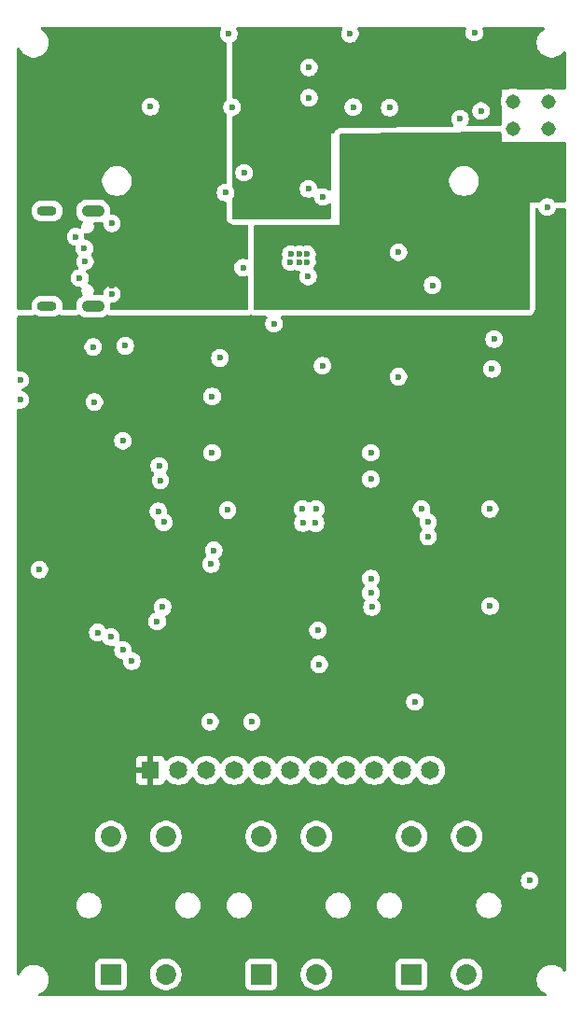
<source format=gbr>
%TF.GenerationSoftware,KiCad,Pcbnew,9.0.5*%
%TF.CreationDate,2025-11-15T02:11:42-05:00*%
%TF.ProjectId,CreditCard,43726564-6974-4436-9172-642e6b696361,rev?*%
%TF.SameCoordinates,Original*%
%TF.FileFunction,Copper,L3,Inr*%
%TF.FilePolarity,Positive*%
%FSLAX46Y46*%
G04 Gerber Fmt 4.6, Leading zero omitted, Abs format (unit mm)*
G04 Created by KiCad (PCBNEW 9.0.5) date 2025-11-15 02:11:42*
%MOMM*%
%LPD*%
G01*
G04 APERTURE LIST*
%TA.AperFunction,ComponentPad*%
%ADD10R,1.854200X1.854200*%
%TD*%
%TA.AperFunction,ComponentPad*%
%ADD11C,1.854200*%
%TD*%
%TA.AperFunction,ComponentPad*%
%ADD12R,1.308000X1.308000*%
%TD*%
%TA.AperFunction,ComponentPad*%
%ADD13C,1.308000*%
%TD*%
%TA.AperFunction,ComponentPad*%
%ADD14R,1.650000X1.650000*%
%TD*%
%TA.AperFunction,ComponentPad*%
%ADD15C,1.650000*%
%TD*%
%TA.AperFunction,ComponentPad*%
%ADD16O,2.100000X1.050000*%
%TD*%
%TA.AperFunction,ComponentPad*%
%ADD17O,1.800000X0.900000*%
%TD*%
%TA.AperFunction,ViaPad*%
%ADD18C,0.600000*%
%TD*%
G04 APERTURE END LIST*
D10*
%TO.N,GPIO2*%
%TO.C,SW1*%
X109000000Y-122914250D03*
D11*
%TO.N,GND*%
X114000000Y-122914250D03*
X114000000Y-110414250D03*
%TO.N,GPIO2*%
X109000000Y-110414250D03*
%TD*%
D12*
%TO.N,Vsys*%
%TO.C,S1*%
X145525000Y-48725000D03*
D13*
%TO.N,/PWR/POWER_EN*%
X145525000Y-46225000D03*
%TO.N,GND*%
X145525000Y-43725000D03*
%TO.N,Vsys*%
X148725000Y-48725000D03*
%TO.N,/PWR/POWER_EN*%
X148725000Y-46225000D03*
%TO.N,GND*%
X148725000Y-43725000D03*
%TD*%
D10*
%TO.N,GPIO3*%
%TO.C,SW2*%
X122649200Y-122914250D03*
D11*
%TO.N,GND*%
X127649200Y-122914250D03*
X127649200Y-110414250D03*
%TO.N,GPIO3*%
X122649200Y-110414250D03*
%TD*%
D14*
%TO.N,3V3*%
%TO.C,J2*%
X112600000Y-104400000D03*
D15*
%TO.N,unconnected-(J2-Pad2)*%
X115140000Y-104400000D03*
%TO.N,GND*%
X117680000Y-104400000D03*
%TO.N,SCK*%
X120220000Y-104400000D03*
%TO.N,MISO*%
X122760000Y-104400000D03*
%TO.N,MOSI*%
X125300000Y-104400000D03*
%TO.N,LCD_CS*%
X127840000Y-104400000D03*
%TO.N,LCD_RESET*%
X130380000Y-104400000D03*
%TO.N,LCD_D{slash}C*%
X132920000Y-104400000D03*
%TO.N,CS_SD*%
X135460000Y-104400000D03*
%TO.N,Net-(J2-Pad11)*%
X138000000Y-104400000D03*
%TD*%
D10*
%TO.N,GPIO4*%
%TO.C,SW3*%
X136298400Y-122914250D03*
D11*
%TO.N,GND*%
X141298400Y-122914250D03*
X141298400Y-110414250D03*
%TO.N,GPIO4*%
X136298400Y-110414250D03*
%TD*%
D16*
%TO.N,GND*%
%TO.C,J3*%
X107395000Y-62320000D03*
X107395000Y-53680000D03*
D17*
X103215000Y-62320000D03*
X103215000Y-53680000D03*
%TD*%
D18*
%TO.N,Vbat*%
X147000000Y-37900000D03*
%TO.N,Vsys*%
X132500000Y-51400000D03*
%TO.N,Vbus*%
X105000000Y-44400000D03*
%TO.N,GND*%
X147000000Y-114400000D03*
%TO.N,3V3*%
X147000000Y-108900000D03*
X103275000Y-69900000D03*
X104437500Y-68837500D03*
X113000000Y-68460000D03*
X115412500Y-67812500D03*
X114500000Y-71000000D03*
X119000000Y-68900000D03*
%TO.N,Vsys*%
X140250000Y-48400000D03*
X136500000Y-60650000D03*
X138000000Y-58650000D03*
X131750000Y-55900000D03*
X132000000Y-61900000D03*
X126204664Y-62000783D03*
X123750000Y-60150000D03*
X122250000Y-60900000D03*
X124000000Y-59400000D03*
X123250000Y-59400000D03*
%TO.N,Vbat*%
X123977479Y-40650000D03*
X123977479Y-41650000D03*
X123977479Y-42400000D03*
X123977479Y-43400000D03*
X123977479Y-49400000D03*
X124000000Y-52650000D03*
X123250000Y-52650000D03*
%TO.N,3V3*%
X141850000Y-65600000D03*
X148600000Y-61800000D03*
X140500000Y-66800000D03*
X132600000Y-76800000D03*
X142025000Y-68000000D03*
X139400000Y-98200000D03*
X131462500Y-81362500D03*
X139150001Y-65300000D03*
%TO.N,MCU_EN*%
X132600000Y-78000000D03*
%TO.N,GND*%
X118000000Y-100000001D03*
X121100000Y-50200000D03*
X125300000Y-58300000D03*
X126422500Y-81977500D03*
X130700000Y-37600000D03*
X109100000Y-54800000D03*
X109100000Y-61200000D03*
X126949999Y-51650001D03*
X126100000Y-57600000D03*
X143600000Y-68000000D03*
X131000000Y-44250001D03*
X126977478Y-43400000D03*
X118200000Y-75600000D03*
X100800000Y-69000000D03*
X126397500Y-80702500D03*
X125325000Y-57600000D03*
X121000000Y-58800003D03*
X123800000Y-63900000D03*
X118900000Y-67000000D03*
X127607500Y-80707500D03*
X126800000Y-58300000D03*
X121800000Y-100000000D03*
X110300000Y-65900000D03*
X120000000Y-44250001D03*
X138200000Y-60400000D03*
X132600000Y-75600000D03*
X100800000Y-70800000D03*
X143800000Y-65300000D03*
X119700000Y-37600000D03*
X128250000Y-52400000D03*
X126100000Y-58300000D03*
X136600000Y-98200000D03*
X107500000Y-71000000D03*
X142600000Y-44600000D03*
X148600000Y-53300000D03*
X134300000Y-44300000D03*
X135100000Y-57400000D03*
X110100000Y-74500000D03*
X135100001Y-68699999D03*
X118200000Y-70500000D03*
X140700000Y-45300000D03*
X142000000Y-37500000D03*
X128200000Y-67700000D03*
X119400000Y-52000000D03*
X127582500Y-81982500D03*
X143400000Y-80700000D03*
X112600000Y-44200000D03*
X143425000Y-89500000D03*
X107400000Y-66000000D03*
X126977478Y-40650000D03*
X126800000Y-57600000D03*
%TO.N,GPIO2*%
X102500000Y-86200000D03*
X113400000Y-76800000D03*
%TO.N,GPIO3*%
X113500000Y-78100000D03*
X107800000Y-91900000D03*
%TO.N,Vbus*%
X109100000Y-60400000D03*
X120750000Y-57650000D03*
%TO.N,GPIO5*%
X137200000Y-80700000D03*
%TO.N,GPIO6*%
X137800000Y-81900000D03*
%TO.N,GPIO7*%
X137800000Y-83200000D03*
%TO.N,IO_CHG*%
X118350000Y-84450000D03*
X126900000Y-59600000D03*
%TO.N,LCD_D{slash}C*%
X113300000Y-80900000D03*
X119600000Y-80800000D03*
%TO.N,CS_SD*%
X118100000Y-85700000D03*
%TO.N,MISO*%
X113200000Y-90900000D03*
X110100000Y-93500000D03*
%TO.N,MOSI*%
X113700000Y-89600000D03*
X110900000Y-94500000D03*
%TO.N,SCK*%
X109000000Y-92300000D03*
X113800000Y-81900000D03*
%TO.N,D_P*%
X106650000Y-58250000D03*
X106600473Y-57049000D03*
%TO.N,Net-(U8-IO8)*%
X132600000Y-87000000D03*
%TO.N,AudioL*%
X132600000Y-88300000D03*
X127800000Y-91700000D03*
%TO.N,AudioR*%
X132700000Y-89600000D03*
X127900000Y-94800000D03*
%TO.N,Net-(F5-GOLDFINGER)*%
X106175000Y-59750000D03*
%TO.N,Net-(F6-GOLDFINGER)*%
X105800000Y-56000000D03*
%TD*%
%TA.AperFunction,Conductor*%
%TO.N,Vbus*%
G36*
X118972871Y-37020185D02*
G01*
X119018626Y-37072989D01*
X119028570Y-37142147D01*
X119008933Y-37193392D01*
X118990610Y-37220812D01*
X118990602Y-37220827D01*
X118930264Y-37366498D01*
X118930261Y-37366510D01*
X118899500Y-37521153D01*
X118899500Y-37678846D01*
X118930261Y-37833489D01*
X118930264Y-37833501D01*
X118990602Y-37979172D01*
X118990609Y-37979185D01*
X119078210Y-38110288D01*
X119078213Y-38110292D01*
X119189707Y-38221786D01*
X119189711Y-38221789D01*
X119320814Y-38309390D01*
X119320827Y-38309397D01*
X119417952Y-38349627D01*
X119472356Y-38393467D01*
X119494421Y-38459762D01*
X119494500Y-38464188D01*
X119494500Y-43332065D01*
X119496556Y-43367471D01*
X119496557Y-43367480D01*
X119496758Y-43370941D01*
X119497898Y-43390564D01*
X119501221Y-43419080D01*
X119504483Y-43437642D01*
X119504676Y-43438980D01*
X119504818Y-43439637D01*
X119504861Y-43440008D01*
X119505004Y-43440799D01*
X119505320Y-43442409D01*
X119511361Y-43476773D01*
X119511970Y-43478937D01*
X119516915Y-43495234D01*
X119519997Y-43509396D01*
X119520003Y-43509409D01*
X119521419Y-43515909D01*
X119519336Y-43545141D01*
X119520020Y-43574450D01*
X119516857Y-43579924D01*
X119516453Y-43585602D01*
X119503835Y-43602467D01*
X119487941Y-43629981D01*
X119378213Y-43739708D01*
X119378210Y-43739712D01*
X119290609Y-43870815D01*
X119290602Y-43870828D01*
X119230264Y-44016499D01*
X119230261Y-44016511D01*
X119199500Y-44171154D01*
X119199500Y-44328847D01*
X119230261Y-44483490D01*
X119230264Y-44483502D01*
X119290602Y-44629173D01*
X119290609Y-44629186D01*
X119378210Y-44760289D01*
X119378213Y-44760293D01*
X119492113Y-44874193D01*
X119525598Y-44935516D01*
X119523409Y-44996809D01*
X119514976Y-45025525D01*
X119494500Y-45167949D01*
X119494500Y-51075500D01*
X119474815Y-51142539D01*
X119422011Y-51188294D01*
X119370500Y-51199500D01*
X119321155Y-51199500D01*
X119166510Y-51230261D01*
X119166498Y-51230264D01*
X119020827Y-51290602D01*
X119020814Y-51290609D01*
X118889711Y-51378210D01*
X118889707Y-51378213D01*
X118778213Y-51489707D01*
X118778210Y-51489711D01*
X118690609Y-51620814D01*
X118690602Y-51620827D01*
X118630264Y-51766498D01*
X118630261Y-51766510D01*
X118599500Y-51921153D01*
X118599500Y-52078846D01*
X118630261Y-52233489D01*
X118630264Y-52233501D01*
X118690602Y-52379172D01*
X118690609Y-52379185D01*
X118778210Y-52510288D01*
X118778213Y-52510292D01*
X118889707Y-52621786D01*
X118889711Y-52621789D01*
X119020814Y-52709390D01*
X119020827Y-52709397D01*
X119157541Y-52766025D01*
X119166503Y-52769737D01*
X119305498Y-52797385D01*
X119321153Y-52800499D01*
X119321156Y-52800500D01*
X119370500Y-52800500D01*
X119437539Y-52820185D01*
X119483294Y-52872989D01*
X119494500Y-52924500D01*
X119494500Y-54276000D01*
X119494501Y-54276009D01*
X119506052Y-54383450D01*
X119506054Y-54383462D01*
X119517260Y-54434972D01*
X119551383Y-54537497D01*
X119551386Y-54537503D01*
X119629171Y-54658537D01*
X119629179Y-54658548D01*
X119674923Y-54711340D01*
X119674926Y-54711343D01*
X119674930Y-54711347D01*
X119783664Y-54805567D01*
X119914541Y-54865338D01*
X119981580Y-54885023D01*
X119981584Y-54885024D01*
X120124000Y-54905500D01*
X121370500Y-54905500D01*
X121437539Y-54925185D01*
X121483294Y-54977989D01*
X121494500Y-55029500D01*
X121494500Y-57952797D01*
X121474815Y-58019836D01*
X121422011Y-58065591D01*
X121352853Y-58075535D01*
X121323048Y-58067358D01*
X121233501Y-58030267D01*
X121233489Y-58030264D01*
X121078845Y-57999503D01*
X121078842Y-57999503D01*
X120921158Y-57999503D01*
X120921155Y-57999503D01*
X120766510Y-58030264D01*
X120766498Y-58030267D01*
X120620827Y-58090605D01*
X120620814Y-58090612D01*
X120489711Y-58178213D01*
X120489707Y-58178216D01*
X120378213Y-58289710D01*
X120378210Y-58289714D01*
X120290609Y-58420817D01*
X120290602Y-58420830D01*
X120230264Y-58566501D01*
X120230261Y-58566513D01*
X120199500Y-58721156D01*
X120199500Y-58878849D01*
X120230261Y-59033492D01*
X120230264Y-59033504D01*
X120290602Y-59179175D01*
X120290609Y-59179188D01*
X120378210Y-59310291D01*
X120378213Y-59310295D01*
X120489707Y-59421789D01*
X120489711Y-59421792D01*
X120620814Y-59509393D01*
X120620827Y-59509400D01*
X120734425Y-59556453D01*
X120766503Y-59569740D01*
X120921153Y-59600502D01*
X120921156Y-59600503D01*
X120921158Y-59600503D01*
X121078844Y-59600503D01*
X121078845Y-59600502D01*
X121233497Y-59569740D01*
X121323048Y-59532646D01*
X121392517Y-59525178D01*
X121454996Y-59556453D01*
X121490648Y-59616542D01*
X121494500Y-59647208D01*
X121494500Y-60607466D01*
X121485061Y-60654920D01*
X121480262Y-60666505D01*
X121480261Y-60666505D01*
X121449500Y-60821153D01*
X121449500Y-60978846D01*
X121480261Y-61133489D01*
X121480263Y-61133497D01*
X121485061Y-61145080D01*
X121494500Y-61192533D01*
X121494500Y-62526000D01*
X121474815Y-62593039D01*
X121422011Y-62638794D01*
X121370500Y-62650000D01*
X109051044Y-62650000D01*
X108984005Y-62630315D01*
X108938250Y-62577511D01*
X108928306Y-62508353D01*
X108929427Y-62501809D01*
X108945499Y-62421006D01*
X108945500Y-62421004D01*
X108945500Y-62218996D01*
X108945499Y-62218992D01*
X108931516Y-62148691D01*
X108937743Y-62079099D01*
X108980607Y-62023922D01*
X109046496Y-62000678D01*
X109053133Y-62000500D01*
X109178844Y-62000500D01*
X109178845Y-62000499D01*
X109333497Y-61969737D01*
X109479179Y-61909394D01*
X109610289Y-61821789D01*
X109721789Y-61710289D01*
X109809394Y-61579179D01*
X109869737Y-61433497D01*
X109900500Y-61278842D01*
X109900500Y-61121158D01*
X109900500Y-61121155D01*
X109900499Y-61121153D01*
X109869738Y-60966510D01*
X109869737Y-60966503D01*
X109809532Y-60821153D01*
X109809397Y-60820827D01*
X109809390Y-60820814D01*
X109721789Y-60689711D01*
X109721786Y-60689707D01*
X109610292Y-60578213D01*
X109610288Y-60578210D01*
X109479185Y-60490609D01*
X109479172Y-60490602D01*
X109333501Y-60430264D01*
X109333489Y-60430261D01*
X109178845Y-60399500D01*
X109178842Y-60399500D01*
X109021158Y-60399500D01*
X109021155Y-60399500D01*
X108866510Y-60430261D01*
X108866498Y-60430264D01*
X108720827Y-60490602D01*
X108720814Y-60490609D01*
X108589711Y-60578210D01*
X108589707Y-60578213D01*
X108478213Y-60689707D01*
X108478210Y-60689711D01*
X108390609Y-60820814D01*
X108390602Y-60820827D01*
X108330264Y-60966498D01*
X108330261Y-60966510D01*
X108299500Y-61121153D01*
X108299500Y-61198801D01*
X108279815Y-61265840D01*
X108227011Y-61311595D01*
X108157853Y-61321539D01*
X108151310Y-61320419D01*
X108059901Y-61302237D01*
X108021003Y-61294500D01*
X108021002Y-61294500D01*
X107540767Y-61294500D01*
X107473728Y-61274815D01*
X107427973Y-61222011D01*
X107418029Y-61152853D01*
X107429352Y-61120139D01*
X107428169Y-61119649D01*
X107431279Y-61112138D01*
X107431281Y-61112135D01*
X107470500Y-60965766D01*
X107470500Y-60814234D01*
X107431281Y-60667865D01*
X107355515Y-60536635D01*
X107248365Y-60429485D01*
X107182750Y-60391602D01*
X107117136Y-60353719D01*
X107053038Y-60336544D01*
X106970766Y-60314500D01*
X106970765Y-60314500D01*
X106962916Y-60312397D01*
X106963570Y-60309954D01*
X106911252Y-60286804D01*
X106872786Y-60228476D01*
X106871962Y-60158611D01*
X106881987Y-60133681D01*
X106884390Y-60129185D01*
X106884394Y-60129179D01*
X106944737Y-59983497D01*
X106975500Y-59828842D01*
X106975500Y-59671158D01*
X106975500Y-59671155D01*
X106975499Y-59671153D01*
X106970736Y-59647208D01*
X106944737Y-59516503D01*
X106941792Y-59509393D01*
X106884397Y-59370827D01*
X106884390Y-59370814D01*
X106796789Y-59239711D01*
X106796786Y-59239707D01*
X106791737Y-59234658D01*
X106758252Y-59173335D01*
X106763236Y-59103643D01*
X106805108Y-59047710D01*
X106855225Y-59025360D01*
X106883497Y-59019737D01*
X107029179Y-58959394D01*
X107160289Y-58871789D01*
X107271789Y-58760289D01*
X107359394Y-58629179D01*
X107419737Y-58483497D01*
X107450500Y-58328842D01*
X107450500Y-58171158D01*
X107450500Y-58171155D01*
X107450499Y-58171153D01*
X107434478Y-58090612D01*
X107419737Y-58016503D01*
X107419735Y-58016498D01*
X107359397Y-57870827D01*
X107359390Y-57870814D01*
X107271789Y-57739711D01*
X107271786Y-57739707D01*
X107241791Y-57709712D01*
X107208306Y-57648389D01*
X107213290Y-57578697D01*
X107226367Y-57553144D01*
X107309867Y-57428179D01*
X107316591Y-57411947D01*
X107337499Y-57361469D01*
X107370210Y-57282497D01*
X107400973Y-57127842D01*
X107400973Y-56970158D01*
X107400973Y-56970155D01*
X107400972Y-56970153D01*
X107385217Y-56890948D01*
X107370210Y-56815503D01*
X107351253Y-56769737D01*
X107309870Y-56669827D01*
X107309863Y-56669814D01*
X107222262Y-56538711D01*
X107222259Y-56538707D01*
X107110765Y-56427213D01*
X107110761Y-56427210D01*
X106979658Y-56339609D01*
X106979645Y-56339602D01*
X106833974Y-56279264D01*
X106833964Y-56279261D01*
X106692653Y-56251152D01*
X106630742Y-56218767D01*
X106596168Y-56158051D01*
X106595228Y-56105345D01*
X106600500Y-56078842D01*
X106600500Y-55921158D01*
X106600500Y-55921155D01*
X106600499Y-55921153D01*
X106577574Y-55805899D01*
X106583801Y-55736308D01*
X106626664Y-55681130D01*
X106692554Y-55657886D01*
X106731276Y-55661932D01*
X106819234Y-55685500D01*
X106819237Y-55685500D01*
X106970764Y-55685500D01*
X106970766Y-55685500D01*
X107117135Y-55646281D01*
X107248365Y-55570515D01*
X107355515Y-55463365D01*
X107431281Y-55332135D01*
X107470500Y-55185766D01*
X107470500Y-55034234D01*
X107431281Y-54887865D01*
X107431278Y-54887860D01*
X107428169Y-54880351D01*
X107430447Y-54879407D01*
X107416907Y-54823607D01*
X107439755Y-54757579D01*
X107494674Y-54714385D01*
X107540767Y-54705500D01*
X108021004Y-54705500D01*
X108021004Y-54705499D01*
X108099226Y-54689940D01*
X108151309Y-54679581D01*
X108220900Y-54685808D01*
X108276078Y-54728671D01*
X108299322Y-54794561D01*
X108299500Y-54801198D01*
X108299500Y-54878846D01*
X108330261Y-55033489D01*
X108330264Y-55033501D01*
X108390602Y-55179172D01*
X108390609Y-55179185D01*
X108478210Y-55310288D01*
X108478213Y-55310292D01*
X108589707Y-55421786D01*
X108589711Y-55421789D01*
X108720814Y-55509390D01*
X108720827Y-55509397D01*
X108866498Y-55569735D01*
X108866503Y-55569737D01*
X109021153Y-55600499D01*
X109021156Y-55600500D01*
X109021158Y-55600500D01*
X109178844Y-55600500D01*
X109178845Y-55600499D01*
X109333497Y-55569737D01*
X109479179Y-55509394D01*
X109610289Y-55421789D01*
X109721789Y-55310289D01*
X109809394Y-55179179D01*
X109869737Y-55033497D01*
X109900500Y-54878842D01*
X109900500Y-54721158D01*
X109900500Y-54721155D01*
X109900499Y-54721153D01*
X109882467Y-54630500D01*
X109869737Y-54566503D01*
X109857725Y-54537503D01*
X109809397Y-54420827D01*
X109809390Y-54420814D01*
X109721789Y-54289711D01*
X109721786Y-54289707D01*
X109610292Y-54178213D01*
X109610288Y-54178210D01*
X109479185Y-54090609D01*
X109479172Y-54090602D01*
X109333501Y-54030264D01*
X109333489Y-54030261D01*
X109178845Y-53999500D01*
X109178842Y-53999500D01*
X109053133Y-53999500D01*
X108986094Y-53979815D01*
X108940339Y-53927011D01*
X108930395Y-53857853D01*
X108931516Y-53851309D01*
X108945499Y-53781007D01*
X108945500Y-53781004D01*
X108945500Y-53578996D01*
X108945499Y-53578992D01*
X108906091Y-53380873D01*
X108828786Y-53194244D01*
X108828784Y-53194241D01*
X108828782Y-53194237D01*
X108716558Y-53026281D01*
X108573718Y-52883441D01*
X108405762Y-52771217D01*
X108405752Y-52771212D01*
X108219127Y-52693909D01*
X108219119Y-52693907D01*
X108021007Y-52654500D01*
X108021003Y-52654500D01*
X106768997Y-52654500D01*
X106768992Y-52654500D01*
X106570880Y-52693907D01*
X106570872Y-52693909D01*
X106384247Y-52771212D01*
X106384237Y-52771217D01*
X106216281Y-52883441D01*
X106073441Y-53026281D01*
X105961217Y-53194237D01*
X105961212Y-53194247D01*
X105883909Y-53380872D01*
X105883907Y-53380880D01*
X105844500Y-53578992D01*
X105844500Y-53781007D01*
X105883907Y-53979119D01*
X105883909Y-53979127D01*
X105961212Y-54165752D01*
X105961217Y-54165762D01*
X106073441Y-54333718D01*
X106216278Y-54476555D01*
X106216286Y-54476561D01*
X106389309Y-54592171D01*
X106388567Y-54593281D01*
X106433534Y-54637447D01*
X106449000Y-54705584D01*
X106432628Y-54759850D01*
X106358720Y-54887861D01*
X106358720Y-54887862D01*
X106319500Y-55034234D01*
X106319500Y-55163149D01*
X106299815Y-55230188D01*
X106247011Y-55275943D01*
X106177853Y-55285887D01*
X106148048Y-55277711D01*
X106128827Y-55269750D01*
X106033497Y-55230263D01*
X106033492Y-55230262D01*
X106033489Y-55230261D01*
X105878845Y-55199500D01*
X105878842Y-55199500D01*
X105721158Y-55199500D01*
X105721155Y-55199500D01*
X105566510Y-55230261D01*
X105566498Y-55230264D01*
X105420827Y-55290602D01*
X105420814Y-55290609D01*
X105289711Y-55378210D01*
X105289707Y-55378213D01*
X105178213Y-55489707D01*
X105178210Y-55489711D01*
X105090609Y-55620814D01*
X105090602Y-55620827D01*
X105030264Y-55766498D01*
X105030261Y-55766510D01*
X104999500Y-55921153D01*
X104999500Y-56078846D01*
X105030261Y-56233489D01*
X105030264Y-56233501D01*
X105090602Y-56379172D01*
X105090609Y-56379185D01*
X105178210Y-56510288D01*
X105178213Y-56510292D01*
X105289707Y-56621786D01*
X105289711Y-56621789D01*
X105420814Y-56709390D01*
X105420827Y-56709397D01*
X105566498Y-56769735D01*
X105566503Y-56769737D01*
X105628030Y-56781975D01*
X105707818Y-56797847D01*
X105769729Y-56830232D01*
X105804303Y-56890948D01*
X105805244Y-56943655D01*
X105799973Y-56970153D01*
X105799973Y-57127846D01*
X105830734Y-57282489D01*
X105830737Y-57282501D01*
X105891075Y-57428172D01*
X105891082Y-57428185D01*
X105978683Y-57559288D01*
X105978686Y-57559292D01*
X106008681Y-57589287D01*
X106042166Y-57650610D01*
X106037182Y-57720302D01*
X106024102Y-57745859D01*
X105940609Y-57870814D01*
X105940602Y-57870827D01*
X105880264Y-58016498D01*
X105880261Y-58016510D01*
X105849500Y-58171153D01*
X105849500Y-58328846D01*
X105880261Y-58483489D01*
X105880264Y-58483501D01*
X105940602Y-58629172D01*
X105940609Y-58629185D01*
X106028210Y-58760288D01*
X106028213Y-58760292D01*
X106033262Y-58765341D01*
X106066747Y-58826664D01*
X106061763Y-58896356D01*
X106019891Y-58952289D01*
X105969774Y-58974639D01*
X105941507Y-58980261D01*
X105941498Y-58980264D01*
X105795827Y-59040602D01*
X105795814Y-59040609D01*
X105664711Y-59128210D01*
X105664707Y-59128213D01*
X105553213Y-59239707D01*
X105553210Y-59239711D01*
X105465609Y-59370814D01*
X105465602Y-59370827D01*
X105405264Y-59516498D01*
X105405261Y-59516510D01*
X105374500Y-59671153D01*
X105374500Y-59828846D01*
X105405261Y-59983489D01*
X105405264Y-59983501D01*
X105465602Y-60129172D01*
X105465609Y-60129185D01*
X105553210Y-60260288D01*
X105553213Y-60260292D01*
X105664707Y-60371786D01*
X105664711Y-60371789D01*
X105795814Y-60459390D01*
X105795827Y-60459397D01*
X105871181Y-60490609D01*
X105941503Y-60519737D01*
X106096153Y-60550499D01*
X106096156Y-60550500D01*
X106228567Y-60550500D01*
X106295606Y-60570185D01*
X106341361Y-60622989D01*
X106351305Y-60692147D01*
X106348342Y-60706592D01*
X106319500Y-60814234D01*
X106319500Y-60965766D01*
X106319699Y-60966510D01*
X106358720Y-61112137D01*
X106358720Y-61112138D01*
X106432628Y-61240149D01*
X106449101Y-61308049D01*
X106426249Y-61374076D01*
X106388778Y-61407035D01*
X106389309Y-61407829D01*
X106216281Y-61523441D01*
X106073441Y-61666281D01*
X105961217Y-61834237D01*
X105961212Y-61834247D01*
X105883909Y-62020872D01*
X105883907Y-62020880D01*
X105844500Y-62218992D01*
X105844500Y-62421006D01*
X105860573Y-62501809D01*
X105854346Y-62571400D01*
X105811483Y-62626578D01*
X105745593Y-62649822D01*
X105738956Y-62650000D01*
X104719575Y-62650000D01*
X104652536Y-62630315D01*
X104606781Y-62577511D01*
X104596837Y-62508353D01*
X104597958Y-62501809D01*
X104615499Y-62413620D01*
X104615500Y-62413617D01*
X104615500Y-62226383D01*
X104615499Y-62226379D01*
X104578974Y-62042756D01*
X104578973Y-62042749D01*
X104507322Y-61869769D01*
X104507321Y-61869768D01*
X104507318Y-61869762D01*
X104403302Y-61714092D01*
X104403299Y-61714088D01*
X104270911Y-61581700D01*
X104270907Y-61581697D01*
X104115237Y-61477681D01*
X104115228Y-61477676D01*
X103942251Y-61406027D01*
X103942243Y-61406025D01*
X103758620Y-61369500D01*
X103758616Y-61369500D01*
X102671384Y-61369500D01*
X102671379Y-61369500D01*
X102487756Y-61406025D01*
X102487748Y-61406027D01*
X102314771Y-61477676D01*
X102314762Y-61477681D01*
X102159092Y-61581697D01*
X102159088Y-61581700D01*
X102026700Y-61714088D01*
X102026697Y-61714092D01*
X101922681Y-61869762D01*
X101922676Y-61869771D01*
X101851027Y-62042748D01*
X101851025Y-62042756D01*
X101814500Y-62226379D01*
X101814500Y-62413620D01*
X101832042Y-62501809D01*
X101825815Y-62571401D01*
X101782952Y-62626578D01*
X101717062Y-62649822D01*
X101710425Y-62650000D01*
X100624500Y-62650000D01*
X100557461Y-62630315D01*
X100511706Y-62577511D01*
X100500500Y-62526000D01*
X100500500Y-53586379D01*
X101814500Y-53586379D01*
X101814500Y-53773620D01*
X101851025Y-53957243D01*
X101851027Y-53957251D01*
X101922676Y-54130228D01*
X101922681Y-54130237D01*
X102026697Y-54285907D01*
X102026700Y-54285911D01*
X102159088Y-54418299D01*
X102159092Y-54418302D01*
X102314762Y-54522318D01*
X102314771Y-54522323D01*
X102351419Y-54537503D01*
X102487749Y-54593973D01*
X102643055Y-54624865D01*
X102671379Y-54630499D01*
X102671383Y-54630500D01*
X102671384Y-54630500D01*
X103758617Y-54630500D01*
X103758618Y-54630499D01*
X103942251Y-54593973D01*
X104115231Y-54522322D01*
X104270908Y-54418302D01*
X104403302Y-54285908D01*
X104507322Y-54130231D01*
X104578973Y-53957251D01*
X104615500Y-53773616D01*
X104615500Y-53586384D01*
X104578973Y-53402749D01*
X104507322Y-53229769D01*
X104507321Y-53229768D01*
X104507318Y-53229762D01*
X104403302Y-53074092D01*
X104403299Y-53074088D01*
X104270911Y-52941700D01*
X104270907Y-52941697D01*
X104115237Y-52837681D01*
X104115228Y-52837676D01*
X103942251Y-52766027D01*
X103942243Y-52766025D01*
X103758620Y-52729500D01*
X103758616Y-52729500D01*
X102671384Y-52729500D01*
X102671379Y-52729500D01*
X102487756Y-52766025D01*
X102487748Y-52766027D01*
X102314771Y-52837676D01*
X102314762Y-52837681D01*
X102159092Y-52941697D01*
X102159088Y-52941700D01*
X102026700Y-53074088D01*
X102026697Y-53074092D01*
X101922681Y-53229762D01*
X101922676Y-53229771D01*
X101851027Y-53402748D01*
X101851025Y-53402756D01*
X101814500Y-53586379D01*
X100500500Y-53586379D01*
X100500500Y-50843213D01*
X108200500Y-50843213D01*
X108200500Y-51055786D01*
X108228134Y-51230264D01*
X108233754Y-51265743D01*
X108297505Y-51461949D01*
X108299444Y-51467914D01*
X108395951Y-51657320D01*
X108520890Y-51829286D01*
X108671213Y-51979609D01*
X108843179Y-52104548D01*
X108843181Y-52104549D01*
X108843184Y-52104551D01*
X109032588Y-52201057D01*
X109234757Y-52266746D01*
X109444713Y-52300000D01*
X109444714Y-52300000D01*
X109657286Y-52300000D01*
X109657287Y-52300000D01*
X109867243Y-52266746D01*
X110069412Y-52201057D01*
X110258816Y-52104551D01*
X110294202Y-52078842D01*
X110430786Y-51979609D01*
X110430788Y-51979606D01*
X110430792Y-51979604D01*
X110581104Y-51829292D01*
X110581106Y-51829288D01*
X110581109Y-51829286D01*
X110706048Y-51657320D01*
X110706047Y-51657320D01*
X110706051Y-51657316D01*
X110802557Y-51467912D01*
X110868246Y-51265743D01*
X110901500Y-51055787D01*
X110901500Y-50843213D01*
X110868246Y-50633257D01*
X110802557Y-50431088D01*
X110706051Y-50241684D01*
X110706049Y-50241681D01*
X110706048Y-50241679D01*
X110581109Y-50069713D01*
X110430786Y-49919390D01*
X110258820Y-49794451D01*
X110069414Y-49697944D01*
X110069413Y-49697943D01*
X110069412Y-49697943D01*
X109867243Y-49632254D01*
X109867241Y-49632253D01*
X109867240Y-49632253D01*
X109705957Y-49606708D01*
X109657287Y-49599000D01*
X109444713Y-49599000D01*
X109396042Y-49606708D01*
X109234760Y-49632253D01*
X109032585Y-49697944D01*
X108843179Y-49794451D01*
X108671213Y-49919390D01*
X108520890Y-50069713D01*
X108395951Y-50241679D01*
X108299444Y-50431085D01*
X108233753Y-50633260D01*
X108200500Y-50843213D01*
X100500500Y-50843213D01*
X100500500Y-44121153D01*
X111799500Y-44121153D01*
X111799500Y-44278846D01*
X111830261Y-44433489D01*
X111830264Y-44433501D01*
X111890602Y-44579172D01*
X111890609Y-44579185D01*
X111978210Y-44710288D01*
X111978213Y-44710292D01*
X112089707Y-44821786D01*
X112089711Y-44821789D01*
X112220814Y-44909390D01*
X112220827Y-44909397D01*
X112366498Y-44969735D01*
X112366503Y-44969737D01*
X112502602Y-44996809D01*
X112521153Y-45000499D01*
X112521156Y-45000500D01*
X112521158Y-45000500D01*
X112678844Y-45000500D01*
X112678845Y-45000499D01*
X112833497Y-44969737D01*
X112979179Y-44909394D01*
X113110289Y-44821789D01*
X113221789Y-44710289D01*
X113309394Y-44579179D01*
X113369737Y-44433497D01*
X113400500Y-44278842D01*
X113400500Y-44121158D01*
X113400500Y-44121155D01*
X113400499Y-44121153D01*
X113390494Y-44070857D01*
X113369737Y-43966503D01*
X113364973Y-43955001D01*
X113309397Y-43820827D01*
X113309390Y-43820814D01*
X113221789Y-43689711D01*
X113221786Y-43689707D01*
X113110292Y-43578213D01*
X113110288Y-43578210D01*
X112979185Y-43490609D01*
X112979172Y-43490602D01*
X112833501Y-43430264D01*
X112833489Y-43430261D01*
X112678845Y-43399500D01*
X112678842Y-43399500D01*
X112521158Y-43399500D01*
X112521155Y-43399500D01*
X112366510Y-43430261D01*
X112366498Y-43430264D01*
X112220827Y-43490602D01*
X112220814Y-43490609D01*
X112089711Y-43578210D01*
X112089707Y-43578213D01*
X111978213Y-43689707D01*
X111978210Y-43689711D01*
X111890609Y-43820814D01*
X111890602Y-43820827D01*
X111830264Y-43966498D01*
X111830261Y-43966510D01*
X111799500Y-44121153D01*
X100500500Y-44121153D01*
X100500500Y-38938226D01*
X100520185Y-38871187D01*
X100572989Y-38825432D01*
X100642147Y-38815488D01*
X100705703Y-38844513D01*
X100742431Y-38899908D01*
X100748444Y-38918414D01*
X100844951Y-39107820D01*
X100969890Y-39279786D01*
X101120213Y-39430109D01*
X101292179Y-39555048D01*
X101292181Y-39555049D01*
X101292184Y-39555051D01*
X101481588Y-39651557D01*
X101683757Y-39717246D01*
X101893713Y-39750500D01*
X101893714Y-39750500D01*
X102106286Y-39750500D01*
X102106287Y-39750500D01*
X102316243Y-39717246D01*
X102518412Y-39651557D01*
X102707816Y-39555051D01*
X102729789Y-39539086D01*
X102879786Y-39430109D01*
X102879788Y-39430106D01*
X102879792Y-39430104D01*
X103030104Y-39279792D01*
X103030106Y-39279788D01*
X103030109Y-39279786D01*
X103155048Y-39107820D01*
X103155047Y-39107820D01*
X103155051Y-39107816D01*
X103251557Y-38918412D01*
X103317246Y-38716243D01*
X103350500Y-38506287D01*
X103350500Y-38293713D01*
X103317246Y-38083757D01*
X103251557Y-37881588D01*
X103155051Y-37692184D01*
X103155049Y-37692181D01*
X103155048Y-37692179D01*
X103030109Y-37520213D01*
X102879786Y-37369890D01*
X102707817Y-37244949D01*
X102688261Y-37234985D01*
X102637464Y-37187011D01*
X102620669Y-37119190D01*
X102643206Y-37053055D01*
X102697921Y-37009603D01*
X102744555Y-37000500D01*
X118905832Y-37000500D01*
X118972871Y-37020185D01*
G37*
%TD.AperFunction*%
%TD*%
%TA.AperFunction,Conductor*%
%TO.N,Vbat*%
G36*
X129972871Y-37020185D02*
G01*
X130018626Y-37072989D01*
X130028570Y-37142147D01*
X130008933Y-37193392D01*
X129990610Y-37220812D01*
X129990602Y-37220827D01*
X129930264Y-37366498D01*
X129930261Y-37366510D01*
X129899500Y-37521153D01*
X129899500Y-37678846D01*
X129930261Y-37833489D01*
X129930264Y-37833501D01*
X129990602Y-37979172D01*
X129990609Y-37979185D01*
X130078210Y-38110288D01*
X130078213Y-38110292D01*
X130189707Y-38221786D01*
X130189711Y-38221789D01*
X130320814Y-38309390D01*
X130320827Y-38309397D01*
X130438179Y-38358005D01*
X130466503Y-38369737D01*
X130621153Y-38400499D01*
X130621156Y-38400500D01*
X130621158Y-38400500D01*
X130778844Y-38400500D01*
X130778845Y-38400499D01*
X130933497Y-38369737D01*
X131079179Y-38309394D01*
X131210289Y-38221789D01*
X131321789Y-38110289D01*
X131409394Y-37979179D01*
X131469737Y-37833497D01*
X131500500Y-37678842D01*
X131500500Y-37521158D01*
X131500500Y-37521155D01*
X131500499Y-37521153D01*
X131498154Y-37509366D01*
X131469737Y-37366503D01*
X131428316Y-37266502D01*
X131409397Y-37220827D01*
X131409389Y-37220812D01*
X131391067Y-37193392D01*
X131370188Y-37126715D01*
X131388672Y-37059334D01*
X131440650Y-37012644D01*
X131494168Y-37000500D01*
X141154866Y-37000500D01*
X141221905Y-37020185D01*
X141267660Y-37072989D01*
X141277604Y-37142147D01*
X141269427Y-37171950D01*
X141255447Y-37205703D01*
X141230263Y-37266502D01*
X141230261Y-37266510D01*
X141199500Y-37421153D01*
X141199500Y-37578846D01*
X141230261Y-37733489D01*
X141230264Y-37733501D01*
X141290602Y-37879172D01*
X141290609Y-37879185D01*
X141378210Y-38010288D01*
X141378213Y-38010292D01*
X141489707Y-38121786D01*
X141489711Y-38121789D01*
X141620814Y-38209390D01*
X141620827Y-38209397D01*
X141766498Y-38269735D01*
X141766503Y-38269737D01*
X141887038Y-38293713D01*
X141921153Y-38300499D01*
X141921156Y-38300500D01*
X141921158Y-38300500D01*
X142078844Y-38300500D01*
X142078845Y-38300499D01*
X142233497Y-38269737D01*
X142379179Y-38209394D01*
X142510289Y-38121789D01*
X142621789Y-38010289D01*
X142709394Y-37879179D01*
X142769737Y-37733497D01*
X142800500Y-37578842D01*
X142800500Y-37421158D01*
X142800500Y-37421155D01*
X142800499Y-37421153D01*
X142769738Y-37266510D01*
X142769737Y-37266503D01*
X142730572Y-37171951D01*
X142723104Y-37102483D01*
X142754379Y-37040004D01*
X142814468Y-37004352D01*
X142845134Y-37000500D01*
X148255445Y-37000500D01*
X148322484Y-37020185D01*
X148368239Y-37072989D01*
X148378183Y-37142147D01*
X148349158Y-37205703D01*
X148311739Y-37234985D01*
X148292182Y-37244949D01*
X148120213Y-37369890D01*
X147969890Y-37520213D01*
X147844951Y-37692179D01*
X147748444Y-37881585D01*
X147682753Y-38083760D01*
X147649500Y-38293713D01*
X147649500Y-38506286D01*
X147682753Y-38716239D01*
X147748444Y-38918414D01*
X147844951Y-39107820D01*
X147969890Y-39279786D01*
X148120213Y-39430109D01*
X148292179Y-39555048D01*
X148292181Y-39555049D01*
X148292184Y-39555051D01*
X148481588Y-39651557D01*
X148683757Y-39717246D01*
X148893713Y-39750500D01*
X148893714Y-39750500D01*
X149106286Y-39750500D01*
X149106287Y-39750500D01*
X149316243Y-39717246D01*
X149518412Y-39651557D01*
X149707816Y-39555051D01*
X149729789Y-39539086D01*
X149879786Y-39430109D01*
X149879788Y-39430106D01*
X149879792Y-39430104D01*
X150030104Y-39279792D01*
X150075181Y-39217747D01*
X150130511Y-39175082D01*
X150200124Y-39169103D01*
X150261920Y-39201708D01*
X150296277Y-39262547D01*
X150299500Y-39290633D01*
X150299500Y-42526000D01*
X150279815Y-42593039D01*
X150227011Y-42638794D01*
X150175500Y-42650000D01*
X149172170Y-42650000D01*
X149133852Y-42643931D01*
X148995348Y-42598928D01*
X148875689Y-42579976D01*
X148815861Y-42570500D01*
X148634139Y-42570500D01*
X148574310Y-42579976D01*
X148454652Y-42598928D01*
X148454649Y-42598928D01*
X148316148Y-42643931D01*
X148277830Y-42650000D01*
X145972170Y-42650000D01*
X145933852Y-42643931D01*
X145795348Y-42598928D01*
X145675689Y-42579976D01*
X145615861Y-42570500D01*
X145434139Y-42570500D01*
X145374310Y-42579976D01*
X145254652Y-42598928D01*
X145254649Y-42598928D01*
X145116148Y-42643931D01*
X145077830Y-42650000D01*
X144500000Y-42650000D01*
X144500000Y-43163900D01*
X144486485Y-43220194D01*
X144455085Y-43281820D01*
X144455081Y-43281828D01*
X144398928Y-43454649D01*
X144398928Y-43454652D01*
X144370500Y-43634139D01*
X144370500Y-43815860D01*
X144398927Y-43995346D01*
X144455085Y-44168180D01*
X144486484Y-44229802D01*
X144500000Y-44286098D01*
X144500000Y-45663900D01*
X144498646Y-45670990D01*
X144499481Y-45675234D01*
X144494643Y-45691969D01*
X144491286Y-45709564D01*
X144489134Y-45714996D01*
X144455083Y-45781826D01*
X144420474Y-45888341D01*
X144419033Y-45891980D01*
X144399841Y-45916569D01*
X144382240Y-45942310D01*
X144378525Y-45943879D01*
X144376044Y-45947059D01*
X144346611Y-45957366D01*
X144317882Y-45969508D01*
X144311439Y-45969684D01*
X144310102Y-45970153D01*
X144308479Y-45969765D01*
X144296382Y-45970097D01*
X144294839Y-45970005D01*
X144294838Y-45970005D01*
X144294836Y-45970005D01*
X141425575Y-46004370D01*
X141358305Y-45985490D01*
X141311921Y-45933238D01*
X141301150Y-45864203D01*
X141320988Y-45811488D01*
X141409390Y-45679185D01*
X141409390Y-45679184D01*
X141409394Y-45679179D01*
X141469737Y-45533497D01*
X141500500Y-45378842D01*
X141500500Y-45221158D01*
X141500500Y-45221155D01*
X141500499Y-45221153D01*
X141478447Y-45110292D01*
X141469737Y-45066503D01*
X141463109Y-45050501D01*
X141409397Y-44920827D01*
X141409390Y-44920814D01*
X141321789Y-44789711D01*
X141321786Y-44789707D01*
X141210292Y-44678213D01*
X141210288Y-44678210D01*
X141120429Y-44618168D01*
X141079185Y-44590609D01*
X141079172Y-44590602D01*
X140933501Y-44530264D01*
X140933489Y-44530261D01*
X140887701Y-44521153D01*
X141799500Y-44521153D01*
X141799500Y-44678846D01*
X141830261Y-44833489D01*
X141830264Y-44833501D01*
X141890602Y-44979172D01*
X141890609Y-44979185D01*
X141978210Y-45110288D01*
X141978213Y-45110292D01*
X142089707Y-45221786D01*
X142089711Y-45221789D01*
X142220814Y-45309390D01*
X142220827Y-45309397D01*
X142305326Y-45344397D01*
X142366503Y-45369737D01*
X142521153Y-45400499D01*
X142521156Y-45400500D01*
X142521158Y-45400500D01*
X142678844Y-45400500D01*
X142678845Y-45400499D01*
X142833497Y-45369737D01*
X142979179Y-45309394D01*
X143110289Y-45221789D01*
X143221789Y-45110289D01*
X143309394Y-44979179D01*
X143317588Y-44959398D01*
X143323067Y-44946166D01*
X143369737Y-44833497D01*
X143400500Y-44678842D01*
X143400500Y-44521158D01*
X143400500Y-44521155D01*
X143400499Y-44521153D01*
X143372192Y-44378846D01*
X143369737Y-44366503D01*
X143369735Y-44366498D01*
X143309397Y-44220827D01*
X143309390Y-44220814D01*
X143221789Y-44089711D01*
X143221786Y-44089707D01*
X143110292Y-43978213D01*
X143110288Y-43978210D01*
X142979185Y-43890609D01*
X142979172Y-43890602D01*
X142833501Y-43830264D01*
X142833489Y-43830261D01*
X142678845Y-43799500D01*
X142678842Y-43799500D01*
X142521158Y-43799500D01*
X142521155Y-43799500D01*
X142366510Y-43830261D01*
X142366498Y-43830264D01*
X142220827Y-43890602D01*
X142220814Y-43890609D01*
X142089711Y-43978210D01*
X142089707Y-43978213D01*
X141978213Y-44089707D01*
X141978210Y-44089711D01*
X141890609Y-44220814D01*
X141890602Y-44220827D01*
X141830264Y-44366498D01*
X141830261Y-44366510D01*
X141799500Y-44521153D01*
X140887701Y-44521153D01*
X140778845Y-44499500D01*
X140778842Y-44499500D01*
X140621158Y-44499500D01*
X140621155Y-44499500D01*
X140466510Y-44530261D01*
X140466498Y-44530264D01*
X140320827Y-44590602D01*
X140320814Y-44590609D01*
X140189711Y-44678210D01*
X140189707Y-44678213D01*
X140078213Y-44789707D01*
X140078210Y-44789711D01*
X139990609Y-44920814D01*
X139990602Y-44920827D01*
X139930264Y-45066498D01*
X139930261Y-45066510D01*
X139899500Y-45221153D01*
X139899500Y-45378846D01*
X139930261Y-45533489D01*
X139930264Y-45533501D01*
X139990602Y-45679172D01*
X139990609Y-45679185D01*
X140078210Y-45810288D01*
X140082076Y-45814999D01*
X140081051Y-45815839D01*
X140111278Y-45871195D01*
X140106294Y-45940887D01*
X140064422Y-45996820D01*
X139998958Y-46021237D01*
X139991597Y-46021544D01*
X129866456Y-46142816D01*
X129866453Y-46142816D01*
X129762103Y-46154986D01*
X129762101Y-46154986D01*
X129762095Y-46154987D01*
X129762086Y-46154988D01*
X129762086Y-46154989D01*
X129712069Y-46166184D01*
X129612500Y-46199656D01*
X129612492Y-46199660D01*
X129491462Y-46277442D01*
X129491451Y-46277450D01*
X129438659Y-46323194D01*
X129344433Y-46431935D01*
X129344430Y-46431939D01*
X129284660Y-46562813D01*
X129283116Y-46566956D01*
X129281126Y-46566214D01*
X129247840Y-46617703D01*
X129184207Y-46646557D01*
X129168537Y-46647761D01*
X129000000Y-46650000D01*
X129000000Y-51718559D01*
X128980315Y-51785598D01*
X128927511Y-51831353D01*
X128858353Y-51841297D01*
X128794797Y-51812272D01*
X128788319Y-51806240D01*
X128760292Y-51778213D01*
X128760288Y-51778210D01*
X128629185Y-51690609D01*
X128629172Y-51690602D01*
X128483501Y-51630264D01*
X128483489Y-51630261D01*
X128328845Y-51599500D01*
X128328842Y-51599500D01*
X128171158Y-51599500D01*
X128171155Y-51599500D01*
X128016510Y-51630261D01*
X128016503Y-51630263D01*
X127920984Y-51669827D01*
X127851515Y-51677294D01*
X127789036Y-51646019D01*
X127753384Y-51585929D01*
X127751834Y-51577103D01*
X127751688Y-51577133D01*
X127731325Y-51474768D01*
X127719736Y-51416504D01*
X127667588Y-51290606D01*
X127659396Y-51270828D01*
X127659389Y-51270815D01*
X127571788Y-51139712D01*
X127571785Y-51139708D01*
X127460291Y-51028214D01*
X127460287Y-51028211D01*
X127329184Y-50940610D01*
X127329171Y-50940603D01*
X127183500Y-50880265D01*
X127183488Y-50880262D01*
X127028844Y-50849501D01*
X127028841Y-50849501D01*
X126871157Y-50849501D01*
X126871154Y-50849501D01*
X126716509Y-50880262D01*
X126716497Y-50880265D01*
X126570826Y-50940603D01*
X126570813Y-50940610D01*
X126439710Y-51028211D01*
X126439706Y-51028214D01*
X126328212Y-51139708D01*
X126328209Y-51139712D01*
X126240608Y-51270815D01*
X126240601Y-51270828D01*
X126180263Y-51416499D01*
X126180260Y-51416511D01*
X126149499Y-51571154D01*
X126149499Y-51728847D01*
X126180260Y-51883490D01*
X126180263Y-51883502D01*
X126240601Y-52029173D01*
X126240608Y-52029186D01*
X126328209Y-52160289D01*
X126328212Y-52160293D01*
X126439706Y-52271787D01*
X126439710Y-52271790D01*
X126570813Y-52359391D01*
X126570826Y-52359398D01*
X126716497Y-52419736D01*
X126716502Y-52419738D01*
X126871152Y-52450500D01*
X126871155Y-52450501D01*
X126871157Y-52450501D01*
X127028843Y-52450501D01*
X127028844Y-52450500D01*
X127183496Y-52419738D01*
X127279012Y-52380173D01*
X127348482Y-52372705D01*
X127410961Y-52403980D01*
X127446613Y-52464069D01*
X127448165Y-52472896D01*
X127448311Y-52472868D01*
X127480261Y-52633489D01*
X127480264Y-52633501D01*
X127540602Y-52779172D01*
X127540609Y-52779185D01*
X127628210Y-52910288D01*
X127628213Y-52910292D01*
X127739707Y-53021786D01*
X127739711Y-53021789D01*
X127870814Y-53109390D01*
X127870827Y-53109397D01*
X128016498Y-53169735D01*
X128016503Y-53169737D01*
X128171153Y-53200499D01*
X128171156Y-53200500D01*
X128171158Y-53200500D01*
X128328844Y-53200500D01*
X128328845Y-53200499D01*
X128483497Y-53169737D01*
X128629179Y-53109394D01*
X128760289Y-53021789D01*
X128760292Y-53021786D01*
X128788319Y-52993760D01*
X128849642Y-52960275D01*
X128919334Y-52965259D01*
X128975267Y-53007131D01*
X128999684Y-53072595D01*
X129000000Y-53081441D01*
X129000000Y-54270500D01*
X128980315Y-54337539D01*
X128927511Y-54383294D01*
X128876000Y-54394500D01*
X122124000Y-54394500D01*
X122123991Y-54394500D01*
X122123990Y-54394501D01*
X122079457Y-54399289D01*
X122066202Y-54400000D01*
X120124000Y-54400000D01*
X120056961Y-54380315D01*
X120011206Y-54327511D01*
X120000000Y-54276000D01*
X120000000Y-52580513D01*
X120019685Y-52513474D01*
X120020898Y-52511622D01*
X120061738Y-52450501D01*
X120109394Y-52379179D01*
X120117588Y-52359398D01*
X120153567Y-52272535D01*
X120169737Y-52233497D01*
X120200500Y-52078842D01*
X120200500Y-51921158D01*
X120200500Y-51921155D01*
X120200499Y-51921153D01*
X120193007Y-51883490D01*
X120169737Y-51766503D01*
X120169735Y-51766498D01*
X120109397Y-51620827D01*
X120109390Y-51620814D01*
X120020898Y-51488377D01*
X120000020Y-51421700D01*
X120000000Y-51419486D01*
X120000000Y-50121153D01*
X120299500Y-50121153D01*
X120299500Y-50278846D01*
X120330261Y-50433489D01*
X120330264Y-50433501D01*
X120390602Y-50579172D01*
X120390609Y-50579185D01*
X120478210Y-50710288D01*
X120478213Y-50710292D01*
X120589707Y-50821786D01*
X120589711Y-50821789D01*
X120720814Y-50909390D01*
X120720827Y-50909397D01*
X120866498Y-50969735D01*
X120866503Y-50969737D01*
X121021153Y-51000499D01*
X121021156Y-51000500D01*
X121021158Y-51000500D01*
X121178844Y-51000500D01*
X121178845Y-51000499D01*
X121333497Y-50969737D01*
X121479179Y-50909394D01*
X121610289Y-50821789D01*
X121721789Y-50710289D01*
X121809394Y-50579179D01*
X121869737Y-50433497D01*
X121900500Y-50278842D01*
X121900500Y-50121158D01*
X121900500Y-50121155D01*
X121900499Y-50121153D01*
X121869738Y-49966510D01*
X121869737Y-49966503D01*
X121869735Y-49966498D01*
X121809397Y-49820827D01*
X121809390Y-49820814D01*
X121721789Y-49689711D01*
X121721786Y-49689707D01*
X121610292Y-49578213D01*
X121610288Y-49578210D01*
X121479185Y-49490609D01*
X121479172Y-49490602D01*
X121333501Y-49430264D01*
X121333489Y-49430261D01*
X121178845Y-49399500D01*
X121178842Y-49399500D01*
X121021158Y-49399500D01*
X121021155Y-49399500D01*
X120866510Y-49430261D01*
X120866498Y-49430264D01*
X120720827Y-49490602D01*
X120720814Y-49490609D01*
X120589711Y-49578210D01*
X120589707Y-49578213D01*
X120478213Y-49689707D01*
X120478210Y-49689711D01*
X120390609Y-49820814D01*
X120390602Y-49820827D01*
X120330264Y-49966498D01*
X120330261Y-49966510D01*
X120299500Y-50121153D01*
X120000000Y-50121153D01*
X120000000Y-45167948D01*
X120019685Y-45100909D01*
X120072489Y-45055154D01*
X120099809Y-45046331D01*
X120168435Y-45032679D01*
X120233497Y-45019738D01*
X120379179Y-44959395D01*
X120510289Y-44871790D01*
X120621789Y-44760290D01*
X120709394Y-44629180D01*
X120769737Y-44483498D01*
X120800500Y-44328843D01*
X120800500Y-44171159D01*
X120800500Y-44171156D01*
X120800499Y-44171154D01*
X120770788Y-44021789D01*
X120769737Y-44016504D01*
X120760973Y-43995346D01*
X120709397Y-43870828D01*
X120709390Y-43870815D01*
X120621789Y-43739712D01*
X120621786Y-43739708D01*
X120510292Y-43628214D01*
X120510288Y-43628211D01*
X120379185Y-43540610D01*
X120379172Y-43540603D01*
X120233501Y-43480265D01*
X120233491Y-43480262D01*
X120099808Y-43453670D01*
X120071677Y-43438955D01*
X120042797Y-43425766D01*
X120040940Y-43422876D01*
X120037897Y-43421285D01*
X120022184Y-43393692D01*
X120005023Y-43366988D01*
X120004362Y-43362394D01*
X120003323Y-43360569D01*
X120000000Y-43332053D01*
X120000000Y-43321153D01*
X126176978Y-43321153D01*
X126176978Y-43478846D01*
X126207739Y-43633489D01*
X126207742Y-43633501D01*
X126268080Y-43779172D01*
X126268087Y-43779185D01*
X126355688Y-43910288D01*
X126355691Y-43910292D01*
X126467185Y-44021786D01*
X126467189Y-44021789D01*
X126598292Y-44109390D01*
X126598305Y-44109397D01*
X126740222Y-44168180D01*
X126743981Y-44169737D01*
X126898631Y-44200499D01*
X126898634Y-44200500D01*
X126898636Y-44200500D01*
X127056322Y-44200500D01*
X127056323Y-44200499D01*
X127203851Y-44171154D01*
X130199500Y-44171154D01*
X130199500Y-44328847D01*
X130230261Y-44483490D01*
X130230264Y-44483502D01*
X130290602Y-44629173D01*
X130290609Y-44629186D01*
X130378210Y-44760289D01*
X130378213Y-44760293D01*
X130489707Y-44871787D01*
X130489711Y-44871790D01*
X130620814Y-44959391D01*
X130620827Y-44959398D01*
X130741530Y-45009394D01*
X130766503Y-45019738D01*
X130900194Y-45046331D01*
X130921153Y-45050500D01*
X130921156Y-45050501D01*
X130921158Y-45050501D01*
X131078844Y-45050501D01*
X131078845Y-45050500D01*
X131233497Y-45019738D01*
X131379179Y-44959395D01*
X131510289Y-44871790D01*
X131621789Y-44760290D01*
X131709394Y-44629180D01*
X131769737Y-44483498D01*
X131800500Y-44328843D01*
X131800500Y-44221153D01*
X133499500Y-44221153D01*
X133499500Y-44378846D01*
X133530261Y-44533489D01*
X133530264Y-44533501D01*
X133590602Y-44679172D01*
X133590609Y-44679185D01*
X133678210Y-44810288D01*
X133678213Y-44810292D01*
X133789707Y-44921786D01*
X133789711Y-44921789D01*
X133920814Y-45009390D01*
X133920827Y-45009397D01*
X134031296Y-45055154D01*
X134066503Y-45069737D01*
X134213255Y-45098928D01*
X134221153Y-45100499D01*
X134221156Y-45100500D01*
X134221158Y-45100500D01*
X134378844Y-45100500D01*
X134378845Y-45100499D01*
X134533497Y-45069737D01*
X134679179Y-45009394D01*
X134810289Y-44921789D01*
X134921789Y-44810289D01*
X135009394Y-44679179D01*
X135069737Y-44533497D01*
X135100500Y-44378842D01*
X135100500Y-44221158D01*
X135100500Y-44221155D01*
X135100499Y-44221153D01*
X135096391Y-44200499D01*
X135069737Y-44066503D01*
X135040263Y-43995346D01*
X135009397Y-43920827D01*
X135009390Y-43920814D01*
X134921789Y-43789711D01*
X134921786Y-43789707D01*
X134810292Y-43678213D01*
X134810288Y-43678210D01*
X134679185Y-43590609D01*
X134679172Y-43590602D01*
X134533501Y-43530264D01*
X134533489Y-43530261D01*
X134378845Y-43499500D01*
X134378842Y-43499500D01*
X134221158Y-43499500D01*
X134221155Y-43499500D01*
X134066510Y-43530261D01*
X134066498Y-43530264D01*
X133920827Y-43590602D01*
X133920814Y-43590609D01*
X133789711Y-43678210D01*
X133789707Y-43678213D01*
X133678213Y-43789707D01*
X133678210Y-43789711D01*
X133590609Y-43920814D01*
X133590602Y-43920827D01*
X133530264Y-44066498D01*
X133530261Y-44066510D01*
X133499500Y-44221153D01*
X131800500Y-44221153D01*
X131800500Y-44171159D01*
X131800500Y-44171156D01*
X131800499Y-44171154D01*
X131770788Y-44021789D01*
X131769737Y-44016504D01*
X131760973Y-43995346D01*
X131709397Y-43870828D01*
X131709390Y-43870815D01*
X131621789Y-43739712D01*
X131621786Y-43739708D01*
X131510292Y-43628214D01*
X131510288Y-43628211D01*
X131379185Y-43540610D01*
X131379172Y-43540603D01*
X131233501Y-43480265D01*
X131233489Y-43480262D01*
X131078845Y-43449501D01*
X131078842Y-43449501D01*
X130921158Y-43449501D01*
X130921155Y-43449501D01*
X130766510Y-43480262D01*
X130766498Y-43480265D01*
X130620827Y-43540603D01*
X130620814Y-43540610D01*
X130489711Y-43628211D01*
X130489707Y-43628214D01*
X130378213Y-43739708D01*
X130378210Y-43739712D01*
X130290609Y-43870815D01*
X130290602Y-43870828D01*
X130230264Y-44016499D01*
X130230261Y-44016511D01*
X130199500Y-44171154D01*
X127203851Y-44171154D01*
X127210975Y-44169737D01*
X127356657Y-44109394D01*
X127386121Y-44089707D01*
X127427640Y-44061965D01*
X127449354Y-44047455D01*
X127487767Y-44021789D01*
X127599267Y-43910289D01*
X127686872Y-43779179D01*
X127747215Y-43633497D01*
X127777978Y-43478842D01*
X127777978Y-43321158D01*
X127777978Y-43321155D01*
X127777977Y-43321153D01*
X127747216Y-43166510D01*
X127747215Y-43166503D01*
X127727916Y-43119910D01*
X127686875Y-43020827D01*
X127686868Y-43020814D01*
X127599267Y-42889711D01*
X127599264Y-42889707D01*
X127487770Y-42778213D01*
X127487766Y-42778210D01*
X127356663Y-42690609D01*
X127356650Y-42690602D01*
X127210979Y-42630264D01*
X127210967Y-42630261D01*
X127056323Y-42599500D01*
X127056320Y-42599500D01*
X126898636Y-42599500D01*
X126898633Y-42599500D01*
X126743988Y-42630261D01*
X126743976Y-42630264D01*
X126598305Y-42690602D01*
X126598292Y-42690609D01*
X126467189Y-42778210D01*
X126467185Y-42778213D01*
X126355691Y-42889707D01*
X126355688Y-42889711D01*
X126268087Y-43020814D01*
X126268080Y-43020827D01*
X126207742Y-43166498D01*
X126207739Y-43166510D01*
X126176978Y-43321153D01*
X120000000Y-43321153D01*
X120000000Y-40571153D01*
X126176978Y-40571153D01*
X126176978Y-40728846D01*
X126207739Y-40883489D01*
X126207742Y-40883501D01*
X126268080Y-41029172D01*
X126268087Y-41029185D01*
X126355688Y-41160288D01*
X126355691Y-41160292D01*
X126467185Y-41271786D01*
X126467189Y-41271789D01*
X126598292Y-41359390D01*
X126598305Y-41359397D01*
X126743976Y-41419735D01*
X126743981Y-41419737D01*
X126898631Y-41450499D01*
X126898634Y-41450500D01*
X126898636Y-41450500D01*
X127056322Y-41450500D01*
X127056323Y-41450499D01*
X127210975Y-41419737D01*
X127356657Y-41359394D01*
X127487767Y-41271789D01*
X127599267Y-41160289D01*
X127686872Y-41029179D01*
X127747215Y-40883497D01*
X127777978Y-40728842D01*
X127777978Y-40571158D01*
X127777978Y-40571155D01*
X127777977Y-40571153D01*
X127747216Y-40416510D01*
X127747215Y-40416503D01*
X127747213Y-40416498D01*
X127686875Y-40270827D01*
X127686868Y-40270814D01*
X127599267Y-40139711D01*
X127599264Y-40139707D01*
X127487770Y-40028213D01*
X127487766Y-40028210D01*
X127356663Y-39940609D01*
X127356650Y-39940602D01*
X127210979Y-39880264D01*
X127210967Y-39880261D01*
X127056323Y-39849500D01*
X127056320Y-39849500D01*
X126898636Y-39849500D01*
X126898633Y-39849500D01*
X126743988Y-39880261D01*
X126743976Y-39880264D01*
X126598305Y-39940602D01*
X126598292Y-39940609D01*
X126467189Y-40028210D01*
X126467185Y-40028213D01*
X126355691Y-40139707D01*
X126355688Y-40139711D01*
X126268087Y-40270814D01*
X126268080Y-40270827D01*
X126207742Y-40416498D01*
X126207739Y-40416510D01*
X126176978Y-40571153D01*
X120000000Y-40571153D01*
X120000000Y-38425044D01*
X120019685Y-38358005D01*
X120072489Y-38312250D01*
X120076500Y-38310503D01*
X120079179Y-38309394D01*
X120210289Y-38221789D01*
X120321789Y-38110289D01*
X120409394Y-37979179D01*
X120469737Y-37833497D01*
X120500500Y-37678842D01*
X120500500Y-37521158D01*
X120500500Y-37521155D01*
X120500499Y-37521153D01*
X120498154Y-37509366D01*
X120469737Y-37366503D01*
X120428316Y-37266502D01*
X120409397Y-37220827D01*
X120409389Y-37220812D01*
X120391067Y-37193392D01*
X120370188Y-37126715D01*
X120388672Y-37059334D01*
X120440650Y-37012644D01*
X120494168Y-37000500D01*
X129905832Y-37000500D01*
X129972871Y-37020185D01*
G37*
%TD.AperFunction*%
%TD*%
%TA.AperFunction,Conductor*%
%TO.N,Vsys*%
G36*
X144321818Y-46481342D02*
G01*
X144343524Y-46482487D01*
X144354792Y-46490597D01*
X144368160Y-46494349D01*
X144382589Y-46510604D01*
X144400232Y-46523302D01*
X144411695Y-46543392D01*
X144414544Y-46546601D01*
X144416856Y-46552437D01*
X144417724Y-46553957D01*
X144419129Y-46557519D01*
X144455083Y-46668174D01*
X144489174Y-46735082D01*
X144491349Y-46740595D01*
X144500000Y-46786098D01*
X144500000Y-46900000D01*
X144500000Y-47400000D01*
X149500000Y-47400000D01*
X150175500Y-47400000D01*
X150242539Y-47419685D01*
X150288294Y-47472489D01*
X150299500Y-47524000D01*
X150299500Y-52776000D01*
X150279815Y-52843039D01*
X150227011Y-52888794D01*
X150175500Y-52900000D01*
X149361761Y-52900000D01*
X149294722Y-52880315D01*
X149258658Y-52844890D01*
X149257421Y-52843039D01*
X149221789Y-52789711D01*
X149221787Y-52789708D01*
X149110292Y-52678213D01*
X149110288Y-52678210D01*
X148979185Y-52590609D01*
X148979172Y-52590602D01*
X148833501Y-52530264D01*
X148833489Y-52530261D01*
X148678845Y-52499500D01*
X148678842Y-52499500D01*
X148521158Y-52499500D01*
X148521155Y-52499500D01*
X148366510Y-52530261D01*
X148366498Y-52530264D01*
X148220827Y-52590602D01*
X148220814Y-52590609D01*
X148089711Y-52678210D01*
X148089707Y-52678213D01*
X147978212Y-52789708D01*
X147953104Y-52827284D01*
X147942579Y-52843039D01*
X147941342Y-52844890D01*
X147887730Y-52889696D01*
X147838239Y-52900000D01*
X147000000Y-52900000D01*
X147000000Y-62544909D01*
X146980315Y-62611948D01*
X146927511Y-62657703D01*
X146876075Y-62668909D01*
X122124075Y-62683853D01*
X122057024Y-62664209D01*
X122011237Y-62611433D01*
X122000000Y-62559853D01*
X122000000Y-58221153D01*
X124499500Y-58221153D01*
X124499500Y-58378846D01*
X124530261Y-58533489D01*
X124530264Y-58533501D01*
X124590602Y-58679172D01*
X124590609Y-58679185D01*
X124678210Y-58810288D01*
X124678213Y-58810292D01*
X124789707Y-58921786D01*
X124789711Y-58921789D01*
X124920814Y-59009390D01*
X124920827Y-59009397D01*
X125066498Y-59069735D01*
X125066503Y-59069737D01*
X125221153Y-59100499D01*
X125221156Y-59100500D01*
X125221158Y-59100500D01*
X125378844Y-59100500D01*
X125378845Y-59100499D01*
X125533497Y-59069737D01*
X125652548Y-59020425D01*
X125722017Y-59012956D01*
X125747453Y-59020425D01*
X125866503Y-59069737D01*
X126021153Y-59100499D01*
X126021156Y-59100500D01*
X126054866Y-59100500D01*
X126121905Y-59120185D01*
X126167660Y-59172989D01*
X126177604Y-59242147D01*
X126169427Y-59271953D01*
X126130263Y-59366502D01*
X126130261Y-59366510D01*
X126099500Y-59521153D01*
X126099500Y-59678846D01*
X126130261Y-59833489D01*
X126130264Y-59833501D01*
X126190602Y-59979172D01*
X126190609Y-59979185D01*
X126278210Y-60110288D01*
X126278213Y-60110292D01*
X126389707Y-60221786D01*
X126389711Y-60221789D01*
X126520814Y-60309390D01*
X126520827Y-60309397D01*
X126666498Y-60369735D01*
X126666503Y-60369737D01*
X126821153Y-60400499D01*
X126821156Y-60400500D01*
X126821158Y-60400500D01*
X126978844Y-60400500D01*
X126978845Y-60400499D01*
X127133497Y-60369737D01*
X127250790Y-60321153D01*
X137399500Y-60321153D01*
X137399500Y-60478846D01*
X137430261Y-60633489D01*
X137430264Y-60633501D01*
X137490602Y-60779172D01*
X137490609Y-60779185D01*
X137578210Y-60910288D01*
X137578213Y-60910292D01*
X137689707Y-61021786D01*
X137689711Y-61021789D01*
X137820814Y-61109390D01*
X137820827Y-61109397D01*
X137966498Y-61169735D01*
X137966503Y-61169737D01*
X138121153Y-61200499D01*
X138121156Y-61200500D01*
X138121158Y-61200500D01*
X138278844Y-61200500D01*
X138278845Y-61200499D01*
X138433497Y-61169737D01*
X138579179Y-61109394D01*
X138710289Y-61021789D01*
X138821789Y-60910289D01*
X138909394Y-60779179D01*
X138969737Y-60633497D01*
X139000500Y-60478842D01*
X139000500Y-60321158D01*
X139000500Y-60321155D01*
X139000499Y-60321153D01*
X138980734Y-60221788D01*
X138969737Y-60166503D01*
X138946452Y-60110288D01*
X138909397Y-60020827D01*
X138909390Y-60020814D01*
X138821789Y-59889711D01*
X138821786Y-59889707D01*
X138710292Y-59778213D01*
X138710288Y-59778210D01*
X138579185Y-59690609D01*
X138579172Y-59690602D01*
X138433501Y-59630264D01*
X138433489Y-59630261D01*
X138278845Y-59599500D01*
X138278842Y-59599500D01*
X138121158Y-59599500D01*
X138121155Y-59599500D01*
X137966510Y-59630261D01*
X137966498Y-59630264D01*
X137820827Y-59690602D01*
X137820814Y-59690609D01*
X137689711Y-59778210D01*
X137689707Y-59778213D01*
X137578213Y-59889707D01*
X137578210Y-59889711D01*
X137490609Y-60020814D01*
X137490602Y-60020827D01*
X137430264Y-60166498D01*
X137430261Y-60166510D01*
X137399500Y-60321153D01*
X127250790Y-60321153D01*
X127279179Y-60309394D01*
X127410289Y-60221789D01*
X127521789Y-60110289D01*
X127609394Y-59979179D01*
X127669737Y-59833497D01*
X127700500Y-59678842D01*
X127700500Y-59521158D01*
X127700500Y-59521155D01*
X127700499Y-59521153D01*
X127669738Y-59366510D01*
X127669737Y-59366503D01*
X127669735Y-59366498D01*
X127609397Y-59220827D01*
X127609390Y-59220814D01*
X127521789Y-59089711D01*
X127521786Y-59089707D01*
X127419759Y-58987680D01*
X127386274Y-58926357D01*
X127391258Y-58856665D01*
X127418002Y-58815054D01*
X127417928Y-58814993D01*
X127418454Y-58814351D01*
X127419764Y-58812313D01*
X127421789Y-58810289D01*
X127509394Y-58679179D01*
X127569737Y-58533497D01*
X127600500Y-58378842D01*
X127600500Y-58221158D01*
X127600500Y-58221155D01*
X127600499Y-58221153D01*
X127578269Y-58109397D01*
X127569737Y-58066503D01*
X127541134Y-57997450D01*
X127533666Y-57927984D01*
X127541133Y-57902552D01*
X127569737Y-57833497D01*
X127600500Y-57678842D01*
X127600500Y-57521158D01*
X127600500Y-57521155D01*
X127600499Y-57521153D01*
X127569737Y-57366503D01*
X127550955Y-57321158D01*
X127550953Y-57321153D01*
X134299500Y-57321153D01*
X134299500Y-57478846D01*
X134330261Y-57633489D01*
X134330264Y-57633501D01*
X134390602Y-57779172D01*
X134390609Y-57779185D01*
X134478210Y-57910288D01*
X134478213Y-57910292D01*
X134589707Y-58021786D01*
X134589711Y-58021789D01*
X134720814Y-58109390D01*
X134720827Y-58109397D01*
X134866498Y-58169735D01*
X134866503Y-58169737D01*
X135021153Y-58200499D01*
X135021156Y-58200500D01*
X135021158Y-58200500D01*
X135178844Y-58200500D01*
X135178845Y-58200499D01*
X135333497Y-58169737D01*
X135479179Y-58109394D01*
X135610289Y-58021789D01*
X135721789Y-57910289D01*
X135809394Y-57779179D01*
X135869737Y-57633497D01*
X135900500Y-57478842D01*
X135900500Y-57321158D01*
X135900500Y-57321155D01*
X135900499Y-57321153D01*
X135880543Y-57220827D01*
X135869737Y-57166503D01*
X135837929Y-57089711D01*
X135809397Y-57020827D01*
X135809390Y-57020814D01*
X135721789Y-56889711D01*
X135721786Y-56889707D01*
X135610292Y-56778213D01*
X135610288Y-56778210D01*
X135479185Y-56690609D01*
X135479172Y-56690602D01*
X135333501Y-56630264D01*
X135333489Y-56630261D01*
X135178845Y-56599500D01*
X135178842Y-56599500D01*
X135021158Y-56599500D01*
X135021155Y-56599500D01*
X134866510Y-56630261D01*
X134866498Y-56630264D01*
X134720827Y-56690602D01*
X134720814Y-56690609D01*
X134589711Y-56778210D01*
X134589707Y-56778213D01*
X134478213Y-56889707D01*
X134478210Y-56889711D01*
X134390609Y-57020814D01*
X134390602Y-57020827D01*
X134330264Y-57166498D01*
X134330261Y-57166510D01*
X134299500Y-57321153D01*
X127550953Y-57321153D01*
X127509397Y-57220827D01*
X127509390Y-57220814D01*
X127421789Y-57089711D01*
X127421786Y-57089707D01*
X127310292Y-56978213D01*
X127310288Y-56978210D01*
X127179185Y-56890609D01*
X127179172Y-56890602D01*
X127033501Y-56830264D01*
X127033489Y-56830261D01*
X126878845Y-56799500D01*
X126878842Y-56799500D01*
X126721158Y-56799500D01*
X126721155Y-56799500D01*
X126566511Y-56830260D01*
X126566506Y-56830262D01*
X126566504Y-56830262D01*
X126566503Y-56830263D01*
X126497449Y-56858865D01*
X126427982Y-56866333D01*
X126402552Y-56858865D01*
X126333497Y-56830263D01*
X126333493Y-56830262D01*
X126333488Y-56830260D01*
X126178845Y-56799500D01*
X126178842Y-56799500D01*
X126021158Y-56799500D01*
X126021155Y-56799500D01*
X125866510Y-56830261D01*
X125866498Y-56830264D01*
X125759952Y-56874397D01*
X125690483Y-56881866D01*
X125665048Y-56874397D01*
X125558501Y-56830264D01*
X125558489Y-56830261D01*
X125403845Y-56799500D01*
X125403842Y-56799500D01*
X125246158Y-56799500D01*
X125246155Y-56799500D01*
X125091510Y-56830261D01*
X125091498Y-56830264D01*
X124945827Y-56890602D01*
X124945814Y-56890609D01*
X124814711Y-56978210D01*
X124814707Y-56978213D01*
X124703213Y-57089707D01*
X124703210Y-57089711D01*
X124615609Y-57220814D01*
X124615602Y-57220827D01*
X124555264Y-57366498D01*
X124555261Y-57366510D01*
X124524500Y-57521153D01*
X124524500Y-57678846D01*
X124555261Y-57833494D01*
X124555263Y-57833498D01*
X124571364Y-57872369D01*
X124578833Y-57941838D01*
X124571364Y-57967274D01*
X124530264Y-58066498D01*
X124530261Y-58066510D01*
X124499500Y-58221153D01*
X122000000Y-58221153D01*
X122000000Y-55024000D01*
X122019685Y-54956961D01*
X122072489Y-54911206D01*
X122124000Y-54900000D01*
X129750000Y-54900000D01*
X129750000Y-50843213D01*
X139700500Y-50843213D01*
X139700500Y-51055786D01*
X139713792Y-51139712D01*
X139733754Y-51265743D01*
X139782739Y-51416504D01*
X139799444Y-51467914D01*
X139895951Y-51657320D01*
X140020890Y-51829286D01*
X140171213Y-51979609D01*
X140343179Y-52104548D01*
X140343181Y-52104549D01*
X140343184Y-52104551D01*
X140532588Y-52201057D01*
X140734757Y-52266746D01*
X140944713Y-52300000D01*
X140944714Y-52300000D01*
X141157286Y-52300000D01*
X141157287Y-52300000D01*
X141367243Y-52266746D01*
X141569412Y-52201057D01*
X141758816Y-52104551D01*
X141863890Y-52028211D01*
X141930786Y-51979609D01*
X141930788Y-51979606D01*
X141930792Y-51979604D01*
X142081104Y-51829292D01*
X142081106Y-51829288D01*
X142081109Y-51829286D01*
X142206048Y-51657320D01*
X142206047Y-51657320D01*
X142206051Y-51657316D01*
X142302557Y-51467912D01*
X142368246Y-51265743D01*
X142401500Y-51055787D01*
X142401500Y-50843213D01*
X142368246Y-50633257D01*
X142302557Y-50431088D01*
X142206051Y-50241684D01*
X142206049Y-50241681D01*
X142206048Y-50241679D01*
X142081109Y-50069713D01*
X141930786Y-49919390D01*
X141758820Y-49794451D01*
X141569414Y-49697944D01*
X141569413Y-49697943D01*
X141569412Y-49697943D01*
X141367243Y-49632254D01*
X141367241Y-49632253D01*
X141367240Y-49632253D01*
X141205957Y-49606708D01*
X141157287Y-49599000D01*
X140944713Y-49599000D01*
X140896042Y-49606708D01*
X140734760Y-49632253D01*
X140532585Y-49697944D01*
X140343179Y-49794451D01*
X140171213Y-49919390D01*
X140020890Y-50069713D01*
X139895951Y-50241679D01*
X139799444Y-50431085D01*
X139733753Y-50633260D01*
X139700500Y-50843213D01*
X129750000Y-50843213D01*
X129750000Y-46772271D01*
X129769685Y-46705232D01*
X129822489Y-46659477D01*
X129872512Y-46648280D01*
X144300892Y-46475469D01*
X144321818Y-46481342D01*
G37*
%TD.AperFunction*%
%TD*%
%TA.AperFunction,Conductor*%
%TO.N,3V3*%
G36*
X147733503Y-53414445D02*
G01*
X147764400Y-53421747D01*
X147766784Y-53424217D01*
X147770078Y-53425185D01*
X147790868Y-53449178D01*
X147812915Y-53472027D01*
X147814458Y-53476403D01*
X147815833Y-53477989D01*
X147824655Y-53505304D01*
X147829468Y-53529500D01*
X147830263Y-53533497D01*
X147830263Y-53533498D01*
X147890602Y-53679172D01*
X147890609Y-53679185D01*
X147978210Y-53810288D01*
X147978213Y-53810292D01*
X148089707Y-53921786D01*
X148089711Y-53921789D01*
X148220814Y-54009390D01*
X148220827Y-54009397D01*
X148366498Y-54069735D01*
X148366503Y-54069737D01*
X148521153Y-54100499D01*
X148521156Y-54100500D01*
X148521158Y-54100500D01*
X148678844Y-54100500D01*
X148678845Y-54100499D01*
X148833497Y-54069737D01*
X148979179Y-54009394D01*
X149110289Y-53921789D01*
X149221789Y-53810289D01*
X149309394Y-53679179D01*
X149369737Y-53533497D01*
X149375344Y-53505307D01*
X149407728Y-53443399D01*
X149468443Y-53408824D01*
X149496961Y-53405500D01*
X150175500Y-53405500D01*
X150242539Y-53425185D01*
X150288294Y-53477989D01*
X150299500Y-53529500D01*
X150299500Y-122509366D01*
X150279815Y-122576405D01*
X150227011Y-122622160D01*
X150157853Y-122632104D01*
X150094297Y-122603079D01*
X150075182Y-122582251D01*
X150030109Y-122520214D01*
X150030105Y-122520209D01*
X149879786Y-122369890D01*
X149707820Y-122244951D01*
X149518414Y-122148444D01*
X149518413Y-122148443D01*
X149518412Y-122148443D01*
X149316243Y-122082754D01*
X149316241Y-122082753D01*
X149316240Y-122082753D01*
X149154957Y-122057208D01*
X149106287Y-122049500D01*
X148893713Y-122049500D01*
X148845042Y-122057208D01*
X148683760Y-122082753D01*
X148481585Y-122148444D01*
X148292179Y-122244951D01*
X148120213Y-122369890D01*
X147969890Y-122520213D01*
X147844951Y-122692179D01*
X147748444Y-122881585D01*
X147682753Y-123083760D01*
X147656654Y-123248543D01*
X147649500Y-123293713D01*
X147649500Y-123506287D01*
X147682754Y-123716243D01*
X147724352Y-123844269D01*
X147748444Y-123918414D01*
X147844951Y-124107820D01*
X147969890Y-124279786D01*
X148120213Y-124430109D01*
X148292179Y-124555048D01*
X148292181Y-124555049D01*
X148292184Y-124555051D01*
X148481588Y-124651557D01*
X148500092Y-124657569D01*
X148557768Y-124697006D01*
X148584966Y-124761365D01*
X148573051Y-124830211D01*
X148525807Y-124881687D01*
X148461774Y-124899500D01*
X102538226Y-124899500D01*
X102471187Y-124879815D01*
X102425432Y-124827011D01*
X102415488Y-124757853D01*
X102444513Y-124694297D01*
X102499906Y-124657569D01*
X102518412Y-124651557D01*
X102707816Y-124555051D01*
X102729789Y-124539086D01*
X102879786Y-124430109D01*
X102879788Y-124430106D01*
X102879792Y-124430104D01*
X103030104Y-124279792D01*
X103030106Y-124279788D01*
X103030109Y-124279786D01*
X103155048Y-124107820D01*
X103155047Y-124107820D01*
X103155051Y-124107816D01*
X103251557Y-123918412D01*
X103317246Y-123716243D01*
X103350500Y-123506287D01*
X103350500Y-123293713D01*
X103317246Y-123083757D01*
X103251557Y-122881588D01*
X103155051Y-122692184D01*
X103155049Y-122692181D01*
X103155048Y-122692179D01*
X103030109Y-122520213D01*
X102879786Y-122369890D01*
X102707820Y-122244951D01*
X102518414Y-122148444D01*
X102518413Y-122148443D01*
X102518412Y-122148443D01*
X102316243Y-122082754D01*
X102316241Y-122082753D01*
X102316239Y-122082753D01*
X102162662Y-122058429D01*
X102106287Y-122049500D01*
X101893713Y-122049500D01*
X101845042Y-122057208D01*
X101683760Y-122082753D01*
X101481585Y-122148444D01*
X101292179Y-122244951D01*
X101120213Y-122369890D01*
X100969890Y-122520213D01*
X100844951Y-122692179D01*
X100748445Y-122881582D01*
X100748443Y-122881587D01*
X100748443Y-122881588D01*
X100742429Y-122900094D01*
X100702992Y-122957768D01*
X100638633Y-122984965D01*
X100569787Y-122973050D01*
X100518312Y-122925805D01*
X100500500Y-122861773D01*
X100500500Y-121939285D01*
X107572400Y-121939285D01*
X107572400Y-123889220D01*
X107572401Y-123889226D01*
X107578808Y-123948833D01*
X107629102Y-124083678D01*
X107629106Y-124083685D01*
X107715352Y-124198894D01*
X107715355Y-124198897D01*
X107830564Y-124285143D01*
X107830571Y-124285147D01*
X107965417Y-124335441D01*
X107965416Y-124335441D01*
X107972344Y-124336185D01*
X108025027Y-124341850D01*
X109974972Y-124341849D01*
X110034583Y-124335441D01*
X110169431Y-124285146D01*
X110284646Y-124198896D01*
X110370896Y-124083681D01*
X110421191Y-123948833D01*
X110427600Y-123889223D01*
X110427599Y-122801895D01*
X112572400Y-122801895D01*
X112572400Y-123026604D01*
X112607552Y-123248543D01*
X112607552Y-123248544D01*
X112607553Y-123248547D01*
X112676992Y-123462258D01*
X112779007Y-123662475D01*
X112911088Y-123844269D01*
X113069981Y-124003162D01*
X113251775Y-124135243D01*
X113451992Y-124237258D01*
X113665703Y-124306697D01*
X113887645Y-124341850D01*
X113887646Y-124341850D01*
X114112354Y-124341850D01*
X114112355Y-124341850D01*
X114334297Y-124306697D01*
X114548008Y-124237258D01*
X114748225Y-124135243D01*
X114930019Y-124003162D01*
X115088912Y-123844269D01*
X115220993Y-123662475D01*
X115323008Y-123462258D01*
X115392447Y-123248547D01*
X115427600Y-123026605D01*
X115427600Y-122801895D01*
X115392447Y-122579953D01*
X115323008Y-122366242D01*
X115220993Y-122166025D01*
X115088912Y-121984231D01*
X115043966Y-121939285D01*
X121221600Y-121939285D01*
X121221600Y-123889220D01*
X121221601Y-123889226D01*
X121228008Y-123948833D01*
X121278302Y-124083678D01*
X121278306Y-124083685D01*
X121364552Y-124198894D01*
X121364555Y-124198897D01*
X121479764Y-124285143D01*
X121479771Y-124285147D01*
X121614617Y-124335441D01*
X121614616Y-124335441D01*
X121621544Y-124336185D01*
X121674227Y-124341850D01*
X123624172Y-124341849D01*
X123683783Y-124335441D01*
X123818631Y-124285146D01*
X123933846Y-124198896D01*
X124020096Y-124083681D01*
X124070391Y-123948833D01*
X124076800Y-123889223D01*
X124076799Y-122801895D01*
X126221600Y-122801895D01*
X126221600Y-123026604D01*
X126256752Y-123248543D01*
X126256752Y-123248544D01*
X126256753Y-123248547D01*
X126326192Y-123462258D01*
X126428207Y-123662475D01*
X126560288Y-123844269D01*
X126719181Y-124003162D01*
X126900975Y-124135243D01*
X127101192Y-124237258D01*
X127314903Y-124306697D01*
X127536845Y-124341850D01*
X127536846Y-124341850D01*
X127761554Y-124341850D01*
X127761555Y-124341850D01*
X127983497Y-124306697D01*
X128197208Y-124237258D01*
X128397425Y-124135243D01*
X128579219Y-124003162D01*
X128738112Y-123844269D01*
X128870193Y-123662475D01*
X128972208Y-123462258D01*
X129041647Y-123248547D01*
X129076800Y-123026605D01*
X129076800Y-122801895D01*
X129041647Y-122579953D01*
X128972208Y-122366242D01*
X128870193Y-122166025D01*
X128738112Y-121984231D01*
X128693166Y-121939285D01*
X134870800Y-121939285D01*
X134870800Y-123889220D01*
X134870801Y-123889226D01*
X134877208Y-123948833D01*
X134927502Y-124083678D01*
X134927506Y-124083685D01*
X135013752Y-124198894D01*
X135013755Y-124198897D01*
X135128964Y-124285143D01*
X135128971Y-124285147D01*
X135263817Y-124335441D01*
X135263816Y-124335441D01*
X135270744Y-124336185D01*
X135323427Y-124341850D01*
X137273372Y-124341849D01*
X137332983Y-124335441D01*
X137467831Y-124285146D01*
X137583046Y-124198896D01*
X137669296Y-124083681D01*
X137719591Y-123948833D01*
X137726000Y-123889223D01*
X137725999Y-122801895D01*
X139870800Y-122801895D01*
X139870800Y-123026604D01*
X139905952Y-123248543D01*
X139905952Y-123248544D01*
X139905953Y-123248547D01*
X139975392Y-123462258D01*
X140077407Y-123662475D01*
X140209488Y-123844269D01*
X140368381Y-124003162D01*
X140550175Y-124135243D01*
X140750392Y-124237258D01*
X140964103Y-124306697D01*
X141186045Y-124341850D01*
X141186046Y-124341850D01*
X141410754Y-124341850D01*
X141410755Y-124341850D01*
X141632697Y-124306697D01*
X141846408Y-124237258D01*
X142046625Y-124135243D01*
X142228419Y-124003162D01*
X142387312Y-123844269D01*
X142519393Y-123662475D01*
X142621408Y-123462258D01*
X142690847Y-123248547D01*
X142726000Y-123026605D01*
X142726000Y-122801895D01*
X142690847Y-122579953D01*
X142621408Y-122366242D01*
X142519393Y-122166025D01*
X142387312Y-121984231D01*
X142228419Y-121825338D01*
X142046625Y-121693257D01*
X141846408Y-121591242D01*
X141632697Y-121521803D01*
X141632695Y-121521802D01*
X141632693Y-121521802D01*
X141477732Y-121497258D01*
X141410755Y-121486650D01*
X141186045Y-121486650D01*
X141145581Y-121493059D01*
X140964106Y-121521802D01*
X140964105Y-121521802D01*
X140750389Y-121591243D01*
X140550174Y-121693257D01*
X140368378Y-121825340D01*
X140209490Y-121984228D01*
X140077407Y-122166024D01*
X139975393Y-122366239D01*
X139905952Y-122579955D01*
X139905952Y-122579956D01*
X139870800Y-122801895D01*
X137725999Y-122801895D01*
X137725999Y-121939278D01*
X137719591Y-121879667D01*
X137699328Y-121825340D01*
X137669297Y-121744821D01*
X137669293Y-121744814D01*
X137583047Y-121629605D01*
X137583044Y-121629602D01*
X137467835Y-121543356D01*
X137467828Y-121543352D01*
X137332982Y-121493058D01*
X137332983Y-121493058D01*
X137273383Y-121486651D01*
X137273381Y-121486650D01*
X137273373Y-121486650D01*
X137273364Y-121486650D01*
X135323429Y-121486650D01*
X135323423Y-121486651D01*
X135263816Y-121493058D01*
X135128971Y-121543352D01*
X135128964Y-121543356D01*
X135013755Y-121629602D01*
X135013752Y-121629605D01*
X134927506Y-121744814D01*
X134927502Y-121744821D01*
X134877208Y-121879667D01*
X134870801Y-121939266D01*
X134870801Y-121939273D01*
X134870800Y-121939285D01*
X128693166Y-121939285D01*
X128579219Y-121825338D01*
X128397425Y-121693257D01*
X128197208Y-121591242D01*
X127983497Y-121521803D01*
X127983495Y-121521802D01*
X127983493Y-121521802D01*
X127828532Y-121497258D01*
X127761555Y-121486650D01*
X127536845Y-121486650D01*
X127496381Y-121493059D01*
X127314906Y-121521802D01*
X127314905Y-121521802D01*
X127101189Y-121591243D01*
X126900974Y-121693257D01*
X126719178Y-121825340D01*
X126560290Y-121984228D01*
X126428207Y-122166024D01*
X126326193Y-122366239D01*
X126256752Y-122579955D01*
X126256752Y-122579956D01*
X126221600Y-122801895D01*
X124076799Y-122801895D01*
X124076799Y-121939278D01*
X124070391Y-121879667D01*
X124050128Y-121825340D01*
X124020097Y-121744821D01*
X124020093Y-121744814D01*
X123933847Y-121629605D01*
X123933844Y-121629602D01*
X123818635Y-121543356D01*
X123818628Y-121543352D01*
X123683782Y-121493058D01*
X123683783Y-121493058D01*
X123624183Y-121486651D01*
X123624181Y-121486650D01*
X123624173Y-121486650D01*
X123624164Y-121486650D01*
X121674229Y-121486650D01*
X121674223Y-121486651D01*
X121614616Y-121493058D01*
X121479771Y-121543352D01*
X121479764Y-121543356D01*
X121364555Y-121629602D01*
X121364552Y-121629605D01*
X121278306Y-121744814D01*
X121278302Y-121744821D01*
X121228008Y-121879667D01*
X121221601Y-121939266D01*
X121221601Y-121939273D01*
X121221600Y-121939285D01*
X115043966Y-121939285D01*
X114930019Y-121825338D01*
X114748225Y-121693257D01*
X114548008Y-121591242D01*
X114334297Y-121521803D01*
X114334295Y-121521802D01*
X114334293Y-121521802D01*
X114179332Y-121497258D01*
X114112355Y-121486650D01*
X113887645Y-121486650D01*
X113847181Y-121493059D01*
X113665706Y-121521802D01*
X113665705Y-121521802D01*
X113451989Y-121591243D01*
X113251774Y-121693257D01*
X113069978Y-121825340D01*
X112911090Y-121984228D01*
X112779007Y-122166024D01*
X112676993Y-122366239D01*
X112607552Y-122579955D01*
X112607552Y-122579956D01*
X112572400Y-122801895D01*
X110427599Y-122801895D01*
X110427599Y-121939278D01*
X110421191Y-121879667D01*
X110400928Y-121825340D01*
X110370897Y-121744821D01*
X110370893Y-121744814D01*
X110284647Y-121629605D01*
X110284644Y-121629602D01*
X110169435Y-121543356D01*
X110169428Y-121543352D01*
X110034582Y-121493058D01*
X110034583Y-121493058D01*
X109974983Y-121486651D01*
X109974981Y-121486650D01*
X109974973Y-121486650D01*
X109974964Y-121486650D01*
X108025029Y-121486650D01*
X108025023Y-121486651D01*
X107965416Y-121493058D01*
X107830571Y-121543352D01*
X107830564Y-121543356D01*
X107715355Y-121629602D01*
X107715352Y-121629605D01*
X107629106Y-121744814D01*
X107629102Y-121744821D01*
X107578808Y-121879667D01*
X107572401Y-121939266D01*
X107572401Y-121939273D01*
X107572400Y-121939285D01*
X100500500Y-121939285D01*
X100500500Y-116573564D01*
X105847800Y-116573564D01*
X105847800Y-116754935D01*
X105876171Y-116934059D01*
X105876171Y-116934062D01*
X105932212Y-117106538D01*
X105932214Y-117106541D01*
X106014550Y-117268135D01*
X106121151Y-117414858D01*
X106249392Y-117543099D01*
X106396115Y-117649700D01*
X106557709Y-117732036D01*
X106557711Y-117732037D01*
X106718591Y-117784309D01*
X106730192Y-117788079D01*
X106801586Y-117799386D01*
X106909315Y-117816450D01*
X106909320Y-117816450D01*
X107090685Y-117816450D01*
X107177522Y-117802695D01*
X107269808Y-117788079D01*
X107269811Y-117788078D01*
X107269812Y-117788078D01*
X107442288Y-117732037D01*
X107442288Y-117732036D01*
X107442291Y-117732036D01*
X107603885Y-117649700D01*
X107750608Y-117543099D01*
X107878849Y-117414858D01*
X107985450Y-117268135D01*
X108067786Y-117106541D01*
X108123829Y-116934058D01*
X108138445Y-116841772D01*
X108152200Y-116754935D01*
X108152200Y-116573564D01*
X114847800Y-116573564D01*
X114847800Y-116754935D01*
X114876171Y-116934059D01*
X114876171Y-116934062D01*
X114932212Y-117106538D01*
X114932214Y-117106541D01*
X115014550Y-117268135D01*
X115121151Y-117414858D01*
X115249392Y-117543099D01*
X115396115Y-117649700D01*
X115557709Y-117732036D01*
X115557711Y-117732037D01*
X115718591Y-117784309D01*
X115730192Y-117788079D01*
X115801586Y-117799386D01*
X115909315Y-117816450D01*
X115909320Y-117816450D01*
X116090685Y-117816450D01*
X116177522Y-117802695D01*
X116269808Y-117788079D01*
X116269811Y-117788078D01*
X116269812Y-117788078D01*
X116442288Y-117732037D01*
X116442288Y-117732036D01*
X116442291Y-117732036D01*
X116603885Y-117649700D01*
X116750608Y-117543099D01*
X116878849Y-117414858D01*
X116985450Y-117268135D01*
X117067786Y-117106541D01*
X117123829Y-116934058D01*
X117138445Y-116841772D01*
X117152200Y-116754935D01*
X117152200Y-116573564D01*
X119497000Y-116573564D01*
X119497000Y-116754935D01*
X119525371Y-116934059D01*
X119525371Y-116934062D01*
X119581412Y-117106538D01*
X119581414Y-117106541D01*
X119663750Y-117268135D01*
X119770351Y-117414858D01*
X119898592Y-117543099D01*
X120045315Y-117649700D01*
X120206909Y-117732036D01*
X120206911Y-117732037D01*
X120367791Y-117784309D01*
X120379392Y-117788079D01*
X120450786Y-117799386D01*
X120558515Y-117816450D01*
X120558520Y-117816450D01*
X120739885Y-117816450D01*
X120826722Y-117802695D01*
X120919008Y-117788079D01*
X120919011Y-117788078D01*
X120919012Y-117788078D01*
X121091488Y-117732037D01*
X121091488Y-117732036D01*
X121091491Y-117732036D01*
X121253085Y-117649700D01*
X121399808Y-117543099D01*
X121528049Y-117414858D01*
X121634650Y-117268135D01*
X121716986Y-117106541D01*
X121773029Y-116934058D01*
X121787645Y-116841772D01*
X121801400Y-116754935D01*
X121801400Y-116573564D01*
X128497000Y-116573564D01*
X128497000Y-116754935D01*
X128525371Y-116934059D01*
X128525371Y-116934062D01*
X128581412Y-117106538D01*
X128581414Y-117106541D01*
X128663750Y-117268135D01*
X128770351Y-117414858D01*
X128898592Y-117543099D01*
X129045315Y-117649700D01*
X129206909Y-117732036D01*
X129206911Y-117732037D01*
X129367791Y-117784309D01*
X129379392Y-117788079D01*
X129450786Y-117799386D01*
X129558515Y-117816450D01*
X129558520Y-117816450D01*
X129739885Y-117816450D01*
X129826722Y-117802695D01*
X129919008Y-117788079D01*
X129919011Y-117788078D01*
X129919012Y-117788078D01*
X130091488Y-117732037D01*
X130091488Y-117732036D01*
X130091491Y-117732036D01*
X130253085Y-117649700D01*
X130399808Y-117543099D01*
X130528049Y-117414858D01*
X130634650Y-117268135D01*
X130716986Y-117106541D01*
X130773029Y-116934058D01*
X130787645Y-116841772D01*
X130801400Y-116754935D01*
X130801400Y-116573564D01*
X133146200Y-116573564D01*
X133146200Y-116754935D01*
X133174571Y-116934059D01*
X133174571Y-116934062D01*
X133230612Y-117106538D01*
X133230614Y-117106541D01*
X133312950Y-117268135D01*
X133419551Y-117414858D01*
X133547792Y-117543099D01*
X133694515Y-117649700D01*
X133856109Y-117732036D01*
X133856111Y-117732037D01*
X134016991Y-117784309D01*
X134028592Y-117788079D01*
X134099986Y-117799386D01*
X134207715Y-117816450D01*
X134207720Y-117816450D01*
X134389085Y-117816450D01*
X134475922Y-117802695D01*
X134568208Y-117788079D01*
X134568211Y-117788078D01*
X134568212Y-117788078D01*
X134740688Y-117732037D01*
X134740688Y-117732036D01*
X134740691Y-117732036D01*
X134902285Y-117649700D01*
X135049008Y-117543099D01*
X135177249Y-117414858D01*
X135283850Y-117268135D01*
X135366186Y-117106541D01*
X135422229Y-116934058D01*
X135436845Y-116841772D01*
X135450600Y-116754935D01*
X135450600Y-116573564D01*
X142146200Y-116573564D01*
X142146200Y-116754935D01*
X142174571Y-116934059D01*
X142174571Y-116934062D01*
X142230612Y-117106538D01*
X142230614Y-117106541D01*
X142312950Y-117268135D01*
X142419551Y-117414858D01*
X142547792Y-117543099D01*
X142694515Y-117649700D01*
X142856109Y-117732036D01*
X142856111Y-117732037D01*
X143016991Y-117784309D01*
X143028592Y-117788079D01*
X143099986Y-117799386D01*
X143207715Y-117816450D01*
X143207720Y-117816450D01*
X143389085Y-117816450D01*
X143475922Y-117802695D01*
X143568208Y-117788079D01*
X143568211Y-117788078D01*
X143568212Y-117788078D01*
X143740688Y-117732037D01*
X143740688Y-117732036D01*
X143740691Y-117732036D01*
X143902285Y-117649700D01*
X144049008Y-117543099D01*
X144177249Y-117414858D01*
X144283850Y-117268135D01*
X144366186Y-117106541D01*
X144422229Y-116934058D01*
X144436845Y-116841772D01*
X144450600Y-116754935D01*
X144450600Y-116573564D01*
X144434094Y-116469359D01*
X144422229Y-116394442D01*
X144422228Y-116394438D01*
X144422228Y-116394437D01*
X144366187Y-116221961D01*
X144283849Y-116060364D01*
X144177249Y-115913642D01*
X144049008Y-115785401D01*
X143902285Y-115678800D01*
X143740688Y-115596462D01*
X143568210Y-115540421D01*
X143389085Y-115512050D01*
X143389080Y-115512050D01*
X143207720Y-115512050D01*
X143207715Y-115512050D01*
X143028590Y-115540421D01*
X143028587Y-115540421D01*
X142856111Y-115596462D01*
X142694514Y-115678800D01*
X142610803Y-115739620D01*
X142547792Y-115785401D01*
X142547790Y-115785403D01*
X142547789Y-115785403D01*
X142419553Y-115913639D01*
X142419553Y-115913640D01*
X142419551Y-115913642D01*
X142373770Y-115976653D01*
X142312950Y-116060364D01*
X142230612Y-116221961D01*
X142174571Y-116394437D01*
X142174571Y-116394440D01*
X142146200Y-116573564D01*
X135450600Y-116573564D01*
X135434094Y-116469359D01*
X135422229Y-116394442D01*
X135422228Y-116394438D01*
X135422228Y-116394437D01*
X135366187Y-116221961D01*
X135283849Y-116060364D01*
X135177249Y-115913642D01*
X135049008Y-115785401D01*
X134902285Y-115678800D01*
X134740688Y-115596462D01*
X134568210Y-115540421D01*
X134389085Y-115512050D01*
X134389080Y-115512050D01*
X134207720Y-115512050D01*
X134207715Y-115512050D01*
X134028590Y-115540421D01*
X134028587Y-115540421D01*
X133856111Y-115596462D01*
X133694514Y-115678800D01*
X133610803Y-115739620D01*
X133547792Y-115785401D01*
X133547790Y-115785403D01*
X133547789Y-115785403D01*
X133419553Y-115913639D01*
X133419553Y-115913640D01*
X133419551Y-115913642D01*
X133373770Y-115976653D01*
X133312950Y-116060364D01*
X133230612Y-116221961D01*
X133174571Y-116394437D01*
X133174571Y-116394440D01*
X133146200Y-116573564D01*
X130801400Y-116573564D01*
X130784894Y-116469359D01*
X130773029Y-116394442D01*
X130773028Y-116394438D01*
X130773028Y-116394437D01*
X130716987Y-116221961D01*
X130634649Y-116060364D01*
X130528049Y-115913642D01*
X130399808Y-115785401D01*
X130253085Y-115678800D01*
X130091488Y-115596462D01*
X129919010Y-115540421D01*
X129739885Y-115512050D01*
X129739880Y-115512050D01*
X129558520Y-115512050D01*
X129558515Y-115512050D01*
X129379390Y-115540421D01*
X129379387Y-115540421D01*
X129206911Y-115596462D01*
X129045314Y-115678800D01*
X128961603Y-115739620D01*
X128898592Y-115785401D01*
X128898590Y-115785403D01*
X128898589Y-115785403D01*
X128770353Y-115913639D01*
X128770353Y-115913640D01*
X128770351Y-115913642D01*
X128724570Y-115976653D01*
X128663750Y-116060364D01*
X128581412Y-116221961D01*
X128525371Y-116394437D01*
X128525371Y-116394440D01*
X128497000Y-116573564D01*
X121801400Y-116573564D01*
X121784894Y-116469359D01*
X121773029Y-116394442D01*
X121773028Y-116394438D01*
X121773028Y-116394437D01*
X121716987Y-116221961D01*
X121634649Y-116060364D01*
X121528049Y-115913642D01*
X121399808Y-115785401D01*
X121253085Y-115678800D01*
X121091488Y-115596462D01*
X120919010Y-115540421D01*
X120739885Y-115512050D01*
X120739880Y-115512050D01*
X120558520Y-115512050D01*
X120558515Y-115512050D01*
X120379390Y-115540421D01*
X120379387Y-115540421D01*
X120206911Y-115596462D01*
X120045314Y-115678800D01*
X119961603Y-115739620D01*
X119898592Y-115785401D01*
X119898590Y-115785403D01*
X119898589Y-115785403D01*
X119770353Y-115913639D01*
X119770353Y-115913640D01*
X119770351Y-115913642D01*
X119724570Y-115976653D01*
X119663750Y-116060364D01*
X119581412Y-116221961D01*
X119525371Y-116394437D01*
X119525371Y-116394440D01*
X119497000Y-116573564D01*
X117152200Y-116573564D01*
X117135694Y-116469359D01*
X117123829Y-116394442D01*
X117123828Y-116394438D01*
X117123828Y-116394437D01*
X117067787Y-116221961D01*
X116985449Y-116060364D01*
X116878849Y-115913642D01*
X116750608Y-115785401D01*
X116603885Y-115678800D01*
X116442288Y-115596462D01*
X116269810Y-115540421D01*
X116090685Y-115512050D01*
X116090680Y-115512050D01*
X115909320Y-115512050D01*
X115909315Y-115512050D01*
X115730190Y-115540421D01*
X115730187Y-115540421D01*
X115557711Y-115596462D01*
X115396114Y-115678800D01*
X115312403Y-115739620D01*
X115249392Y-115785401D01*
X115249390Y-115785403D01*
X115249389Y-115785403D01*
X115121153Y-115913639D01*
X115121153Y-115913640D01*
X115121151Y-115913642D01*
X115075370Y-115976653D01*
X115014550Y-116060364D01*
X114932212Y-116221961D01*
X114876171Y-116394437D01*
X114876171Y-116394440D01*
X114847800Y-116573564D01*
X108152200Y-116573564D01*
X108135694Y-116469359D01*
X108123829Y-116394442D01*
X108123828Y-116394438D01*
X108123828Y-116394437D01*
X108067787Y-116221961D01*
X107985449Y-116060364D01*
X107878849Y-115913642D01*
X107750608Y-115785401D01*
X107603885Y-115678800D01*
X107442288Y-115596462D01*
X107269810Y-115540421D01*
X107090685Y-115512050D01*
X107090680Y-115512050D01*
X106909320Y-115512050D01*
X106909315Y-115512050D01*
X106730190Y-115540421D01*
X106730187Y-115540421D01*
X106557711Y-115596462D01*
X106396114Y-115678800D01*
X106312403Y-115739620D01*
X106249392Y-115785401D01*
X106249390Y-115785403D01*
X106249389Y-115785403D01*
X106121153Y-115913639D01*
X106121153Y-115913640D01*
X106121151Y-115913642D01*
X106075370Y-115976653D01*
X106014550Y-116060364D01*
X105932212Y-116221961D01*
X105876171Y-116394437D01*
X105876171Y-116394440D01*
X105847800Y-116573564D01*
X100500500Y-116573564D01*
X100500500Y-114321153D01*
X146199500Y-114321153D01*
X146199500Y-114478846D01*
X146230261Y-114633489D01*
X146230264Y-114633501D01*
X146290602Y-114779172D01*
X146290609Y-114779185D01*
X146378210Y-114910288D01*
X146378213Y-114910292D01*
X146489707Y-115021786D01*
X146489711Y-115021789D01*
X146620814Y-115109390D01*
X146620827Y-115109397D01*
X146766498Y-115169735D01*
X146766503Y-115169737D01*
X146921153Y-115200499D01*
X146921156Y-115200500D01*
X146921158Y-115200500D01*
X147078844Y-115200500D01*
X147078845Y-115200499D01*
X147233497Y-115169737D01*
X147379179Y-115109394D01*
X147510289Y-115021789D01*
X147621789Y-114910289D01*
X147709394Y-114779179D01*
X147769737Y-114633497D01*
X147800500Y-114478842D01*
X147800500Y-114321158D01*
X147800500Y-114321155D01*
X147800499Y-114321153D01*
X147769738Y-114166510D01*
X147769737Y-114166503D01*
X147769735Y-114166498D01*
X147709397Y-114020827D01*
X147709390Y-114020814D01*
X147621789Y-113889711D01*
X147621786Y-113889707D01*
X147510292Y-113778213D01*
X147510288Y-113778210D01*
X147379185Y-113690609D01*
X147379172Y-113690602D01*
X147233501Y-113630264D01*
X147233489Y-113630261D01*
X147078845Y-113599500D01*
X147078842Y-113599500D01*
X146921158Y-113599500D01*
X146921155Y-113599500D01*
X146766510Y-113630261D01*
X146766498Y-113630264D01*
X146620827Y-113690602D01*
X146620814Y-113690609D01*
X146489711Y-113778210D01*
X146489707Y-113778213D01*
X146378213Y-113889707D01*
X146378210Y-113889711D01*
X146290609Y-114020814D01*
X146290602Y-114020827D01*
X146230264Y-114166498D01*
X146230261Y-114166510D01*
X146199500Y-114321153D01*
X100500500Y-114321153D01*
X100500500Y-110301895D01*
X107572400Y-110301895D01*
X107572400Y-110526604D01*
X107607552Y-110748543D01*
X107607552Y-110748544D01*
X107607553Y-110748547D01*
X107676992Y-110962258D01*
X107779007Y-111162475D01*
X107911088Y-111344269D01*
X108069981Y-111503162D01*
X108251775Y-111635243D01*
X108451992Y-111737258D01*
X108665703Y-111806697D01*
X108887645Y-111841850D01*
X108887646Y-111841850D01*
X109112354Y-111841850D01*
X109112355Y-111841850D01*
X109334297Y-111806697D01*
X109548008Y-111737258D01*
X109748225Y-111635243D01*
X109930019Y-111503162D01*
X110088912Y-111344269D01*
X110220993Y-111162475D01*
X110323008Y-110962258D01*
X110392447Y-110748547D01*
X110427600Y-110526605D01*
X110427600Y-110301895D01*
X112572400Y-110301895D01*
X112572400Y-110526604D01*
X112607552Y-110748543D01*
X112607552Y-110748544D01*
X112607553Y-110748547D01*
X112676992Y-110962258D01*
X112779007Y-111162475D01*
X112911088Y-111344269D01*
X113069981Y-111503162D01*
X113251775Y-111635243D01*
X113451992Y-111737258D01*
X113665703Y-111806697D01*
X113887645Y-111841850D01*
X113887646Y-111841850D01*
X114112354Y-111841850D01*
X114112355Y-111841850D01*
X114334297Y-111806697D01*
X114548008Y-111737258D01*
X114748225Y-111635243D01*
X114930019Y-111503162D01*
X115088912Y-111344269D01*
X115220993Y-111162475D01*
X115323008Y-110962258D01*
X115392447Y-110748547D01*
X115427600Y-110526605D01*
X115427600Y-110301895D01*
X121221600Y-110301895D01*
X121221600Y-110526604D01*
X121256752Y-110748543D01*
X121256752Y-110748544D01*
X121256753Y-110748547D01*
X121326192Y-110962258D01*
X121428207Y-111162475D01*
X121560288Y-111344269D01*
X121719181Y-111503162D01*
X121900975Y-111635243D01*
X122101192Y-111737258D01*
X122314903Y-111806697D01*
X122536845Y-111841850D01*
X122536846Y-111841850D01*
X122761554Y-111841850D01*
X122761555Y-111841850D01*
X122983497Y-111806697D01*
X123197208Y-111737258D01*
X123397425Y-111635243D01*
X123579219Y-111503162D01*
X123738112Y-111344269D01*
X123870193Y-111162475D01*
X123972208Y-110962258D01*
X124041647Y-110748547D01*
X124076800Y-110526605D01*
X124076800Y-110301895D01*
X126221600Y-110301895D01*
X126221600Y-110526604D01*
X126256752Y-110748543D01*
X126256752Y-110748544D01*
X126256753Y-110748547D01*
X126326192Y-110962258D01*
X126428207Y-111162475D01*
X126560288Y-111344269D01*
X126719181Y-111503162D01*
X126900975Y-111635243D01*
X127101192Y-111737258D01*
X127314903Y-111806697D01*
X127536845Y-111841850D01*
X127536846Y-111841850D01*
X127761554Y-111841850D01*
X127761555Y-111841850D01*
X127983497Y-111806697D01*
X128197208Y-111737258D01*
X128397425Y-111635243D01*
X128579219Y-111503162D01*
X128738112Y-111344269D01*
X128870193Y-111162475D01*
X128972208Y-110962258D01*
X129041647Y-110748547D01*
X129076800Y-110526605D01*
X129076800Y-110301895D01*
X134870800Y-110301895D01*
X134870800Y-110526604D01*
X134905952Y-110748543D01*
X134905952Y-110748544D01*
X134905953Y-110748547D01*
X134975392Y-110962258D01*
X135077407Y-111162475D01*
X135209488Y-111344269D01*
X135368381Y-111503162D01*
X135550175Y-111635243D01*
X135750392Y-111737258D01*
X135964103Y-111806697D01*
X136186045Y-111841850D01*
X136186046Y-111841850D01*
X136410754Y-111841850D01*
X136410755Y-111841850D01*
X136632697Y-111806697D01*
X136846408Y-111737258D01*
X137046625Y-111635243D01*
X137228419Y-111503162D01*
X137387312Y-111344269D01*
X137519393Y-111162475D01*
X137621408Y-110962258D01*
X137690847Y-110748547D01*
X137726000Y-110526605D01*
X137726000Y-110301895D01*
X139870800Y-110301895D01*
X139870800Y-110526604D01*
X139905952Y-110748543D01*
X139905952Y-110748544D01*
X139905953Y-110748547D01*
X139975392Y-110962258D01*
X140077407Y-111162475D01*
X140209488Y-111344269D01*
X140368381Y-111503162D01*
X140550175Y-111635243D01*
X140750392Y-111737258D01*
X140964103Y-111806697D01*
X141186045Y-111841850D01*
X141186046Y-111841850D01*
X141410754Y-111841850D01*
X141410755Y-111841850D01*
X141632697Y-111806697D01*
X141846408Y-111737258D01*
X142046625Y-111635243D01*
X142228419Y-111503162D01*
X142387312Y-111344269D01*
X142519393Y-111162475D01*
X142621408Y-110962258D01*
X142690847Y-110748547D01*
X142726000Y-110526605D01*
X142726000Y-110301895D01*
X142690847Y-110079953D01*
X142621408Y-109866242D01*
X142519393Y-109666025D01*
X142387312Y-109484231D01*
X142228419Y-109325338D01*
X142046625Y-109193257D01*
X141846408Y-109091242D01*
X141632697Y-109021803D01*
X141632695Y-109021802D01*
X141632693Y-109021802D01*
X141477732Y-108997258D01*
X141410755Y-108986650D01*
X141186045Y-108986650D01*
X141134594Y-108994799D01*
X140964106Y-109021802D01*
X140964105Y-109021802D01*
X140750389Y-109091243D01*
X140550174Y-109193257D01*
X140368378Y-109325340D01*
X140209490Y-109484228D01*
X140077407Y-109666024D01*
X139975393Y-109866239D01*
X139905952Y-110079955D01*
X139905952Y-110079956D01*
X139870800Y-110301895D01*
X137726000Y-110301895D01*
X137690847Y-110079953D01*
X137621408Y-109866242D01*
X137519393Y-109666025D01*
X137387312Y-109484231D01*
X137228419Y-109325338D01*
X137046625Y-109193257D01*
X136846408Y-109091242D01*
X136632697Y-109021803D01*
X136632695Y-109021802D01*
X136632693Y-109021802D01*
X136477732Y-108997258D01*
X136410755Y-108986650D01*
X136186045Y-108986650D01*
X136134594Y-108994799D01*
X135964106Y-109021802D01*
X135964105Y-109021802D01*
X135750389Y-109091243D01*
X135550174Y-109193257D01*
X135368378Y-109325340D01*
X135209490Y-109484228D01*
X135077407Y-109666024D01*
X134975393Y-109866239D01*
X134905952Y-110079955D01*
X134905952Y-110079956D01*
X134870800Y-110301895D01*
X129076800Y-110301895D01*
X129041647Y-110079953D01*
X128972208Y-109866242D01*
X128870193Y-109666025D01*
X128738112Y-109484231D01*
X128579219Y-109325338D01*
X128397425Y-109193257D01*
X128197208Y-109091242D01*
X127983497Y-109021803D01*
X127983495Y-109021802D01*
X127983493Y-109021802D01*
X127828532Y-108997258D01*
X127761555Y-108986650D01*
X127536845Y-108986650D01*
X127485394Y-108994799D01*
X127314906Y-109021802D01*
X127314905Y-109021802D01*
X127101189Y-109091243D01*
X126900974Y-109193257D01*
X126719178Y-109325340D01*
X126560290Y-109484228D01*
X126428207Y-109666024D01*
X126326193Y-109866239D01*
X126256752Y-110079955D01*
X126256752Y-110079956D01*
X126221600Y-110301895D01*
X124076800Y-110301895D01*
X124041647Y-110079953D01*
X123972208Y-109866242D01*
X123870193Y-109666025D01*
X123738112Y-109484231D01*
X123579219Y-109325338D01*
X123397425Y-109193257D01*
X123197208Y-109091242D01*
X122983497Y-109021803D01*
X122983495Y-109021802D01*
X122983493Y-109021802D01*
X122828532Y-108997258D01*
X122761555Y-108986650D01*
X122536845Y-108986650D01*
X122485394Y-108994799D01*
X122314906Y-109021802D01*
X122314905Y-109021802D01*
X122101189Y-109091243D01*
X121900974Y-109193257D01*
X121719178Y-109325340D01*
X121560290Y-109484228D01*
X121428207Y-109666024D01*
X121326193Y-109866239D01*
X121256752Y-110079955D01*
X121256752Y-110079956D01*
X121221600Y-110301895D01*
X115427600Y-110301895D01*
X115392447Y-110079953D01*
X115323008Y-109866242D01*
X115220993Y-109666025D01*
X115088912Y-109484231D01*
X114930019Y-109325338D01*
X114748225Y-109193257D01*
X114548008Y-109091242D01*
X114334297Y-109021803D01*
X114334295Y-109021802D01*
X114334293Y-109021802D01*
X114179332Y-108997258D01*
X114112355Y-108986650D01*
X113887645Y-108986650D01*
X113836194Y-108994799D01*
X113665706Y-109021802D01*
X113665705Y-109021802D01*
X113451989Y-109091243D01*
X113251774Y-109193257D01*
X113069978Y-109325340D01*
X112911090Y-109484228D01*
X112779007Y-109666024D01*
X112676993Y-109866239D01*
X112607552Y-110079955D01*
X112607552Y-110079956D01*
X112572400Y-110301895D01*
X110427600Y-110301895D01*
X110392447Y-110079953D01*
X110323008Y-109866242D01*
X110220993Y-109666025D01*
X110088912Y-109484231D01*
X109930019Y-109325338D01*
X109748225Y-109193257D01*
X109548008Y-109091242D01*
X109334297Y-109021803D01*
X109334295Y-109021802D01*
X109334293Y-109021802D01*
X109179332Y-108997258D01*
X109112355Y-108986650D01*
X108887645Y-108986650D01*
X108836194Y-108994799D01*
X108665706Y-109021802D01*
X108665705Y-109021802D01*
X108451989Y-109091243D01*
X108251774Y-109193257D01*
X108069978Y-109325340D01*
X107911090Y-109484228D01*
X107779007Y-109666024D01*
X107676993Y-109866239D01*
X107607552Y-110079955D01*
X107607552Y-110079956D01*
X107572400Y-110301895D01*
X100500500Y-110301895D01*
X100500500Y-103527155D01*
X111275000Y-103527155D01*
X111275000Y-104150000D01*
X112109252Y-104150000D01*
X112087482Y-104187708D01*
X112050000Y-104327591D01*
X112050000Y-104472409D01*
X112087482Y-104612292D01*
X112109252Y-104650000D01*
X111275000Y-104650000D01*
X111275000Y-105272844D01*
X111281401Y-105332372D01*
X111281403Y-105332379D01*
X111331645Y-105467086D01*
X111331649Y-105467093D01*
X111417809Y-105582187D01*
X111417812Y-105582190D01*
X111532906Y-105668350D01*
X111532913Y-105668354D01*
X111667620Y-105718596D01*
X111667627Y-105718598D01*
X111727155Y-105724999D01*
X111727172Y-105725000D01*
X112350000Y-105725000D01*
X112350000Y-104890747D01*
X112387708Y-104912518D01*
X112527591Y-104950000D01*
X112672409Y-104950000D01*
X112812292Y-104912518D01*
X112850000Y-104890747D01*
X112850000Y-105725000D01*
X113472828Y-105725000D01*
X113472844Y-105724999D01*
X113532372Y-105718598D01*
X113532379Y-105718596D01*
X113667086Y-105668354D01*
X113667093Y-105668350D01*
X113782187Y-105582190D01*
X113782190Y-105582187D01*
X113868350Y-105467093D01*
X113868354Y-105467086D01*
X113918596Y-105332379D01*
X113920380Y-105324832D01*
X113923159Y-105325488D01*
X113944724Y-105273401D01*
X114002110Y-105233543D01*
X114071935Y-105231038D01*
X114128970Y-105263510D01*
X114276495Y-105411035D01*
X114445286Y-105533670D01*
X114533116Y-105578421D01*
X114631179Y-105628387D01*
X114631181Y-105628387D01*
X114631184Y-105628389D01*
X114737545Y-105662948D01*
X114829610Y-105692862D01*
X115035676Y-105725500D01*
X115035681Y-105725500D01*
X115244324Y-105725500D01*
X115450389Y-105692862D01*
X115648816Y-105628389D01*
X115834714Y-105533670D01*
X116003505Y-105411035D01*
X116151035Y-105263505D01*
X116273670Y-105094714D01*
X116299515Y-105043990D01*
X116347489Y-104993194D01*
X116415310Y-104976398D01*
X116481445Y-104998935D01*
X116520485Y-105043990D01*
X116546328Y-105094712D01*
X116628086Y-105207241D01*
X116668965Y-105263505D01*
X116816495Y-105411035D01*
X116985286Y-105533670D01*
X117073116Y-105578421D01*
X117171179Y-105628387D01*
X117171181Y-105628387D01*
X117171184Y-105628389D01*
X117277545Y-105662948D01*
X117369610Y-105692862D01*
X117575676Y-105725500D01*
X117575681Y-105725500D01*
X117784324Y-105725500D01*
X117990389Y-105692862D01*
X118188816Y-105628389D01*
X118374714Y-105533670D01*
X118543505Y-105411035D01*
X118691035Y-105263505D01*
X118813670Y-105094714D01*
X118839515Y-105043990D01*
X118887489Y-104993194D01*
X118955310Y-104976398D01*
X119021445Y-104998935D01*
X119060485Y-105043990D01*
X119086328Y-105094712D01*
X119168086Y-105207241D01*
X119208965Y-105263505D01*
X119356495Y-105411035D01*
X119525286Y-105533670D01*
X119613116Y-105578421D01*
X119711179Y-105628387D01*
X119711181Y-105628387D01*
X119711184Y-105628389D01*
X119817545Y-105662948D01*
X119909610Y-105692862D01*
X120115676Y-105725500D01*
X120115681Y-105725500D01*
X120324324Y-105725500D01*
X120530389Y-105692862D01*
X120728816Y-105628389D01*
X120914714Y-105533670D01*
X121083505Y-105411035D01*
X121231035Y-105263505D01*
X121353670Y-105094714D01*
X121379515Y-105043990D01*
X121427489Y-104993194D01*
X121495310Y-104976398D01*
X121561445Y-104998935D01*
X121600485Y-105043990D01*
X121626328Y-105094712D01*
X121708086Y-105207241D01*
X121748965Y-105263505D01*
X121896495Y-105411035D01*
X122065286Y-105533670D01*
X122153116Y-105578421D01*
X122251179Y-105628387D01*
X122251181Y-105628387D01*
X122251184Y-105628389D01*
X122357545Y-105662948D01*
X122449610Y-105692862D01*
X122655676Y-105725500D01*
X122655681Y-105725500D01*
X122864324Y-105725500D01*
X123070389Y-105692862D01*
X123268816Y-105628389D01*
X123454714Y-105533670D01*
X123623505Y-105411035D01*
X123771035Y-105263505D01*
X123893670Y-105094714D01*
X123919515Y-105043990D01*
X123967489Y-104993194D01*
X124035310Y-104976398D01*
X124101445Y-104998935D01*
X124140485Y-105043990D01*
X124166328Y-105094712D01*
X124248086Y-105207241D01*
X124288965Y-105263505D01*
X124436495Y-105411035D01*
X124605286Y-105533670D01*
X124693116Y-105578421D01*
X124791179Y-105628387D01*
X124791181Y-105628387D01*
X124791184Y-105628389D01*
X124897545Y-105662948D01*
X124989610Y-105692862D01*
X125195676Y-105725500D01*
X125195681Y-105725500D01*
X125404324Y-105725500D01*
X125610389Y-105692862D01*
X125808816Y-105628389D01*
X125994714Y-105533670D01*
X126163505Y-105411035D01*
X126311035Y-105263505D01*
X126433670Y-105094714D01*
X126459515Y-105043990D01*
X126507489Y-104993194D01*
X126575310Y-104976398D01*
X126641445Y-104998935D01*
X126680485Y-105043990D01*
X126706328Y-105094712D01*
X126788086Y-105207241D01*
X126828965Y-105263505D01*
X126976495Y-105411035D01*
X127145286Y-105533670D01*
X127233116Y-105578421D01*
X127331179Y-105628387D01*
X127331181Y-105628387D01*
X127331184Y-105628389D01*
X127437545Y-105662948D01*
X127529610Y-105692862D01*
X127735676Y-105725500D01*
X127735681Y-105725500D01*
X127944324Y-105725500D01*
X128150389Y-105692862D01*
X128348816Y-105628389D01*
X128534714Y-105533670D01*
X128703505Y-105411035D01*
X128851035Y-105263505D01*
X128973670Y-105094714D01*
X128999515Y-105043990D01*
X129047489Y-104993194D01*
X129115310Y-104976398D01*
X129181445Y-104998935D01*
X129220485Y-105043990D01*
X129246328Y-105094712D01*
X129328086Y-105207241D01*
X129368965Y-105263505D01*
X129516495Y-105411035D01*
X129685286Y-105533670D01*
X129773116Y-105578421D01*
X129871179Y-105628387D01*
X129871181Y-105628387D01*
X129871184Y-105628389D01*
X129977545Y-105662948D01*
X130069610Y-105692862D01*
X130275676Y-105725500D01*
X130275681Y-105725500D01*
X130484324Y-105725500D01*
X130690389Y-105692862D01*
X130888816Y-105628389D01*
X131074714Y-105533670D01*
X131243505Y-105411035D01*
X131391035Y-105263505D01*
X131513670Y-105094714D01*
X131539515Y-105043990D01*
X131587489Y-104993194D01*
X131655310Y-104976398D01*
X131721445Y-104998935D01*
X131760485Y-105043990D01*
X131786328Y-105094712D01*
X131868086Y-105207241D01*
X131908965Y-105263505D01*
X132056495Y-105411035D01*
X132225286Y-105533670D01*
X132313116Y-105578421D01*
X132411179Y-105628387D01*
X132411181Y-105628387D01*
X132411184Y-105628389D01*
X132517545Y-105662948D01*
X132609610Y-105692862D01*
X132815676Y-105725500D01*
X132815681Y-105725500D01*
X133024324Y-105725500D01*
X133230389Y-105692862D01*
X133428816Y-105628389D01*
X133614714Y-105533670D01*
X133783505Y-105411035D01*
X133931035Y-105263505D01*
X134053670Y-105094714D01*
X134079515Y-105043990D01*
X134127489Y-104993194D01*
X134195310Y-104976398D01*
X134261445Y-104998935D01*
X134300485Y-105043990D01*
X134326328Y-105094712D01*
X134408086Y-105207241D01*
X134448965Y-105263505D01*
X134596495Y-105411035D01*
X134765286Y-105533670D01*
X134853116Y-105578421D01*
X134951179Y-105628387D01*
X134951181Y-105628387D01*
X134951184Y-105628389D01*
X135057545Y-105662948D01*
X135149610Y-105692862D01*
X135355676Y-105725500D01*
X135355681Y-105725500D01*
X135564324Y-105725500D01*
X135770389Y-105692862D01*
X135968816Y-105628389D01*
X136154714Y-105533670D01*
X136323505Y-105411035D01*
X136471035Y-105263505D01*
X136593670Y-105094714D01*
X136619515Y-105043990D01*
X136667489Y-104993194D01*
X136735310Y-104976398D01*
X136801445Y-104998935D01*
X136840485Y-105043990D01*
X136866328Y-105094712D01*
X136948086Y-105207241D01*
X136988965Y-105263505D01*
X137136495Y-105411035D01*
X137305286Y-105533670D01*
X137393116Y-105578421D01*
X137491179Y-105628387D01*
X137491181Y-105628387D01*
X137491184Y-105628389D01*
X137597545Y-105662948D01*
X137689610Y-105692862D01*
X137895676Y-105725500D01*
X137895681Y-105725500D01*
X138104324Y-105725500D01*
X138310389Y-105692862D01*
X138508816Y-105628389D01*
X138694714Y-105533670D01*
X138863505Y-105411035D01*
X139011035Y-105263505D01*
X139133670Y-105094714D01*
X139228389Y-104908816D01*
X139292862Y-104710389D01*
X139308399Y-104612292D01*
X139325500Y-104504324D01*
X139325500Y-104295675D01*
X139292862Y-104089610D01*
X139228387Y-103891179D01*
X139133669Y-103705285D01*
X139031738Y-103564990D01*
X139011035Y-103536495D01*
X138863505Y-103388965D01*
X138694714Y-103266330D01*
X138508820Y-103171612D01*
X138310389Y-103107137D01*
X138104324Y-103074500D01*
X138104319Y-103074500D01*
X137895681Y-103074500D01*
X137895676Y-103074500D01*
X137689610Y-103107137D01*
X137491179Y-103171612D01*
X137305285Y-103266330D01*
X137136493Y-103388966D01*
X137136492Y-103388967D01*
X136988970Y-103536490D01*
X136988966Y-103536493D01*
X136866330Y-103705285D01*
X136840485Y-103756010D01*
X136792510Y-103806806D01*
X136724690Y-103823601D01*
X136658555Y-103801064D01*
X136619515Y-103756010D01*
X136593669Y-103705285D01*
X136491738Y-103564990D01*
X136471035Y-103536495D01*
X136323505Y-103388965D01*
X136154714Y-103266330D01*
X135968820Y-103171612D01*
X135770389Y-103107137D01*
X135564324Y-103074500D01*
X135564319Y-103074500D01*
X135355681Y-103074500D01*
X135355676Y-103074500D01*
X135149610Y-103107137D01*
X134951179Y-103171612D01*
X134765285Y-103266330D01*
X134596493Y-103388966D01*
X134596492Y-103388967D01*
X134448970Y-103536490D01*
X134448966Y-103536493D01*
X134326330Y-103705285D01*
X134300485Y-103756010D01*
X134252510Y-103806806D01*
X134184690Y-103823601D01*
X134118555Y-103801064D01*
X134079515Y-103756010D01*
X134053669Y-103705285D01*
X133951738Y-103564990D01*
X133931035Y-103536495D01*
X133783505Y-103388965D01*
X133614714Y-103266330D01*
X133428820Y-103171612D01*
X133230389Y-103107137D01*
X133024324Y-103074500D01*
X133024319Y-103074500D01*
X132815681Y-103074500D01*
X132815676Y-103074500D01*
X132609610Y-103107137D01*
X132411179Y-103171612D01*
X132225285Y-103266330D01*
X132056493Y-103388966D01*
X132056492Y-103388967D01*
X131908970Y-103536490D01*
X131908966Y-103536493D01*
X131786330Y-103705285D01*
X131760485Y-103756010D01*
X131712510Y-103806806D01*
X131644690Y-103823601D01*
X131578555Y-103801064D01*
X131539515Y-103756010D01*
X131513669Y-103705285D01*
X131411738Y-103564990D01*
X131391035Y-103536495D01*
X131243505Y-103388965D01*
X131074714Y-103266330D01*
X130888820Y-103171612D01*
X130690389Y-103107137D01*
X130484324Y-103074500D01*
X130484319Y-103074500D01*
X130275681Y-103074500D01*
X130275676Y-103074500D01*
X130069610Y-103107137D01*
X129871179Y-103171612D01*
X129685285Y-103266330D01*
X129516493Y-103388966D01*
X129516492Y-103388967D01*
X129368970Y-103536490D01*
X129368966Y-103536493D01*
X129246330Y-103705285D01*
X129220485Y-103756010D01*
X129172510Y-103806806D01*
X129104690Y-103823601D01*
X129038555Y-103801064D01*
X128999515Y-103756010D01*
X128973669Y-103705285D01*
X128871738Y-103564990D01*
X128851035Y-103536495D01*
X128703505Y-103388965D01*
X128534714Y-103266330D01*
X128348820Y-103171612D01*
X128150389Y-103107137D01*
X127944324Y-103074500D01*
X127944319Y-103074500D01*
X127735681Y-103074500D01*
X127735676Y-103074500D01*
X127529610Y-103107137D01*
X127331179Y-103171612D01*
X127145285Y-103266330D01*
X126976493Y-103388966D01*
X126976492Y-103388967D01*
X126828970Y-103536490D01*
X126828966Y-103536493D01*
X126706330Y-103705285D01*
X126680485Y-103756010D01*
X126632510Y-103806806D01*
X126564690Y-103823601D01*
X126498555Y-103801064D01*
X126459515Y-103756010D01*
X126433669Y-103705285D01*
X126331738Y-103564990D01*
X126311035Y-103536495D01*
X126163505Y-103388965D01*
X125994714Y-103266330D01*
X125808820Y-103171612D01*
X125610389Y-103107137D01*
X125404324Y-103074500D01*
X125404319Y-103074500D01*
X125195681Y-103074500D01*
X125195676Y-103074500D01*
X124989610Y-103107137D01*
X124791179Y-103171612D01*
X124605285Y-103266330D01*
X124436493Y-103388966D01*
X124436492Y-103388967D01*
X124288970Y-103536490D01*
X124288966Y-103536493D01*
X124166330Y-103705285D01*
X124140485Y-103756010D01*
X124092510Y-103806806D01*
X124024690Y-103823601D01*
X123958555Y-103801064D01*
X123919515Y-103756010D01*
X123893669Y-103705285D01*
X123791738Y-103564990D01*
X123771035Y-103536495D01*
X123623505Y-103388965D01*
X123454714Y-103266330D01*
X123268820Y-103171612D01*
X123070389Y-103107137D01*
X122864324Y-103074500D01*
X122864319Y-103074500D01*
X122655681Y-103074500D01*
X122655676Y-103074500D01*
X122449610Y-103107137D01*
X122251179Y-103171612D01*
X122065285Y-103266330D01*
X121896493Y-103388966D01*
X121896492Y-103388967D01*
X121748970Y-103536490D01*
X121748966Y-103536493D01*
X121626330Y-103705285D01*
X121600485Y-103756010D01*
X121552510Y-103806806D01*
X121484690Y-103823601D01*
X121418555Y-103801064D01*
X121379515Y-103756010D01*
X121353669Y-103705285D01*
X121251738Y-103564990D01*
X121231035Y-103536495D01*
X121083505Y-103388965D01*
X120914714Y-103266330D01*
X120728820Y-103171612D01*
X120530389Y-103107137D01*
X120324324Y-103074500D01*
X120324319Y-103074500D01*
X120115681Y-103074500D01*
X120115676Y-103074500D01*
X119909610Y-103107137D01*
X119711179Y-103171612D01*
X119525285Y-103266330D01*
X119356493Y-103388966D01*
X119356492Y-103388967D01*
X119208970Y-103536490D01*
X119208966Y-103536493D01*
X119086330Y-103705285D01*
X119060485Y-103756010D01*
X119012510Y-103806806D01*
X118944690Y-103823601D01*
X118878555Y-103801064D01*
X118839515Y-103756010D01*
X118813669Y-103705285D01*
X118711738Y-103564990D01*
X118691035Y-103536495D01*
X118543505Y-103388965D01*
X118374714Y-103266330D01*
X118188820Y-103171612D01*
X117990389Y-103107137D01*
X117784324Y-103074500D01*
X117784319Y-103074500D01*
X117575681Y-103074500D01*
X117575676Y-103074500D01*
X117369610Y-103107137D01*
X117171179Y-103171612D01*
X116985285Y-103266330D01*
X116816493Y-103388966D01*
X116816492Y-103388967D01*
X116668970Y-103536490D01*
X116668966Y-103536493D01*
X116546330Y-103705285D01*
X116520485Y-103756010D01*
X116472510Y-103806806D01*
X116404690Y-103823601D01*
X116338555Y-103801064D01*
X116299515Y-103756010D01*
X116273669Y-103705285D01*
X116171738Y-103564990D01*
X116151035Y-103536495D01*
X116003505Y-103388965D01*
X115834714Y-103266330D01*
X115648820Y-103171612D01*
X115450389Y-103107137D01*
X115244324Y-103074500D01*
X115244319Y-103074500D01*
X115035681Y-103074500D01*
X115035676Y-103074500D01*
X114829610Y-103107137D01*
X114631179Y-103171612D01*
X114445285Y-103266330D01*
X114276496Y-103388964D01*
X114128970Y-103536490D01*
X114067647Y-103569974D01*
X113997955Y-103564990D01*
X113942022Y-103523118D01*
X113922922Y-103474567D01*
X113920380Y-103475168D01*
X113918596Y-103467620D01*
X113868354Y-103332913D01*
X113868350Y-103332906D01*
X113782190Y-103217812D01*
X113782187Y-103217809D01*
X113667093Y-103131649D01*
X113667086Y-103131645D01*
X113532379Y-103081403D01*
X113532372Y-103081401D01*
X113472844Y-103075000D01*
X112850000Y-103075000D01*
X112850000Y-103909252D01*
X112812292Y-103887482D01*
X112672409Y-103850000D01*
X112527591Y-103850000D01*
X112387708Y-103887482D01*
X112350000Y-103909252D01*
X112350000Y-103075000D01*
X111727155Y-103075000D01*
X111667627Y-103081401D01*
X111667620Y-103081403D01*
X111532913Y-103131645D01*
X111532906Y-103131649D01*
X111417812Y-103217809D01*
X111417809Y-103217812D01*
X111331649Y-103332906D01*
X111331645Y-103332913D01*
X111281403Y-103467620D01*
X111281401Y-103467627D01*
X111275000Y-103527155D01*
X100500500Y-103527155D01*
X100500500Y-99921154D01*
X117199500Y-99921154D01*
X117199500Y-100078847D01*
X117230261Y-100233490D01*
X117230264Y-100233502D01*
X117290602Y-100379173D01*
X117290609Y-100379186D01*
X117378210Y-100510289D01*
X117378213Y-100510293D01*
X117489707Y-100621787D01*
X117489711Y-100621790D01*
X117620814Y-100709391D01*
X117620827Y-100709398D01*
X117766496Y-100769735D01*
X117766503Y-100769738D01*
X117921148Y-100800499D01*
X117921153Y-100800500D01*
X117921156Y-100800501D01*
X117921158Y-100800501D01*
X118078844Y-100800501D01*
X118078845Y-100800500D01*
X118233497Y-100769738D01*
X118379179Y-100709395D01*
X118510289Y-100621790D01*
X118621789Y-100510290D01*
X118709394Y-100379180D01*
X118769737Y-100233498D01*
X118800500Y-100078843D01*
X118800500Y-99921159D01*
X118800499Y-99921153D01*
X120999500Y-99921153D01*
X120999500Y-100078846D01*
X121030261Y-100233489D01*
X121030264Y-100233501D01*
X121090602Y-100379172D01*
X121090609Y-100379185D01*
X121178210Y-100510288D01*
X121178213Y-100510292D01*
X121289707Y-100621786D01*
X121289711Y-100621789D01*
X121420814Y-100709390D01*
X121420827Y-100709397D01*
X121566498Y-100769735D01*
X121566503Y-100769737D01*
X121721153Y-100800499D01*
X121721156Y-100800500D01*
X121721158Y-100800500D01*
X121878844Y-100800500D01*
X121878845Y-100800499D01*
X122033497Y-100769737D01*
X122146166Y-100723067D01*
X122179172Y-100709397D01*
X122179172Y-100709396D01*
X122179179Y-100709394D01*
X122310289Y-100621789D01*
X122421789Y-100510289D01*
X122509394Y-100379179D01*
X122569737Y-100233497D01*
X122600500Y-100078842D01*
X122600500Y-99921158D01*
X122600500Y-99921157D01*
X122600500Y-99921155D01*
X122600499Y-99921153D01*
X122569737Y-99766503D01*
X122509397Y-99620828D01*
X122509397Y-99620827D01*
X122509390Y-99620814D01*
X122421789Y-99489711D01*
X122421786Y-99489707D01*
X122310292Y-99378213D01*
X122310288Y-99378210D01*
X122179185Y-99290609D01*
X122179172Y-99290602D01*
X122033501Y-99230264D01*
X122033489Y-99230261D01*
X121878845Y-99199500D01*
X121878842Y-99199500D01*
X121721158Y-99199500D01*
X121721155Y-99199500D01*
X121566510Y-99230261D01*
X121566498Y-99230264D01*
X121420827Y-99290602D01*
X121420814Y-99290609D01*
X121289711Y-99378210D01*
X121289707Y-99378213D01*
X121178213Y-99489707D01*
X121178210Y-99489711D01*
X121090609Y-99620814D01*
X121090602Y-99620827D01*
X121030264Y-99766498D01*
X121030261Y-99766510D01*
X120999500Y-99921153D01*
X118800499Y-99921153D01*
X118769737Y-99766504D01*
X118769735Y-99766498D01*
X118709397Y-99620828D01*
X118709390Y-99620815D01*
X118621789Y-99489712D01*
X118621786Y-99489708D01*
X118510292Y-99378214D01*
X118510288Y-99378211D01*
X118379185Y-99290610D01*
X118379172Y-99290603D01*
X118233501Y-99230265D01*
X118233489Y-99230262D01*
X118078845Y-99199501D01*
X118078842Y-99199501D01*
X117921158Y-99199501D01*
X117921155Y-99199501D01*
X117766510Y-99230262D01*
X117766498Y-99230265D01*
X117620827Y-99290603D01*
X117620814Y-99290610D01*
X117489711Y-99378211D01*
X117489707Y-99378214D01*
X117378213Y-99489708D01*
X117378210Y-99489712D01*
X117290609Y-99620815D01*
X117290602Y-99620828D01*
X117230264Y-99766499D01*
X117230261Y-99766511D01*
X117199500Y-99921154D01*
X100500500Y-99921154D01*
X100500500Y-98121153D01*
X135799500Y-98121153D01*
X135799500Y-98278846D01*
X135830261Y-98433489D01*
X135830264Y-98433501D01*
X135890602Y-98579172D01*
X135890609Y-98579185D01*
X135978210Y-98710288D01*
X135978213Y-98710292D01*
X136089707Y-98821786D01*
X136089711Y-98821789D01*
X136220814Y-98909390D01*
X136220827Y-98909397D01*
X136366498Y-98969735D01*
X136366503Y-98969737D01*
X136521153Y-99000499D01*
X136521156Y-99000500D01*
X136521158Y-99000500D01*
X136678844Y-99000500D01*
X136678845Y-99000499D01*
X136833497Y-98969737D01*
X136979179Y-98909394D01*
X137110289Y-98821789D01*
X137221789Y-98710289D01*
X137309394Y-98579179D01*
X137369737Y-98433497D01*
X137400500Y-98278842D01*
X137400500Y-98121158D01*
X137400500Y-98121155D01*
X137400499Y-98121153D01*
X137369738Y-97966510D01*
X137369737Y-97966503D01*
X137369735Y-97966498D01*
X137309397Y-97820827D01*
X137309390Y-97820814D01*
X137221789Y-97689711D01*
X137221786Y-97689707D01*
X137110292Y-97578213D01*
X137110288Y-97578210D01*
X136979185Y-97490609D01*
X136979172Y-97490602D01*
X136833501Y-97430264D01*
X136833489Y-97430261D01*
X136678845Y-97399500D01*
X136678842Y-97399500D01*
X136521158Y-97399500D01*
X136521155Y-97399500D01*
X136366510Y-97430261D01*
X136366498Y-97430264D01*
X136220827Y-97490602D01*
X136220814Y-97490609D01*
X136089711Y-97578210D01*
X136089707Y-97578213D01*
X135978213Y-97689707D01*
X135978210Y-97689711D01*
X135890609Y-97820814D01*
X135890602Y-97820827D01*
X135830264Y-97966498D01*
X135830261Y-97966510D01*
X135799500Y-98121153D01*
X100500500Y-98121153D01*
X100500500Y-91821153D01*
X106999500Y-91821153D01*
X106999500Y-91978846D01*
X107030261Y-92133489D01*
X107030264Y-92133501D01*
X107090602Y-92279172D01*
X107090609Y-92279185D01*
X107178210Y-92410288D01*
X107178213Y-92410292D01*
X107289707Y-92521786D01*
X107289711Y-92521789D01*
X107420814Y-92609390D01*
X107420827Y-92609397D01*
X107566498Y-92669735D01*
X107566503Y-92669737D01*
X107716131Y-92699500D01*
X107721153Y-92700499D01*
X107721156Y-92700500D01*
X107721158Y-92700500D01*
X107878844Y-92700500D01*
X107878845Y-92700499D01*
X108033497Y-92669737D01*
X108136037Y-92627263D01*
X108205504Y-92619795D01*
X108267984Y-92651070D01*
X108286232Y-92674774D01*
X108287221Y-92674114D01*
X108378210Y-92810288D01*
X108378213Y-92810292D01*
X108489707Y-92921786D01*
X108489711Y-92921789D01*
X108620814Y-93009390D01*
X108620827Y-93009397D01*
X108766498Y-93069735D01*
X108766503Y-93069737D01*
X108921153Y-93100499D01*
X108921156Y-93100500D01*
X108921158Y-93100500D01*
X109078844Y-93100500D01*
X109200241Y-93076352D01*
X109269833Y-93082579D01*
X109325010Y-93125442D01*
X109348255Y-93191331D01*
X109338996Y-93245417D01*
X109330264Y-93266499D01*
X109330261Y-93266510D01*
X109299500Y-93421153D01*
X109299500Y-93578846D01*
X109330261Y-93733489D01*
X109330264Y-93733501D01*
X109390602Y-93879172D01*
X109390609Y-93879185D01*
X109478210Y-94010288D01*
X109478213Y-94010292D01*
X109589707Y-94121786D01*
X109589711Y-94121789D01*
X109720814Y-94209390D01*
X109720827Y-94209397D01*
X109858683Y-94266498D01*
X109866503Y-94269737D01*
X109976987Y-94291713D01*
X109999691Y-94296230D01*
X110061602Y-94328615D01*
X110096176Y-94389330D01*
X110099500Y-94417847D01*
X110099500Y-94578846D01*
X110130261Y-94733489D01*
X110130264Y-94733501D01*
X110190602Y-94879172D01*
X110190609Y-94879185D01*
X110278210Y-95010288D01*
X110278213Y-95010292D01*
X110389707Y-95121786D01*
X110389711Y-95121789D01*
X110520814Y-95209390D01*
X110520827Y-95209397D01*
X110666498Y-95269735D01*
X110666503Y-95269737D01*
X110821153Y-95300499D01*
X110821156Y-95300500D01*
X110821158Y-95300500D01*
X110978844Y-95300500D01*
X110978845Y-95300499D01*
X111133497Y-95269737D01*
X111279179Y-95209394D01*
X111410289Y-95121789D01*
X111521789Y-95010289D01*
X111609394Y-94879179D01*
X111669737Y-94733497D01*
X111672192Y-94721153D01*
X127099500Y-94721153D01*
X127099500Y-94878846D01*
X127130261Y-95033489D01*
X127130264Y-95033501D01*
X127190602Y-95179172D01*
X127190609Y-95179185D01*
X127278210Y-95310288D01*
X127278213Y-95310292D01*
X127389707Y-95421786D01*
X127389711Y-95421789D01*
X127520814Y-95509390D01*
X127520827Y-95509397D01*
X127666498Y-95569735D01*
X127666503Y-95569737D01*
X127821153Y-95600499D01*
X127821156Y-95600500D01*
X127821158Y-95600500D01*
X127978844Y-95600500D01*
X127978845Y-95600499D01*
X128133497Y-95569737D01*
X128279179Y-95509394D01*
X128410289Y-95421789D01*
X128521789Y-95310289D01*
X128609394Y-95179179D01*
X128669737Y-95033497D01*
X128700500Y-94878842D01*
X128700500Y-94721158D01*
X128700500Y-94721155D01*
X128700499Y-94721153D01*
X128672192Y-94578846D01*
X128669737Y-94566503D01*
X128609534Y-94421158D01*
X128609397Y-94420827D01*
X128609390Y-94420814D01*
X128521789Y-94289711D01*
X128521786Y-94289707D01*
X128410292Y-94178213D01*
X128410288Y-94178210D01*
X128279185Y-94090609D01*
X128279172Y-94090602D01*
X128133501Y-94030264D01*
X128133489Y-94030261D01*
X127978845Y-93999500D01*
X127978842Y-93999500D01*
X127821158Y-93999500D01*
X127821155Y-93999500D01*
X127666510Y-94030261D01*
X127666498Y-94030264D01*
X127520827Y-94090602D01*
X127520814Y-94090609D01*
X127389711Y-94178210D01*
X127389707Y-94178213D01*
X127278213Y-94289707D01*
X127278210Y-94289711D01*
X127190609Y-94420814D01*
X127190602Y-94420827D01*
X127130264Y-94566498D01*
X127130261Y-94566510D01*
X127099500Y-94721153D01*
X111672192Y-94721153D01*
X111678216Y-94690874D01*
X111678216Y-94690873D01*
X111700499Y-94578846D01*
X111700500Y-94578844D01*
X111700500Y-94421155D01*
X111700499Y-94421153D01*
X111674353Y-94289711D01*
X111669737Y-94266503D01*
X111646080Y-94209390D01*
X111609397Y-94120827D01*
X111609390Y-94120814D01*
X111521789Y-93989711D01*
X111521786Y-93989707D01*
X111410292Y-93878213D01*
X111410288Y-93878210D01*
X111279185Y-93790609D01*
X111279172Y-93790602D01*
X111133501Y-93730264D01*
X111133491Y-93730261D01*
X111000308Y-93703769D01*
X110938397Y-93671384D01*
X110903823Y-93610668D01*
X110900500Y-93582152D01*
X110900500Y-93421155D01*
X110900499Y-93421153D01*
X110869738Y-93266510D01*
X110869737Y-93266503D01*
X110838600Y-93191331D01*
X110809397Y-93120827D01*
X110809390Y-93120814D01*
X110721789Y-92989711D01*
X110721786Y-92989707D01*
X110610292Y-92878213D01*
X110610288Y-92878210D01*
X110479185Y-92790609D01*
X110479172Y-92790602D01*
X110333501Y-92730264D01*
X110333489Y-92730261D01*
X110178845Y-92699500D01*
X110178842Y-92699500D01*
X110021158Y-92699500D01*
X110021153Y-92699500D01*
X109899757Y-92723647D01*
X109830165Y-92717420D01*
X109774988Y-92674556D01*
X109751744Y-92608667D01*
X109761005Y-92554577D01*
X109769737Y-92533497D01*
X109800500Y-92378842D01*
X109800500Y-92221158D01*
X109800500Y-92221155D01*
X109800499Y-92221153D01*
X109783061Y-92133489D01*
X109769737Y-92066503D01*
X109733427Y-91978842D01*
X109709397Y-91920827D01*
X109709390Y-91920814D01*
X109621789Y-91789711D01*
X109621786Y-91789707D01*
X109510292Y-91678213D01*
X109510288Y-91678210D01*
X109379185Y-91590609D01*
X109379172Y-91590602D01*
X109233501Y-91530264D01*
X109233489Y-91530261D01*
X109078845Y-91499500D01*
X109078842Y-91499500D01*
X108921158Y-91499500D01*
X108921155Y-91499500D01*
X108766510Y-91530261D01*
X108766507Y-91530262D01*
X108766506Y-91530262D01*
X108766503Y-91530263D01*
X108681421Y-91565504D01*
X108663963Y-91572736D01*
X108594493Y-91580204D01*
X108532014Y-91548928D01*
X108513767Y-91525226D01*
X108512779Y-91525887D01*
X108421789Y-91389710D01*
X108310292Y-91278213D01*
X108310288Y-91278210D01*
X108179185Y-91190609D01*
X108179172Y-91190602D01*
X108033501Y-91130264D01*
X108033489Y-91130261D01*
X107878845Y-91099500D01*
X107878842Y-91099500D01*
X107721158Y-91099500D01*
X107721155Y-91099500D01*
X107566510Y-91130261D01*
X107566498Y-91130264D01*
X107420827Y-91190602D01*
X107420814Y-91190609D01*
X107289711Y-91278210D01*
X107289707Y-91278213D01*
X107178213Y-91389707D01*
X107178210Y-91389711D01*
X107090609Y-91520814D01*
X107090602Y-91520827D01*
X107030264Y-91666498D01*
X107030261Y-91666510D01*
X106999500Y-91821153D01*
X100500500Y-91821153D01*
X100500500Y-90821153D01*
X112399500Y-90821153D01*
X112399500Y-90978846D01*
X112430261Y-91133489D01*
X112430264Y-91133501D01*
X112490602Y-91279172D01*
X112490609Y-91279185D01*
X112578210Y-91410288D01*
X112578213Y-91410292D01*
X112689707Y-91521786D01*
X112689711Y-91521789D01*
X112820814Y-91609390D01*
X112820827Y-91609397D01*
X112879723Y-91633792D01*
X112966503Y-91669737D01*
X113121153Y-91700499D01*
X113121156Y-91700500D01*
X113121158Y-91700500D01*
X113278844Y-91700500D01*
X113278845Y-91700499D01*
X113433497Y-91669737D01*
X113550790Y-91621153D01*
X126999500Y-91621153D01*
X126999500Y-91778846D01*
X127030261Y-91933489D01*
X127030264Y-91933501D01*
X127090602Y-92079172D01*
X127090609Y-92079185D01*
X127178210Y-92210288D01*
X127178213Y-92210292D01*
X127289707Y-92321786D01*
X127289711Y-92321789D01*
X127420814Y-92409390D01*
X127420827Y-92409397D01*
X127566498Y-92469735D01*
X127566503Y-92469737D01*
X127721153Y-92500499D01*
X127721156Y-92500500D01*
X127721158Y-92500500D01*
X127878844Y-92500500D01*
X127878845Y-92500499D01*
X128033497Y-92469737D01*
X128179179Y-92409394D01*
X128310289Y-92321789D01*
X128421789Y-92210289D01*
X128509394Y-92079179D01*
X128569737Y-91933497D01*
X128600500Y-91778842D01*
X128600500Y-91621158D01*
X128600500Y-91621155D01*
X128600499Y-91621153D01*
X128582420Y-91530263D01*
X128569737Y-91466503D01*
X128537929Y-91389710D01*
X128509397Y-91320827D01*
X128509390Y-91320814D01*
X128421789Y-91189711D01*
X128421786Y-91189707D01*
X128310292Y-91078213D01*
X128310288Y-91078210D01*
X128179185Y-90990609D01*
X128179172Y-90990602D01*
X128033501Y-90930264D01*
X128033489Y-90930261D01*
X127878845Y-90899500D01*
X127878842Y-90899500D01*
X127721158Y-90899500D01*
X127721155Y-90899500D01*
X127566510Y-90930261D01*
X127566498Y-90930264D01*
X127420827Y-90990602D01*
X127420814Y-90990609D01*
X127289711Y-91078210D01*
X127289707Y-91078213D01*
X127178213Y-91189707D01*
X127178210Y-91189711D01*
X127090609Y-91320814D01*
X127090602Y-91320827D01*
X127030264Y-91466498D01*
X127030261Y-91466510D01*
X126999500Y-91621153D01*
X113550790Y-91621153D01*
X113579179Y-91609394D01*
X113710289Y-91521789D01*
X113821789Y-91410289D01*
X113909394Y-91279179D01*
X113969737Y-91133497D01*
X114000500Y-90978842D01*
X114000500Y-90821158D01*
X114000500Y-90821155D01*
X114000499Y-90821153D01*
X113969738Y-90666510D01*
X113969737Y-90666503D01*
X113969735Y-90666498D01*
X113907063Y-90515192D01*
X113909657Y-90514117D01*
X113897904Y-90457466D01*
X113922950Y-90392240D01*
X113974042Y-90352942D01*
X114079179Y-90309394D01*
X114210289Y-90221789D01*
X114321789Y-90110289D01*
X114409394Y-89979179D01*
X114469737Y-89833497D01*
X114500500Y-89678842D01*
X114500500Y-89521158D01*
X114500500Y-89521155D01*
X114500499Y-89521153D01*
X114484209Y-89439257D01*
X114469737Y-89366503D01*
X114428314Y-89266498D01*
X114409397Y-89220827D01*
X114409390Y-89220814D01*
X114321789Y-89089711D01*
X114321786Y-89089707D01*
X114210292Y-88978213D01*
X114210288Y-88978210D01*
X114079185Y-88890609D01*
X114079172Y-88890602D01*
X113933501Y-88830264D01*
X113933489Y-88830261D01*
X113778845Y-88799500D01*
X113778842Y-88799500D01*
X113621158Y-88799500D01*
X113621155Y-88799500D01*
X113466510Y-88830261D01*
X113466498Y-88830264D01*
X113320827Y-88890602D01*
X113320814Y-88890609D01*
X113189711Y-88978210D01*
X113189707Y-88978213D01*
X113078213Y-89089707D01*
X113078210Y-89089711D01*
X112990609Y-89220814D01*
X112990602Y-89220827D01*
X112930264Y-89366498D01*
X112930261Y-89366510D01*
X112899500Y-89521153D01*
X112899500Y-89678846D01*
X112930261Y-89833489D01*
X112930264Y-89833501D01*
X112992937Y-89984808D01*
X112990374Y-89985869D01*
X113002080Y-90042722D01*
X112976934Y-90107910D01*
X112925955Y-90147058D01*
X112820823Y-90190604D01*
X112820814Y-90190609D01*
X112689711Y-90278210D01*
X112689707Y-90278213D01*
X112578213Y-90389707D01*
X112578210Y-90389711D01*
X112490609Y-90520814D01*
X112490602Y-90520827D01*
X112430264Y-90666498D01*
X112430261Y-90666510D01*
X112399500Y-90821153D01*
X100500500Y-90821153D01*
X100500500Y-86121153D01*
X101699500Y-86121153D01*
X101699500Y-86278846D01*
X101730261Y-86433489D01*
X101730264Y-86433501D01*
X101790602Y-86579172D01*
X101790609Y-86579185D01*
X101878210Y-86710288D01*
X101878213Y-86710292D01*
X101989707Y-86821786D01*
X101989711Y-86821789D01*
X102120814Y-86909390D01*
X102120827Y-86909397D01*
X102266498Y-86969735D01*
X102266503Y-86969737D01*
X102421153Y-87000499D01*
X102421156Y-87000500D01*
X102421158Y-87000500D01*
X102578844Y-87000500D01*
X102578845Y-87000499D01*
X102733497Y-86969737D01*
X102850790Y-86921153D01*
X131799500Y-86921153D01*
X131799500Y-87078846D01*
X131830261Y-87233489D01*
X131830264Y-87233501D01*
X131890602Y-87379172D01*
X131890609Y-87379185D01*
X131978210Y-87510288D01*
X131978213Y-87510292D01*
X132030240Y-87562319D01*
X132063725Y-87623642D01*
X132058741Y-87693334D01*
X132030240Y-87737681D01*
X131978213Y-87789707D01*
X131978210Y-87789711D01*
X131890609Y-87920814D01*
X131890602Y-87920827D01*
X131830264Y-88066498D01*
X131830261Y-88066510D01*
X131799500Y-88221153D01*
X131799500Y-88378846D01*
X131830261Y-88533489D01*
X131830264Y-88533501D01*
X131890602Y-88679172D01*
X131890609Y-88679185D01*
X131978210Y-88810288D01*
X131978213Y-88810292D01*
X132080240Y-88912319D01*
X132113725Y-88973642D01*
X132108741Y-89043334D01*
X132081999Y-89084947D01*
X132082072Y-89085007D01*
X132081559Y-89085630D01*
X132080247Y-89087674D01*
X132078215Y-89089706D01*
X132078208Y-89089714D01*
X131990609Y-89220814D01*
X131990602Y-89220827D01*
X131930264Y-89366498D01*
X131930261Y-89366510D01*
X131899500Y-89521153D01*
X131899500Y-89678846D01*
X131930261Y-89833489D01*
X131930264Y-89833501D01*
X131990602Y-89979172D01*
X131990609Y-89979185D01*
X132078210Y-90110288D01*
X132078213Y-90110292D01*
X132189707Y-90221786D01*
X132189711Y-90221789D01*
X132320814Y-90309390D01*
X132320827Y-90309397D01*
X132425951Y-90352940D01*
X132466503Y-90369737D01*
X132621153Y-90400499D01*
X132621156Y-90400500D01*
X132621158Y-90400500D01*
X132778844Y-90400500D01*
X132778845Y-90400499D01*
X132933497Y-90369737D01*
X133079179Y-90309394D01*
X133210289Y-90221789D01*
X133321789Y-90110289D01*
X133409394Y-89979179D01*
X133469737Y-89833497D01*
X133500500Y-89678842D01*
X133500500Y-89521158D01*
X133500500Y-89521155D01*
X133484209Y-89439258D01*
X133484209Y-89439257D01*
X133480608Y-89421153D01*
X142624500Y-89421153D01*
X142624500Y-89578846D01*
X142655261Y-89733489D01*
X142655264Y-89733501D01*
X142715602Y-89879172D01*
X142715609Y-89879185D01*
X142803210Y-90010288D01*
X142803213Y-90010292D01*
X142914707Y-90121786D01*
X142914711Y-90121789D01*
X143045814Y-90209390D01*
X143045827Y-90209397D01*
X143191498Y-90269735D01*
X143191503Y-90269737D01*
X143346153Y-90300499D01*
X143346156Y-90300500D01*
X143346158Y-90300500D01*
X143503844Y-90300500D01*
X143503845Y-90300499D01*
X143658497Y-90269737D01*
X143804179Y-90209394D01*
X143935289Y-90121789D01*
X144046789Y-90010289D01*
X144134394Y-89879179D01*
X144194737Y-89733497D01*
X144225500Y-89578842D01*
X144225500Y-89421158D01*
X144225500Y-89421155D01*
X144225499Y-89421153D01*
X144194738Y-89266510D01*
X144194737Y-89266503D01*
X144175812Y-89220814D01*
X144134397Y-89120827D01*
X144134390Y-89120814D01*
X144046789Y-88989711D01*
X144046786Y-88989707D01*
X143935292Y-88878213D01*
X143935288Y-88878210D01*
X143804185Y-88790609D01*
X143804172Y-88790602D01*
X143658501Y-88730264D01*
X143658489Y-88730261D01*
X143503845Y-88699500D01*
X143503842Y-88699500D01*
X143346158Y-88699500D01*
X143346155Y-88699500D01*
X143191510Y-88730261D01*
X143191498Y-88730264D01*
X143045827Y-88790602D01*
X143045814Y-88790609D01*
X142914711Y-88878210D01*
X142914707Y-88878213D01*
X142803213Y-88989707D01*
X142803210Y-88989711D01*
X142715609Y-89120814D01*
X142715602Y-89120827D01*
X142655264Y-89266498D01*
X142655261Y-89266510D01*
X142624500Y-89421153D01*
X133480608Y-89421153D01*
X133469738Y-89366510D01*
X133469737Y-89366503D01*
X133428314Y-89266498D01*
X133409397Y-89220827D01*
X133409390Y-89220814D01*
X133321789Y-89089711D01*
X133321786Y-89089707D01*
X133219759Y-88987680D01*
X133186274Y-88926357D01*
X133191258Y-88856665D01*
X133218002Y-88815054D01*
X133217928Y-88814993D01*
X133218454Y-88814351D01*
X133219764Y-88812313D01*
X133221789Y-88810289D01*
X133309394Y-88679179D01*
X133369737Y-88533497D01*
X133400500Y-88378842D01*
X133400500Y-88221158D01*
X133400500Y-88221155D01*
X133400499Y-88221153D01*
X133369738Y-88066510D01*
X133369737Y-88066503D01*
X133369735Y-88066498D01*
X133309397Y-87920827D01*
X133309390Y-87920814D01*
X133221789Y-87789711D01*
X133221786Y-87789707D01*
X133169760Y-87737681D01*
X133136275Y-87676358D01*
X133141259Y-87606666D01*
X133169760Y-87562319D01*
X133221786Y-87510292D01*
X133221789Y-87510289D01*
X133309394Y-87379179D01*
X133369737Y-87233497D01*
X133400500Y-87078842D01*
X133400500Y-86921158D01*
X133400500Y-86921155D01*
X133400499Y-86921153D01*
X133380734Y-86821788D01*
X133369737Y-86766503D01*
X133346452Y-86710288D01*
X133309397Y-86620827D01*
X133309390Y-86620814D01*
X133221789Y-86489711D01*
X133221786Y-86489707D01*
X133110292Y-86378213D01*
X133110288Y-86378210D01*
X132979185Y-86290609D01*
X132979172Y-86290602D01*
X132833501Y-86230264D01*
X132833489Y-86230261D01*
X132678845Y-86199500D01*
X132678842Y-86199500D01*
X132521158Y-86199500D01*
X132521155Y-86199500D01*
X132366510Y-86230261D01*
X132366498Y-86230264D01*
X132220827Y-86290602D01*
X132220814Y-86290609D01*
X132089711Y-86378210D01*
X132089707Y-86378213D01*
X131978213Y-86489707D01*
X131978210Y-86489711D01*
X131890609Y-86620814D01*
X131890602Y-86620827D01*
X131830264Y-86766498D01*
X131830261Y-86766510D01*
X131799500Y-86921153D01*
X102850790Y-86921153D01*
X102879179Y-86909394D01*
X103010289Y-86821789D01*
X103121789Y-86710289D01*
X103209394Y-86579179D01*
X103269737Y-86433497D01*
X103300500Y-86278842D01*
X103300500Y-86121158D01*
X103300500Y-86121155D01*
X103300499Y-86121153D01*
X103269738Y-85966510D01*
X103269737Y-85966503D01*
X103256062Y-85933489D01*
X103209397Y-85820827D01*
X103209390Y-85820814D01*
X103121790Y-85689712D01*
X103121784Y-85689705D01*
X103053232Y-85621153D01*
X117299500Y-85621153D01*
X117299500Y-85778846D01*
X117330261Y-85933489D01*
X117330264Y-85933501D01*
X117390602Y-86079172D01*
X117390609Y-86079185D01*
X117478210Y-86210288D01*
X117478213Y-86210292D01*
X117589707Y-86321786D01*
X117589711Y-86321789D01*
X117720814Y-86409390D01*
X117720827Y-86409397D01*
X117866498Y-86469735D01*
X117866503Y-86469737D01*
X118021153Y-86500499D01*
X118021156Y-86500500D01*
X118021158Y-86500500D01*
X118178844Y-86500500D01*
X118178845Y-86500499D01*
X118333497Y-86469737D01*
X118479179Y-86409394D01*
X118610289Y-86321789D01*
X118721789Y-86210289D01*
X118809394Y-86079179D01*
X118869737Y-85933497D01*
X118900500Y-85778842D01*
X118900500Y-85621158D01*
X118900500Y-85621155D01*
X118900499Y-85621153D01*
X118874531Y-85490606D01*
X118869737Y-85466503D01*
X118869735Y-85466498D01*
X118809397Y-85320827D01*
X118809395Y-85320823D01*
X118809394Y-85320821D01*
X118778956Y-85275267D01*
X118758078Y-85208590D01*
X118776562Y-85141210D01*
X118813167Y-85103274D01*
X118860289Y-85071789D01*
X118971789Y-84960289D01*
X119059394Y-84829179D01*
X119119737Y-84683497D01*
X119150500Y-84528842D01*
X119150500Y-84371158D01*
X119150500Y-84371155D01*
X119150499Y-84371153D01*
X119119738Y-84216510D01*
X119119737Y-84216503D01*
X119119735Y-84216498D01*
X119059397Y-84070827D01*
X119059390Y-84070814D01*
X118971789Y-83939711D01*
X118971786Y-83939707D01*
X118860292Y-83828213D01*
X118860288Y-83828210D01*
X118729185Y-83740609D01*
X118729172Y-83740602D01*
X118583501Y-83680264D01*
X118583489Y-83680261D01*
X118428845Y-83649500D01*
X118428842Y-83649500D01*
X118271158Y-83649500D01*
X118271155Y-83649500D01*
X118116510Y-83680261D01*
X118116498Y-83680264D01*
X117970827Y-83740602D01*
X117970814Y-83740609D01*
X117839711Y-83828210D01*
X117839707Y-83828213D01*
X117728213Y-83939707D01*
X117728210Y-83939711D01*
X117640609Y-84070814D01*
X117640602Y-84070827D01*
X117580264Y-84216498D01*
X117580261Y-84216510D01*
X117549500Y-84371153D01*
X117549500Y-84528846D01*
X117580261Y-84683489D01*
X117580264Y-84683501D01*
X117640602Y-84829172D01*
X117640609Y-84829185D01*
X117671043Y-84874732D01*
X117691921Y-84941409D01*
X117673437Y-85008790D01*
X117636832Y-85046725D01*
X117589711Y-85078210D01*
X117589707Y-85078213D01*
X117478213Y-85189707D01*
X117478210Y-85189711D01*
X117390609Y-85320814D01*
X117390602Y-85320827D01*
X117330264Y-85466498D01*
X117330261Y-85466510D01*
X117299500Y-85621153D01*
X103053232Y-85621153D01*
X103010292Y-85578213D01*
X103010288Y-85578210D01*
X102879185Y-85490609D01*
X102879172Y-85490602D01*
X102733501Y-85430264D01*
X102733489Y-85430261D01*
X102578845Y-85399500D01*
X102578842Y-85399500D01*
X102421158Y-85399500D01*
X102421155Y-85399500D01*
X102266510Y-85430261D01*
X102266498Y-85430264D01*
X102120827Y-85490602D01*
X102120814Y-85490609D01*
X101989711Y-85578210D01*
X101989707Y-85578213D01*
X101878213Y-85689707D01*
X101878210Y-85689711D01*
X101790609Y-85820814D01*
X101790602Y-85820827D01*
X101730264Y-85966498D01*
X101730261Y-85966510D01*
X101699500Y-86121153D01*
X100500500Y-86121153D01*
X100500500Y-80821153D01*
X112499500Y-80821153D01*
X112499500Y-80978846D01*
X112530261Y-81133489D01*
X112530264Y-81133501D01*
X112590602Y-81279172D01*
X112590609Y-81279185D01*
X112678210Y-81410288D01*
X112678213Y-81410292D01*
X112789707Y-81521786D01*
X112789711Y-81521789D01*
X112920817Y-81609392D01*
X112920819Y-81609393D01*
X112920821Y-81609394D01*
X112938409Y-81616679D01*
X112992812Y-81660520D01*
X113014877Y-81726814D01*
X113012573Y-81755431D01*
X112999500Y-81821153D01*
X112999500Y-81978846D01*
X113030261Y-82133489D01*
X113030264Y-82133501D01*
X113090602Y-82279172D01*
X113090609Y-82279185D01*
X113178210Y-82410288D01*
X113178213Y-82410292D01*
X113289707Y-82521786D01*
X113289711Y-82521789D01*
X113420814Y-82609390D01*
X113420827Y-82609397D01*
X113489112Y-82637681D01*
X113566503Y-82669737D01*
X113721153Y-82700499D01*
X113721156Y-82700500D01*
X113721158Y-82700500D01*
X113878844Y-82700500D01*
X113878845Y-82700499D01*
X114033497Y-82669737D01*
X114179179Y-82609394D01*
X114310289Y-82521789D01*
X114421789Y-82410289D01*
X114509394Y-82279179D01*
X114569737Y-82133497D01*
X114600500Y-81978842D01*
X114600500Y-81821158D01*
X114600500Y-81821155D01*
X114600499Y-81821153D01*
X114585152Y-81743998D01*
X114569737Y-81666503D01*
X114556804Y-81635279D01*
X114509397Y-81520827D01*
X114509390Y-81520814D01*
X114421789Y-81389711D01*
X114421786Y-81389707D01*
X114310292Y-81278213D01*
X114310288Y-81278210D01*
X114179185Y-81190609D01*
X114179179Y-81190606D01*
X114161589Y-81183320D01*
X114107186Y-81139478D01*
X114085122Y-81073184D01*
X114087425Y-81044571D01*
X114100500Y-80978842D01*
X114100500Y-80821158D01*
X114100500Y-80821155D01*
X114084209Y-80739258D01*
X114084209Y-80739257D01*
X114080608Y-80721153D01*
X118799500Y-80721153D01*
X118799500Y-80878846D01*
X118830261Y-81033489D01*
X118830264Y-81033501D01*
X118890602Y-81179172D01*
X118890609Y-81179185D01*
X118978210Y-81310288D01*
X118978213Y-81310292D01*
X119089707Y-81421786D01*
X119089711Y-81421789D01*
X119220814Y-81509390D01*
X119220827Y-81509397D01*
X119366498Y-81569735D01*
X119366503Y-81569737D01*
X119510168Y-81598314D01*
X119521153Y-81600499D01*
X119521156Y-81600500D01*
X119521158Y-81600500D01*
X119678844Y-81600500D01*
X119678845Y-81600499D01*
X119833497Y-81569737D01*
X119951592Y-81520821D01*
X119979172Y-81509397D01*
X119979172Y-81509396D01*
X119979179Y-81509394D01*
X120110289Y-81421789D01*
X120221789Y-81310289D01*
X120309394Y-81179179D01*
X120369737Y-81033497D01*
X120400500Y-80878842D01*
X120400500Y-80721158D01*
X120400500Y-80721155D01*
X120400499Y-80721153D01*
X120384707Y-80641757D01*
X120381106Y-80623653D01*
X125597000Y-80623653D01*
X125597000Y-80781346D01*
X125627761Y-80935989D01*
X125627764Y-80936001D01*
X125688102Y-81081672D01*
X125688109Y-81081685D01*
X125775710Y-81212788D01*
X125775713Y-81212792D01*
X125827740Y-81264819D01*
X125861225Y-81326142D01*
X125856241Y-81395834D01*
X125827740Y-81440181D01*
X125800713Y-81467207D01*
X125800710Y-81467211D01*
X125713109Y-81598314D01*
X125713102Y-81598327D01*
X125652764Y-81743998D01*
X125652761Y-81744010D01*
X125622000Y-81898653D01*
X125622000Y-82056346D01*
X125652761Y-82210989D01*
X125652764Y-82211001D01*
X125713102Y-82356672D01*
X125713109Y-82356685D01*
X125800710Y-82487788D01*
X125800713Y-82487792D01*
X125912207Y-82599286D01*
X125912211Y-82599289D01*
X126043314Y-82686890D01*
X126043327Y-82686897D01*
X126188998Y-82747235D01*
X126189003Y-82747237D01*
X126343653Y-82777999D01*
X126343656Y-82778000D01*
X126343658Y-82778000D01*
X126501344Y-82778000D01*
X126501345Y-82777999D01*
X126655997Y-82747237D01*
X126789608Y-82691894D01*
X126801672Y-82686897D01*
X126801672Y-82686896D01*
X126801679Y-82686894D01*
X126929868Y-82601240D01*
X126996544Y-82580363D01*
X127063924Y-82598847D01*
X127067649Y-82601241D01*
X127203314Y-82691890D01*
X127203327Y-82691897D01*
X127336927Y-82747235D01*
X127349003Y-82752237D01*
X127503653Y-82782999D01*
X127503656Y-82783000D01*
X127503658Y-82783000D01*
X127661344Y-82783000D01*
X127661345Y-82782999D01*
X127815997Y-82752237D01*
X127961679Y-82691894D01*
X128092789Y-82604289D01*
X128204289Y-82492789D01*
X128291894Y-82361679D01*
X128352237Y-82215997D01*
X128383000Y-82061342D01*
X128383000Y-81903658D01*
X128383000Y-81903655D01*
X128382999Y-81903653D01*
X128382004Y-81898653D01*
X128352237Y-81749003D01*
X128318065Y-81666503D01*
X128291897Y-81603327D01*
X128291890Y-81603314D01*
X128204289Y-81472211D01*
X128204286Y-81472207D01*
X128177259Y-81445180D01*
X128143774Y-81383857D01*
X128148758Y-81314165D01*
X128177256Y-81269821D01*
X128229289Y-81217789D01*
X128316894Y-81086679D01*
X128320004Y-81079172D01*
X128338921Y-81033501D01*
X128377237Y-80940997D01*
X128408000Y-80786342D01*
X128408000Y-80628658D01*
X128408000Y-80628655D01*
X128407999Y-80628653D01*
X128406507Y-80621153D01*
X136399500Y-80621153D01*
X136399500Y-80778846D01*
X136430261Y-80933489D01*
X136430264Y-80933501D01*
X136490602Y-81079172D01*
X136490609Y-81079185D01*
X136578210Y-81210288D01*
X136578213Y-81210292D01*
X136689707Y-81321786D01*
X136689711Y-81321789D01*
X136820814Y-81409390D01*
X136820827Y-81409397D01*
X136933554Y-81456089D01*
X136966498Y-81469735D01*
X136972131Y-81472068D01*
X136971472Y-81473657D01*
X137023054Y-81507449D01*
X137051522Y-81571256D01*
X137043196Y-81635279D01*
X137030263Y-81666502D01*
X137030261Y-81666510D01*
X136999500Y-81821153D01*
X136999500Y-81978846D01*
X137030261Y-82133489D01*
X137030264Y-82133501D01*
X137090602Y-82279172D01*
X137090609Y-82279185D01*
X137178210Y-82410288D01*
X137178213Y-82410292D01*
X137230240Y-82462319D01*
X137263725Y-82523642D01*
X137258741Y-82593334D01*
X137230240Y-82637681D01*
X137178213Y-82689707D01*
X137178210Y-82689711D01*
X137090609Y-82820814D01*
X137090602Y-82820827D01*
X137030264Y-82966498D01*
X137030261Y-82966510D01*
X136999500Y-83121153D01*
X136999500Y-83278846D01*
X137030261Y-83433489D01*
X137030264Y-83433501D01*
X137090602Y-83579172D01*
X137090609Y-83579185D01*
X137178210Y-83710288D01*
X137178213Y-83710292D01*
X137289707Y-83821786D01*
X137289711Y-83821789D01*
X137420814Y-83909390D01*
X137420827Y-83909397D01*
X137494013Y-83939711D01*
X137566503Y-83969737D01*
X137721153Y-84000499D01*
X137721156Y-84000500D01*
X137721158Y-84000500D01*
X137878844Y-84000500D01*
X137878845Y-84000499D01*
X138033497Y-83969737D01*
X138179179Y-83909394D01*
X138310289Y-83821789D01*
X138421789Y-83710289D01*
X138509394Y-83579179D01*
X138569737Y-83433497D01*
X138600500Y-83278842D01*
X138600500Y-83121158D01*
X138600500Y-83121155D01*
X138600499Y-83121153D01*
X138569738Y-82966510D01*
X138569737Y-82966503D01*
X138569735Y-82966498D01*
X138509397Y-82820827D01*
X138509390Y-82820814D01*
X138421789Y-82689711D01*
X138421786Y-82689707D01*
X138369760Y-82637681D01*
X138336275Y-82576358D01*
X138341259Y-82506666D01*
X138369760Y-82462319D01*
X138421786Y-82410292D01*
X138421789Y-82410289D01*
X138509394Y-82279179D01*
X138569737Y-82133497D01*
X138600500Y-81978842D01*
X138600500Y-81821158D01*
X138600500Y-81821155D01*
X138600499Y-81821153D01*
X138585152Y-81743998D01*
X138569737Y-81666503D01*
X138556804Y-81635279D01*
X138509397Y-81520827D01*
X138509390Y-81520814D01*
X138421789Y-81389711D01*
X138421786Y-81389707D01*
X138310292Y-81278213D01*
X138310288Y-81278210D01*
X138179185Y-81190609D01*
X138179172Y-81190602D01*
X138027870Y-81127932D01*
X138028525Y-81126349D01*
X137976919Y-81092519D01*
X137948472Y-81028702D01*
X137956804Y-80964719D01*
X137969737Y-80933497D01*
X138000500Y-80778842D01*
X138000500Y-80621158D01*
X138000500Y-80621155D01*
X138000499Y-80621153D01*
X142599500Y-80621153D01*
X142599500Y-80778846D01*
X142630261Y-80933489D01*
X142630264Y-80933501D01*
X142690602Y-81079172D01*
X142690609Y-81079185D01*
X142778210Y-81210288D01*
X142778213Y-81210292D01*
X142889707Y-81321786D01*
X142889711Y-81321789D01*
X143020814Y-81409390D01*
X143020827Y-81409397D01*
X143166498Y-81469735D01*
X143166503Y-81469737D01*
X143306172Y-81497519D01*
X143321153Y-81500499D01*
X143321156Y-81500500D01*
X143321158Y-81500500D01*
X143478844Y-81500500D01*
X143478845Y-81500499D01*
X143633497Y-81469737D01*
X143779179Y-81409394D01*
X143910289Y-81321789D01*
X144021789Y-81210289D01*
X144109394Y-81079179D01*
X144169737Y-80933497D01*
X144200500Y-80778842D01*
X144200500Y-80621158D01*
X144200500Y-80621155D01*
X144200499Y-80621153D01*
X144180543Y-80520827D01*
X144169737Y-80466503D01*
X144137929Y-80389711D01*
X144109397Y-80320827D01*
X144109390Y-80320814D01*
X144021789Y-80189711D01*
X144021786Y-80189707D01*
X143910292Y-80078213D01*
X143910288Y-80078210D01*
X143779185Y-79990609D01*
X143779172Y-79990602D01*
X143633501Y-79930264D01*
X143633489Y-79930261D01*
X143478845Y-79899500D01*
X143478842Y-79899500D01*
X143321158Y-79899500D01*
X143321155Y-79899500D01*
X143166510Y-79930261D01*
X143166498Y-79930264D01*
X143020827Y-79990602D01*
X143020814Y-79990609D01*
X142889711Y-80078210D01*
X142889707Y-80078213D01*
X142778213Y-80189707D01*
X142778210Y-80189711D01*
X142690609Y-80320814D01*
X142690602Y-80320827D01*
X142630264Y-80466498D01*
X142630261Y-80466510D01*
X142599500Y-80621153D01*
X138000499Y-80621153D01*
X137980543Y-80520827D01*
X137969737Y-80466503D01*
X137937929Y-80389711D01*
X137909397Y-80320827D01*
X137909390Y-80320814D01*
X137821789Y-80189711D01*
X137821786Y-80189707D01*
X137710292Y-80078213D01*
X137710288Y-80078210D01*
X137579185Y-79990609D01*
X137579172Y-79990602D01*
X137433501Y-79930264D01*
X137433489Y-79930261D01*
X137278845Y-79899500D01*
X137278842Y-79899500D01*
X137121158Y-79899500D01*
X137121155Y-79899500D01*
X136966510Y-79930261D01*
X136966498Y-79930264D01*
X136820827Y-79990602D01*
X136820814Y-79990609D01*
X136689711Y-80078210D01*
X136689707Y-80078213D01*
X136578213Y-80189707D01*
X136578210Y-80189711D01*
X136490609Y-80320814D01*
X136490602Y-80320827D01*
X136430264Y-80466498D01*
X136430261Y-80466510D01*
X136399500Y-80621153D01*
X128406507Y-80621153D01*
X128395638Y-80566510D01*
X128377237Y-80474003D01*
X128374133Y-80466510D01*
X128316897Y-80328327D01*
X128316890Y-80328314D01*
X128229289Y-80197211D01*
X128229286Y-80197207D01*
X128117792Y-80085713D01*
X128117788Y-80085710D01*
X127986685Y-79998109D01*
X127986672Y-79998102D01*
X127841001Y-79937764D01*
X127840989Y-79937761D01*
X127686345Y-79907000D01*
X127686342Y-79907000D01*
X127528658Y-79907000D01*
X127528655Y-79907000D01*
X127374010Y-79937761D01*
X127373998Y-79937764D01*
X127228327Y-79998102D01*
X127228314Y-79998109D01*
X127097211Y-80085710D01*
X127097204Y-80085716D01*
X127092675Y-80090245D01*
X127031350Y-80123727D01*
X126961659Y-80118738D01*
X126917315Y-80090237D01*
X126907791Y-80080712D01*
X126907788Y-80080710D01*
X126776685Y-79993109D01*
X126776672Y-79993102D01*
X126631001Y-79932764D01*
X126630989Y-79932761D01*
X126476345Y-79902000D01*
X126476342Y-79902000D01*
X126318658Y-79902000D01*
X126318655Y-79902000D01*
X126164010Y-79932761D01*
X126163998Y-79932764D01*
X126018327Y-79993102D01*
X126018314Y-79993109D01*
X125887211Y-80080710D01*
X125887207Y-80080713D01*
X125775713Y-80192207D01*
X125775710Y-80192211D01*
X125688109Y-80323314D01*
X125688102Y-80323327D01*
X125627764Y-80468998D01*
X125627761Y-80469010D01*
X125597000Y-80623653D01*
X120381106Y-80623653D01*
X120369738Y-80566508D01*
X120369737Y-80566507D01*
X120369737Y-80566503D01*
X120350812Y-80520814D01*
X120309397Y-80420827D01*
X120309390Y-80420814D01*
X120221789Y-80289711D01*
X120221786Y-80289707D01*
X120110292Y-80178213D01*
X120110288Y-80178210D01*
X119979185Y-80090609D01*
X119979172Y-80090602D01*
X119833501Y-80030264D01*
X119833489Y-80030261D01*
X119678845Y-79999500D01*
X119678842Y-79999500D01*
X119521158Y-79999500D01*
X119521155Y-79999500D01*
X119366510Y-80030261D01*
X119366498Y-80030264D01*
X119220827Y-80090602D01*
X119220814Y-80090609D01*
X119089711Y-80178210D01*
X119089707Y-80178213D01*
X118978213Y-80289707D01*
X118978210Y-80289711D01*
X118890609Y-80420814D01*
X118890602Y-80420827D01*
X118830264Y-80566498D01*
X118830261Y-80566510D01*
X118799500Y-80721153D01*
X114080608Y-80721153D01*
X114069738Y-80666510D01*
X114069737Y-80666503D01*
X114050955Y-80621158D01*
X114009397Y-80520827D01*
X114009390Y-80520814D01*
X113921789Y-80389711D01*
X113921786Y-80389707D01*
X113810292Y-80278213D01*
X113810288Y-80278210D01*
X113679185Y-80190609D01*
X113679172Y-80190602D01*
X113533501Y-80130264D01*
X113533489Y-80130261D01*
X113378845Y-80099500D01*
X113378842Y-80099500D01*
X113221158Y-80099500D01*
X113221155Y-80099500D01*
X113066510Y-80130261D01*
X113066498Y-80130264D01*
X112920827Y-80190602D01*
X112920814Y-80190609D01*
X112789711Y-80278210D01*
X112789707Y-80278213D01*
X112678213Y-80389707D01*
X112678210Y-80389711D01*
X112590609Y-80520814D01*
X112590602Y-80520827D01*
X112530264Y-80666498D01*
X112530261Y-80666510D01*
X112499500Y-80821153D01*
X100500500Y-80821153D01*
X100500500Y-76721153D01*
X112599500Y-76721153D01*
X112599500Y-76878846D01*
X112630261Y-77033489D01*
X112630264Y-77033501D01*
X112690602Y-77179172D01*
X112690609Y-77179185D01*
X112778210Y-77310288D01*
X112778213Y-77310292D01*
X112880240Y-77412319D01*
X112913725Y-77473642D01*
X112908741Y-77543334D01*
X112881999Y-77584947D01*
X112882072Y-77585007D01*
X112881559Y-77585630D01*
X112880247Y-77587674D01*
X112878215Y-77589706D01*
X112878208Y-77589714D01*
X112790609Y-77720814D01*
X112790602Y-77720827D01*
X112730264Y-77866498D01*
X112730261Y-77866510D01*
X112699500Y-78021153D01*
X112699500Y-78178846D01*
X112730261Y-78333489D01*
X112730264Y-78333501D01*
X112790602Y-78479172D01*
X112790609Y-78479185D01*
X112878210Y-78610288D01*
X112878213Y-78610292D01*
X112989707Y-78721786D01*
X112989711Y-78721789D01*
X113120814Y-78809390D01*
X113120827Y-78809397D01*
X113266498Y-78869735D01*
X113266503Y-78869737D01*
X113421153Y-78900499D01*
X113421156Y-78900500D01*
X113421158Y-78900500D01*
X113578844Y-78900500D01*
X113578845Y-78900499D01*
X113733497Y-78869737D01*
X113879179Y-78809394D01*
X114010289Y-78721789D01*
X114121789Y-78610289D01*
X114209394Y-78479179D01*
X114269737Y-78333497D01*
X114300500Y-78178842D01*
X114300500Y-78021158D01*
X114300500Y-78021155D01*
X114284209Y-77939258D01*
X114284209Y-77939257D01*
X114280608Y-77921153D01*
X131799500Y-77921153D01*
X131799500Y-78078846D01*
X131830261Y-78233489D01*
X131830264Y-78233501D01*
X131890602Y-78379172D01*
X131890609Y-78379185D01*
X131978210Y-78510288D01*
X131978213Y-78510292D01*
X132089707Y-78621786D01*
X132089711Y-78621789D01*
X132220814Y-78709390D01*
X132220827Y-78709397D01*
X132366498Y-78769735D01*
X132366503Y-78769737D01*
X132521153Y-78800499D01*
X132521156Y-78800500D01*
X132521158Y-78800500D01*
X132678844Y-78800500D01*
X132678845Y-78800499D01*
X132833497Y-78769737D01*
X132979179Y-78709394D01*
X133110289Y-78621789D01*
X133221789Y-78510289D01*
X133309394Y-78379179D01*
X133369737Y-78233497D01*
X133400500Y-78078842D01*
X133400500Y-77921158D01*
X133400500Y-77921155D01*
X133400499Y-77921153D01*
X133369738Y-77766510D01*
X133369737Y-77766503D01*
X133350812Y-77720814D01*
X133309397Y-77620827D01*
X133309390Y-77620814D01*
X133221789Y-77489711D01*
X133221786Y-77489707D01*
X133110292Y-77378213D01*
X133110288Y-77378210D01*
X132979185Y-77290609D01*
X132979172Y-77290602D01*
X132833501Y-77230264D01*
X132833489Y-77230261D01*
X132678845Y-77199500D01*
X132678842Y-77199500D01*
X132521158Y-77199500D01*
X132521155Y-77199500D01*
X132366510Y-77230261D01*
X132366498Y-77230264D01*
X132220827Y-77290602D01*
X132220814Y-77290609D01*
X132089711Y-77378210D01*
X132089707Y-77378213D01*
X131978213Y-77489707D01*
X131978210Y-77489711D01*
X131890609Y-77620814D01*
X131890602Y-77620827D01*
X131830264Y-77766498D01*
X131830261Y-77766510D01*
X131799500Y-77921153D01*
X114280608Y-77921153D01*
X114269738Y-77866510D01*
X114269737Y-77866503D01*
X114228314Y-77766498D01*
X114209397Y-77720827D01*
X114209390Y-77720814D01*
X114121789Y-77589711D01*
X114121786Y-77589707D01*
X114019759Y-77487680D01*
X113986274Y-77426357D01*
X113991258Y-77356665D01*
X114018002Y-77315054D01*
X114017928Y-77314993D01*
X114018454Y-77314351D01*
X114019764Y-77312313D01*
X114021789Y-77310289D01*
X114109394Y-77179179D01*
X114169737Y-77033497D01*
X114200500Y-76878842D01*
X114200500Y-76721158D01*
X114200500Y-76721155D01*
X114200499Y-76721153D01*
X114169738Y-76566510D01*
X114169737Y-76566503D01*
X114169735Y-76566498D01*
X114109397Y-76420827D01*
X114109390Y-76420814D01*
X114021789Y-76289711D01*
X114021786Y-76289707D01*
X113910292Y-76178213D01*
X113910288Y-76178210D01*
X113779185Y-76090609D01*
X113779172Y-76090602D01*
X113633501Y-76030264D01*
X113633489Y-76030261D01*
X113478845Y-75999500D01*
X113478842Y-75999500D01*
X113321158Y-75999500D01*
X113321155Y-75999500D01*
X113166510Y-76030261D01*
X113166498Y-76030264D01*
X113020827Y-76090602D01*
X113020814Y-76090609D01*
X112889711Y-76178210D01*
X112889707Y-76178213D01*
X112778213Y-76289707D01*
X112778210Y-76289711D01*
X112690609Y-76420814D01*
X112690602Y-76420827D01*
X112630264Y-76566498D01*
X112630261Y-76566510D01*
X112599500Y-76721153D01*
X100500500Y-76721153D01*
X100500500Y-75521153D01*
X117399500Y-75521153D01*
X117399500Y-75678846D01*
X117430261Y-75833489D01*
X117430264Y-75833501D01*
X117490602Y-75979172D01*
X117490609Y-75979185D01*
X117578210Y-76110288D01*
X117578213Y-76110292D01*
X117689707Y-76221786D01*
X117689711Y-76221789D01*
X117820814Y-76309390D01*
X117820827Y-76309397D01*
X117966498Y-76369735D01*
X117966503Y-76369737D01*
X118121153Y-76400499D01*
X118121156Y-76400500D01*
X118121158Y-76400500D01*
X118278844Y-76400500D01*
X118278845Y-76400499D01*
X118433497Y-76369737D01*
X118579179Y-76309394D01*
X118710289Y-76221789D01*
X118821789Y-76110289D01*
X118909394Y-75979179D01*
X118969737Y-75833497D01*
X119000500Y-75678842D01*
X119000500Y-75521158D01*
X119000500Y-75521155D01*
X119000499Y-75521153D01*
X131799500Y-75521153D01*
X131799500Y-75678846D01*
X131830261Y-75833489D01*
X131830264Y-75833501D01*
X131890602Y-75979172D01*
X131890609Y-75979185D01*
X131978210Y-76110288D01*
X131978213Y-76110292D01*
X132089707Y-76221786D01*
X132089711Y-76221789D01*
X132220814Y-76309390D01*
X132220827Y-76309397D01*
X132366498Y-76369735D01*
X132366503Y-76369737D01*
X132521153Y-76400499D01*
X132521156Y-76400500D01*
X132521158Y-76400500D01*
X132678844Y-76400500D01*
X132678845Y-76400499D01*
X132833497Y-76369737D01*
X132979179Y-76309394D01*
X133110289Y-76221789D01*
X133221789Y-76110289D01*
X133309394Y-75979179D01*
X133369737Y-75833497D01*
X133400500Y-75678842D01*
X133400500Y-75521158D01*
X133400500Y-75521155D01*
X133400499Y-75521153D01*
X133369738Y-75366510D01*
X133369737Y-75366503D01*
X133342398Y-75300500D01*
X133309397Y-75220827D01*
X133309390Y-75220814D01*
X133221789Y-75089711D01*
X133221786Y-75089707D01*
X133110292Y-74978213D01*
X133110288Y-74978210D01*
X132979185Y-74890609D01*
X132979172Y-74890602D01*
X132833501Y-74830264D01*
X132833489Y-74830261D01*
X132678845Y-74799500D01*
X132678842Y-74799500D01*
X132521158Y-74799500D01*
X132521155Y-74799500D01*
X132366510Y-74830261D01*
X132366498Y-74830264D01*
X132220827Y-74890602D01*
X132220814Y-74890609D01*
X132089711Y-74978210D01*
X132089707Y-74978213D01*
X131978213Y-75089707D01*
X131978210Y-75089711D01*
X131890609Y-75220814D01*
X131890602Y-75220827D01*
X131830264Y-75366498D01*
X131830261Y-75366510D01*
X131799500Y-75521153D01*
X119000499Y-75521153D01*
X118969738Y-75366510D01*
X118969737Y-75366503D01*
X118942398Y-75300500D01*
X118909397Y-75220827D01*
X118909390Y-75220814D01*
X118821789Y-75089711D01*
X118821786Y-75089707D01*
X118710292Y-74978213D01*
X118710288Y-74978210D01*
X118579185Y-74890609D01*
X118579172Y-74890602D01*
X118433501Y-74830264D01*
X118433489Y-74830261D01*
X118278845Y-74799500D01*
X118278842Y-74799500D01*
X118121158Y-74799500D01*
X118121155Y-74799500D01*
X117966510Y-74830261D01*
X117966498Y-74830264D01*
X117820827Y-74890602D01*
X117820814Y-74890609D01*
X117689711Y-74978210D01*
X117689707Y-74978213D01*
X117578213Y-75089707D01*
X117578210Y-75089711D01*
X117490609Y-75220814D01*
X117490602Y-75220827D01*
X117430264Y-75366498D01*
X117430261Y-75366510D01*
X117399500Y-75521153D01*
X100500500Y-75521153D01*
X100500500Y-74421153D01*
X109299500Y-74421153D01*
X109299500Y-74578846D01*
X109330261Y-74733489D01*
X109330264Y-74733501D01*
X109390602Y-74879172D01*
X109390609Y-74879185D01*
X109478210Y-75010288D01*
X109478213Y-75010292D01*
X109589707Y-75121786D01*
X109589711Y-75121789D01*
X109720814Y-75209390D01*
X109720827Y-75209397D01*
X109866498Y-75269735D01*
X109866503Y-75269737D01*
X110021153Y-75300499D01*
X110021156Y-75300500D01*
X110021158Y-75300500D01*
X110178844Y-75300500D01*
X110178845Y-75300499D01*
X110333497Y-75269737D01*
X110451592Y-75220821D01*
X110479172Y-75209397D01*
X110479172Y-75209396D01*
X110479179Y-75209394D01*
X110610289Y-75121789D01*
X110721789Y-75010289D01*
X110809394Y-74879179D01*
X110869737Y-74733497D01*
X110900500Y-74578842D01*
X110900500Y-74421158D01*
X110900500Y-74421155D01*
X110900499Y-74421153D01*
X110869738Y-74266510D01*
X110869737Y-74266503D01*
X110869735Y-74266498D01*
X110809397Y-74120827D01*
X110809390Y-74120814D01*
X110721789Y-73989711D01*
X110721786Y-73989707D01*
X110610292Y-73878213D01*
X110610288Y-73878210D01*
X110479185Y-73790609D01*
X110479172Y-73790602D01*
X110333501Y-73730264D01*
X110333489Y-73730261D01*
X110178845Y-73699500D01*
X110178842Y-73699500D01*
X110021158Y-73699500D01*
X110021155Y-73699500D01*
X109866510Y-73730261D01*
X109866498Y-73730264D01*
X109720827Y-73790602D01*
X109720814Y-73790609D01*
X109589711Y-73878210D01*
X109589707Y-73878213D01*
X109478213Y-73989707D01*
X109478210Y-73989711D01*
X109390609Y-74120814D01*
X109390602Y-74120827D01*
X109330264Y-74266498D01*
X109330261Y-74266510D01*
X109299500Y-74421153D01*
X100500500Y-74421153D01*
X100500500Y-71707702D01*
X100520185Y-71640663D01*
X100572989Y-71594908D01*
X100642147Y-71584964D01*
X100648667Y-71586080D01*
X100705435Y-71597372D01*
X100721157Y-71600500D01*
X100721158Y-71600500D01*
X100878844Y-71600500D01*
X100878845Y-71600499D01*
X101033497Y-71569737D01*
X101179179Y-71509394D01*
X101310289Y-71421789D01*
X101421789Y-71310289D01*
X101509394Y-71179179D01*
X101569737Y-71033497D01*
X101592083Y-70921158D01*
X101592084Y-70921153D01*
X106699500Y-70921153D01*
X106699500Y-71078846D01*
X106730261Y-71233489D01*
X106730264Y-71233501D01*
X106790602Y-71379172D01*
X106790609Y-71379185D01*
X106878210Y-71510288D01*
X106878213Y-71510292D01*
X106989707Y-71621786D01*
X106989711Y-71621789D01*
X107120814Y-71709390D01*
X107120827Y-71709397D01*
X107266498Y-71769735D01*
X107266503Y-71769737D01*
X107421153Y-71800499D01*
X107421156Y-71800500D01*
X107421158Y-71800500D01*
X107578844Y-71800500D01*
X107578845Y-71800499D01*
X107733497Y-71769737D01*
X107879179Y-71709394D01*
X108010289Y-71621789D01*
X108121789Y-71510289D01*
X108209394Y-71379179D01*
X108269737Y-71233497D01*
X108300500Y-71078842D01*
X108300500Y-70921158D01*
X108300500Y-70921155D01*
X108300499Y-70921153D01*
X108269738Y-70766510D01*
X108269737Y-70766503D01*
X108250955Y-70721158D01*
X108209397Y-70620827D01*
X108209390Y-70620814D01*
X108121790Y-70489712D01*
X108121784Y-70489705D01*
X108053232Y-70421153D01*
X117399500Y-70421153D01*
X117399500Y-70578846D01*
X117430261Y-70733489D01*
X117430264Y-70733501D01*
X117490602Y-70879172D01*
X117490609Y-70879185D01*
X117578210Y-71010288D01*
X117578213Y-71010292D01*
X117689707Y-71121786D01*
X117689711Y-71121789D01*
X117820814Y-71209390D01*
X117820827Y-71209397D01*
X117966498Y-71269735D01*
X117966503Y-71269737D01*
X118121153Y-71300499D01*
X118121156Y-71300500D01*
X118121158Y-71300500D01*
X118278844Y-71300500D01*
X118278845Y-71300499D01*
X118433497Y-71269737D01*
X118579179Y-71209394D01*
X118710289Y-71121789D01*
X118821789Y-71010289D01*
X118909394Y-70879179D01*
X118969737Y-70733497D01*
X119000500Y-70578842D01*
X119000500Y-70421158D01*
X119000500Y-70421155D01*
X119000499Y-70421153D01*
X118974531Y-70290606D01*
X118969737Y-70266503D01*
X118969735Y-70266498D01*
X118909397Y-70120827D01*
X118909390Y-70120814D01*
X118821789Y-69989711D01*
X118821786Y-69989707D01*
X118710292Y-69878213D01*
X118710288Y-69878210D01*
X118579185Y-69790609D01*
X118579172Y-69790602D01*
X118433501Y-69730264D01*
X118433489Y-69730261D01*
X118278845Y-69699500D01*
X118278842Y-69699500D01*
X118121158Y-69699500D01*
X118121155Y-69699500D01*
X117966510Y-69730261D01*
X117966498Y-69730264D01*
X117820827Y-69790602D01*
X117820814Y-69790609D01*
X117689711Y-69878210D01*
X117689707Y-69878213D01*
X117578213Y-69989707D01*
X117578210Y-69989711D01*
X117490609Y-70120814D01*
X117490602Y-70120827D01*
X117430264Y-70266498D01*
X117430261Y-70266510D01*
X117399500Y-70421153D01*
X108053232Y-70421153D01*
X108010292Y-70378213D01*
X108010288Y-70378210D01*
X107879185Y-70290609D01*
X107879172Y-70290602D01*
X107733501Y-70230264D01*
X107733489Y-70230261D01*
X107578845Y-70199500D01*
X107578842Y-70199500D01*
X107421158Y-70199500D01*
X107421155Y-70199500D01*
X107266510Y-70230261D01*
X107266498Y-70230264D01*
X107120827Y-70290602D01*
X107120814Y-70290609D01*
X106989711Y-70378210D01*
X106989707Y-70378213D01*
X106878213Y-70489707D01*
X106878210Y-70489711D01*
X106790609Y-70620814D01*
X106790602Y-70620827D01*
X106730264Y-70766498D01*
X106730261Y-70766510D01*
X106699500Y-70921153D01*
X101592084Y-70921153D01*
X101598107Y-70890875D01*
X101598107Y-70890874D01*
X101600500Y-70878844D01*
X101600500Y-70721155D01*
X101600499Y-70721153D01*
X101580543Y-70620827D01*
X101569737Y-70566503D01*
X101569735Y-70566498D01*
X101509397Y-70420827D01*
X101509390Y-70420814D01*
X101421789Y-70289711D01*
X101421786Y-70289707D01*
X101310292Y-70178213D01*
X101310288Y-70178210D01*
X101179185Y-70090609D01*
X101179172Y-70090602D01*
X101033501Y-70030264D01*
X101033489Y-70030261D01*
X100990033Y-70021617D01*
X100928122Y-69989232D01*
X100893548Y-69928517D01*
X100897287Y-69858747D01*
X100938154Y-69802075D01*
X100990033Y-69778383D01*
X101007940Y-69774820D01*
X101033497Y-69769737D01*
X101179179Y-69709394D01*
X101310289Y-69621789D01*
X101421789Y-69510289D01*
X101509394Y-69379179D01*
X101569737Y-69233497D01*
X101600500Y-69078842D01*
X101600500Y-68921158D01*
X101600500Y-68921155D01*
X101600499Y-68921153D01*
X101572192Y-68778845D01*
X101569737Y-68766503D01*
X101509794Y-68621786D01*
X101509532Y-68621152D01*
X134299501Y-68621152D01*
X134299501Y-68778845D01*
X134330262Y-68933488D01*
X134330265Y-68933500D01*
X134390603Y-69079171D01*
X134390610Y-69079184D01*
X134478211Y-69210287D01*
X134478214Y-69210291D01*
X134589708Y-69321785D01*
X134589712Y-69321788D01*
X134720815Y-69409389D01*
X134720828Y-69409396D01*
X134866499Y-69469734D01*
X134866504Y-69469736D01*
X135021154Y-69500498D01*
X135021157Y-69500499D01*
X135021159Y-69500499D01*
X135178845Y-69500499D01*
X135178846Y-69500498D01*
X135333498Y-69469736D01*
X135479180Y-69409393D01*
X135610290Y-69321788D01*
X135721790Y-69210288D01*
X135809395Y-69079178D01*
X135869738Y-68933496D01*
X135900501Y-68778841D01*
X135900501Y-68621157D01*
X135900501Y-68621154D01*
X135900500Y-68621152D01*
X135878448Y-68510289D01*
X135869738Y-68466502D01*
X135846085Y-68409397D01*
X135809398Y-68320826D01*
X135809391Y-68320813D01*
X135721790Y-68189710D01*
X135721787Y-68189706D01*
X135610293Y-68078212D01*
X135610289Y-68078209D01*
X135520432Y-68018168D01*
X135479186Y-67990608D01*
X135479173Y-67990601D01*
X135333502Y-67930263D01*
X135333490Y-67930260D01*
X135287707Y-67921153D01*
X142799500Y-67921153D01*
X142799500Y-68078846D01*
X142830261Y-68233489D01*
X142830264Y-68233501D01*
X142890602Y-68379172D01*
X142890609Y-68379185D01*
X142978210Y-68510288D01*
X142978213Y-68510292D01*
X143089707Y-68621786D01*
X143089711Y-68621789D01*
X143220814Y-68709390D01*
X143220827Y-68709397D01*
X143358683Y-68766498D01*
X143366503Y-68769737D01*
X143521153Y-68800499D01*
X143521156Y-68800500D01*
X143521158Y-68800500D01*
X143678844Y-68800500D01*
X143678845Y-68800499D01*
X143833497Y-68769737D01*
X143979179Y-68709394D01*
X144110289Y-68621789D01*
X144221789Y-68510289D01*
X144309394Y-68379179D01*
X144369737Y-68233497D01*
X144400500Y-68078842D01*
X144400500Y-67921158D01*
X144400500Y-67921155D01*
X144400499Y-67921153D01*
X144372192Y-67778846D01*
X144369737Y-67766503D01*
X144309534Y-67621158D01*
X144309397Y-67620827D01*
X144309390Y-67620814D01*
X144221789Y-67489711D01*
X144221786Y-67489707D01*
X144110292Y-67378213D01*
X144110288Y-67378210D01*
X143979185Y-67290609D01*
X143979172Y-67290602D01*
X143833501Y-67230264D01*
X143833489Y-67230261D01*
X143678845Y-67199500D01*
X143678842Y-67199500D01*
X143521158Y-67199500D01*
X143521155Y-67199500D01*
X143366510Y-67230261D01*
X143366498Y-67230264D01*
X143220827Y-67290602D01*
X143220814Y-67290609D01*
X143089711Y-67378210D01*
X143089707Y-67378213D01*
X142978213Y-67489707D01*
X142978210Y-67489711D01*
X142890609Y-67620814D01*
X142890602Y-67620827D01*
X142830264Y-67766498D01*
X142830261Y-67766510D01*
X142799500Y-67921153D01*
X135287707Y-67921153D01*
X135178846Y-67899499D01*
X135178843Y-67899499D01*
X135021159Y-67899499D01*
X135021156Y-67899499D01*
X134866511Y-67930260D01*
X134866499Y-67930263D01*
X134720828Y-67990601D01*
X134720815Y-67990608D01*
X134589712Y-68078209D01*
X134589708Y-68078212D01*
X134478214Y-68189706D01*
X134478211Y-68189710D01*
X134390610Y-68320813D01*
X134390603Y-68320826D01*
X134330265Y-68466497D01*
X134330262Y-68466509D01*
X134299501Y-68621152D01*
X101509532Y-68621152D01*
X101509397Y-68620827D01*
X101509390Y-68620814D01*
X101421789Y-68489711D01*
X101421786Y-68489707D01*
X101310292Y-68378213D01*
X101310288Y-68378210D01*
X101179185Y-68290609D01*
X101179172Y-68290602D01*
X101033501Y-68230264D01*
X101033489Y-68230261D01*
X100878845Y-68199500D01*
X100878842Y-68199500D01*
X100721158Y-68199500D01*
X100721155Y-68199500D01*
X100648691Y-68213914D01*
X100579100Y-68207687D01*
X100523922Y-68164824D01*
X100500678Y-68098934D01*
X100500500Y-68092297D01*
X100500500Y-66921153D01*
X118099500Y-66921153D01*
X118099500Y-67078846D01*
X118130261Y-67233489D01*
X118130264Y-67233501D01*
X118190602Y-67379172D01*
X118190609Y-67379185D01*
X118278210Y-67510288D01*
X118278213Y-67510292D01*
X118389707Y-67621786D01*
X118389711Y-67621789D01*
X118520814Y-67709390D01*
X118520827Y-67709397D01*
X118658683Y-67766498D01*
X118666503Y-67769737D01*
X118821153Y-67800499D01*
X118821156Y-67800500D01*
X118821158Y-67800500D01*
X118978844Y-67800500D01*
X118978845Y-67800499D01*
X119133497Y-67769737D01*
X119279179Y-67709394D01*
X119410289Y-67621789D01*
X119410925Y-67621153D01*
X127399500Y-67621153D01*
X127399500Y-67778846D01*
X127430261Y-67933489D01*
X127430264Y-67933501D01*
X127490602Y-68079172D01*
X127490609Y-68079185D01*
X127578210Y-68210288D01*
X127578213Y-68210292D01*
X127689707Y-68321786D01*
X127689711Y-68321789D01*
X127820814Y-68409390D01*
X127820827Y-68409397D01*
X127958681Y-68466497D01*
X127966503Y-68469737D01*
X128121153Y-68500499D01*
X128121156Y-68500500D01*
X128121158Y-68500500D01*
X128278844Y-68500500D01*
X128278845Y-68500499D01*
X128289261Y-68498427D01*
X128314292Y-68493449D01*
X128314297Y-68493448D01*
X128399532Y-68476493D01*
X128433497Y-68469737D01*
X128579179Y-68409394D01*
X128710289Y-68321789D01*
X128821789Y-68210289D01*
X128909394Y-68079179D01*
X128969737Y-67933497D01*
X129000500Y-67778842D01*
X129000500Y-67621158D01*
X129000500Y-67621155D01*
X129000499Y-67621153D01*
X128978447Y-67510292D01*
X128969737Y-67466503D01*
X128933569Y-67379185D01*
X128909397Y-67320827D01*
X128909390Y-67320814D01*
X128821789Y-67189711D01*
X128821786Y-67189707D01*
X128710292Y-67078213D01*
X128710288Y-67078210D01*
X128579185Y-66990609D01*
X128579172Y-66990602D01*
X128433501Y-66930264D01*
X128433489Y-66930261D01*
X128278845Y-66899500D01*
X128278842Y-66899500D01*
X128121158Y-66899500D01*
X128121155Y-66899500D01*
X127966510Y-66930261D01*
X127966498Y-66930264D01*
X127820827Y-66990602D01*
X127820814Y-66990609D01*
X127689711Y-67078210D01*
X127689707Y-67078213D01*
X127578213Y-67189707D01*
X127578210Y-67189711D01*
X127490609Y-67320814D01*
X127490602Y-67320827D01*
X127430264Y-67466498D01*
X127430261Y-67466510D01*
X127399500Y-67621153D01*
X119410925Y-67621153D01*
X119411264Y-67620814D01*
X119504694Y-67527385D01*
X119521786Y-67510292D01*
X119521789Y-67510289D01*
X119609394Y-67379179D01*
X119669737Y-67233497D01*
X119700500Y-67078842D01*
X119700500Y-66921158D01*
X119700500Y-66921155D01*
X119700499Y-66921153D01*
X119669738Y-66766510D01*
X119669737Y-66766503D01*
X119642398Y-66700500D01*
X119609397Y-66620827D01*
X119609390Y-66620814D01*
X119521789Y-66489711D01*
X119521786Y-66489707D01*
X119410292Y-66378213D01*
X119410288Y-66378210D01*
X119279185Y-66290609D01*
X119279172Y-66290602D01*
X119133501Y-66230264D01*
X119133489Y-66230261D01*
X118978845Y-66199500D01*
X118978842Y-66199500D01*
X118821158Y-66199500D01*
X118821155Y-66199500D01*
X118666510Y-66230261D01*
X118666498Y-66230264D01*
X118520827Y-66290602D01*
X118520814Y-66290609D01*
X118389711Y-66378210D01*
X118389707Y-66378213D01*
X118278213Y-66489707D01*
X118278210Y-66489711D01*
X118190609Y-66620814D01*
X118190602Y-66620827D01*
X118130264Y-66766498D01*
X118130261Y-66766510D01*
X118099500Y-66921153D01*
X100500500Y-66921153D01*
X100500500Y-65921153D01*
X106599500Y-65921153D01*
X106599500Y-66078846D01*
X106630261Y-66233489D01*
X106630264Y-66233501D01*
X106690602Y-66379172D01*
X106690609Y-66379185D01*
X106778210Y-66510288D01*
X106778213Y-66510292D01*
X106889707Y-66621786D01*
X106889711Y-66621789D01*
X107020814Y-66709390D01*
X107020827Y-66709397D01*
X107158683Y-66766498D01*
X107166503Y-66769737D01*
X107321153Y-66800499D01*
X107321156Y-66800500D01*
X107321158Y-66800500D01*
X107478844Y-66800500D01*
X107478845Y-66800499D01*
X107489179Y-66798443D01*
X107514287Y-66793450D01*
X107514292Y-66793449D01*
X107599800Y-66776439D01*
X107633497Y-66769737D01*
X107779179Y-66709394D01*
X107910289Y-66621789D01*
X108021789Y-66510289D01*
X108109394Y-66379179D01*
X108169737Y-66233497D01*
X108200500Y-66078842D01*
X108200500Y-65921158D01*
X108200500Y-65921155D01*
X108184209Y-65839258D01*
X108184209Y-65839257D01*
X108180608Y-65821153D01*
X109499500Y-65821153D01*
X109499500Y-65978846D01*
X109530261Y-66133489D01*
X109530264Y-66133501D01*
X109590602Y-66279172D01*
X109590609Y-66279185D01*
X109678210Y-66410288D01*
X109678213Y-66410292D01*
X109789707Y-66521786D01*
X109789711Y-66521789D01*
X109920814Y-66609390D01*
X109920827Y-66609397D01*
X110066498Y-66669735D01*
X110066503Y-66669737D01*
X110221153Y-66700499D01*
X110221156Y-66700500D01*
X110221158Y-66700500D01*
X110378844Y-66700500D01*
X110378845Y-66700499D01*
X110533497Y-66669737D01*
X110651592Y-66620821D01*
X110679172Y-66609397D01*
X110679172Y-66609396D01*
X110679179Y-66609394D01*
X110810289Y-66521789D01*
X110921789Y-66410289D01*
X111009394Y-66279179D01*
X111069737Y-66133497D01*
X111100500Y-65978842D01*
X111100500Y-65821158D01*
X111100500Y-65821155D01*
X111100499Y-65821153D01*
X111089627Y-65766498D01*
X111069737Y-65666503D01*
X111050812Y-65620814D01*
X111009397Y-65520827D01*
X111009390Y-65520814D01*
X110921789Y-65389711D01*
X110921786Y-65389707D01*
X110810292Y-65278213D01*
X110810288Y-65278210D01*
X110724897Y-65221153D01*
X142999500Y-65221153D01*
X142999500Y-65378846D01*
X143030261Y-65533489D01*
X143030264Y-65533501D01*
X143090602Y-65679172D01*
X143090609Y-65679185D01*
X143178210Y-65810288D01*
X143178213Y-65810292D01*
X143289707Y-65921786D01*
X143289711Y-65921789D01*
X143420814Y-66009390D01*
X143420827Y-66009397D01*
X143566498Y-66069735D01*
X143566503Y-66069737D01*
X143721153Y-66100499D01*
X143721156Y-66100500D01*
X143721158Y-66100500D01*
X143878844Y-66100500D01*
X143878845Y-66100499D01*
X144033497Y-66069737D01*
X144179179Y-66009394D01*
X144310289Y-65921789D01*
X144421789Y-65810289D01*
X144509394Y-65679179D01*
X144569737Y-65533497D01*
X144600500Y-65378842D01*
X144600500Y-65221158D01*
X144600500Y-65221155D01*
X144600499Y-65221153D01*
X144582419Y-65130261D01*
X144569737Y-65066503D01*
X144569735Y-65066498D01*
X144509397Y-64920827D01*
X144509390Y-64920814D01*
X144421789Y-64789711D01*
X144421786Y-64789707D01*
X144310292Y-64678213D01*
X144310288Y-64678210D01*
X144179185Y-64590609D01*
X144179172Y-64590602D01*
X144033501Y-64530264D01*
X144033489Y-64530261D01*
X143878845Y-64499500D01*
X143878842Y-64499500D01*
X143721158Y-64499500D01*
X143721155Y-64499500D01*
X143566510Y-64530261D01*
X143566498Y-64530264D01*
X143420827Y-64590602D01*
X143420814Y-64590609D01*
X143289711Y-64678210D01*
X143289707Y-64678213D01*
X143178213Y-64789707D01*
X143178210Y-64789711D01*
X143090609Y-64920814D01*
X143090602Y-64920827D01*
X143030264Y-65066498D01*
X143030261Y-65066510D01*
X142999500Y-65221153D01*
X110724897Y-65221153D01*
X110679185Y-65190609D01*
X110679172Y-65190602D01*
X110533501Y-65130264D01*
X110533489Y-65130261D01*
X110378845Y-65099500D01*
X110378842Y-65099500D01*
X110221158Y-65099500D01*
X110221155Y-65099500D01*
X110066510Y-65130261D01*
X110066498Y-65130264D01*
X109920827Y-65190602D01*
X109920814Y-65190609D01*
X109789711Y-65278210D01*
X109789707Y-65278213D01*
X109678213Y-65389707D01*
X109678210Y-65389711D01*
X109590609Y-65520814D01*
X109590602Y-65520827D01*
X109530264Y-65666498D01*
X109530261Y-65666510D01*
X109499500Y-65821153D01*
X108180608Y-65821153D01*
X108169738Y-65766510D01*
X108169737Y-65766503D01*
X108133569Y-65679185D01*
X108109397Y-65620827D01*
X108109390Y-65620814D01*
X108021789Y-65489711D01*
X108021786Y-65489707D01*
X107910292Y-65378213D01*
X107910288Y-65378210D01*
X107779185Y-65290609D01*
X107779172Y-65290602D01*
X107633501Y-65230264D01*
X107633489Y-65230261D01*
X107478845Y-65199500D01*
X107478842Y-65199500D01*
X107321158Y-65199500D01*
X107321155Y-65199500D01*
X107166510Y-65230261D01*
X107166498Y-65230264D01*
X107020827Y-65290602D01*
X107020814Y-65290609D01*
X106889711Y-65378210D01*
X106889707Y-65378213D01*
X106778213Y-65489707D01*
X106778210Y-65489711D01*
X106690609Y-65620814D01*
X106690602Y-65620827D01*
X106630264Y-65766498D01*
X106630261Y-65766510D01*
X106599500Y-65921153D01*
X100500500Y-65921153D01*
X100500500Y-63279500D01*
X100520185Y-63212461D01*
X100572989Y-63166706D01*
X100624500Y-63155500D01*
X101710415Y-63155500D01*
X101710425Y-63155500D01*
X101723977Y-63155318D01*
X101730614Y-63155140D01*
X101744114Y-63154598D01*
X101885230Y-63126529D01*
X101951120Y-63103285D01*
X101951123Y-63103284D01*
X102041105Y-63056215D01*
X102041648Y-63055940D01*
X102075277Y-63049665D01*
X102108865Y-63042984D01*
X102109634Y-63043255D01*
X102110333Y-63043125D01*
X102117254Y-63045943D01*
X102166705Y-63063389D01*
X102314762Y-63162318D01*
X102314771Y-63162323D01*
X102343949Y-63174409D01*
X102487749Y-63233973D01*
X102671379Y-63270499D01*
X102671383Y-63270500D01*
X102671384Y-63270500D01*
X103758617Y-63270500D01*
X103758618Y-63270499D01*
X103942251Y-63233973D01*
X104115231Y-63162322D01*
X104259824Y-63065707D01*
X104326498Y-63044831D01*
X104380223Y-63056016D01*
X104510116Y-63115338D01*
X104577155Y-63135023D01*
X104577159Y-63135024D01*
X104719575Y-63155500D01*
X104719578Y-63155500D01*
X105738946Y-63155500D01*
X105738956Y-63155500D01*
X105752508Y-63155318D01*
X105759145Y-63155140D01*
X105772645Y-63154598D01*
X105913761Y-63126529D01*
X105979651Y-63103285D01*
X105979658Y-63103283D01*
X106046602Y-63068264D01*
X106047642Y-63067745D01*
X106080900Y-63061776D01*
X106114092Y-63055174D01*
X106115220Y-63055617D01*
X106116413Y-63055404D01*
X106147633Y-63068370D01*
X106179111Y-63080755D01*
X106180586Y-63082056D01*
X106180939Y-63082203D01*
X106181232Y-63082627D01*
X106190723Y-63091000D01*
X106216281Y-63116558D01*
X106384237Y-63228782D01*
X106384241Y-63228784D01*
X106384244Y-63228786D01*
X106570873Y-63306091D01*
X106768992Y-63345499D01*
X106768996Y-63345500D01*
X106768997Y-63345500D01*
X108021004Y-63345500D01*
X108021005Y-63345499D01*
X108219127Y-63306091D01*
X108405756Y-63228786D01*
X108573718Y-63116558D01*
X108597658Y-63092616D01*
X108658978Y-63059133D01*
X108728670Y-63064116D01*
X108736831Y-63067497D01*
X108841585Y-63115338D01*
X108908624Y-63135023D01*
X108908628Y-63135024D01*
X109051044Y-63155500D01*
X109051047Y-63155500D01*
X121370490Y-63155500D01*
X121370500Y-63155500D01*
X121477956Y-63143947D01*
X121529467Y-63132741D01*
X121563749Y-63121330D01*
X121632000Y-63098615D01*
X121632002Y-63098613D01*
X121632004Y-63098613D01*
X121647941Y-63088370D01*
X121714978Y-63068683D01*
X121775674Y-63086483D01*
X121775918Y-63085949D01*
X121779645Y-63087648D01*
X121781962Y-63088328D01*
X121783989Y-63089629D01*
X121914895Y-63149317D01*
X121914901Y-63149319D01*
X121981952Y-63168963D01*
X122124380Y-63189353D01*
X123080864Y-63188775D01*
X123147914Y-63208419D01*
X123193701Y-63261195D01*
X123203687Y-63330348D01*
X123180197Y-63383712D01*
X123181595Y-63384646D01*
X123090609Y-63520814D01*
X123090602Y-63520827D01*
X123030264Y-63666498D01*
X123030261Y-63666510D01*
X122999500Y-63821153D01*
X122999500Y-63978846D01*
X123030261Y-64133489D01*
X123030264Y-64133501D01*
X123090602Y-64279172D01*
X123090609Y-64279185D01*
X123178210Y-64410288D01*
X123178213Y-64410292D01*
X123289707Y-64521786D01*
X123289711Y-64521789D01*
X123420814Y-64609390D01*
X123420827Y-64609397D01*
X123566498Y-64669735D01*
X123566503Y-64669737D01*
X123721153Y-64700499D01*
X123721156Y-64700500D01*
X123721158Y-64700500D01*
X123878844Y-64700500D01*
X123878845Y-64700499D01*
X124033497Y-64669737D01*
X124179179Y-64609394D01*
X124310289Y-64521789D01*
X124421789Y-64410289D01*
X124509394Y-64279179D01*
X124569737Y-64133497D01*
X124600500Y-63978842D01*
X124600500Y-63821158D01*
X124600500Y-63821155D01*
X124600499Y-63821153D01*
X124569738Y-63666510D01*
X124569737Y-63666503D01*
X124569735Y-63666498D01*
X124509397Y-63520827D01*
X124509390Y-63520814D01*
X124418405Y-63384646D01*
X124419631Y-63383826D01*
X124395183Y-63326262D01*
X124406974Y-63257395D01*
X124454126Y-63205834D01*
X124518271Y-63187907D01*
X146876380Y-63174409D01*
X146983681Y-63162823D01*
X147035117Y-63151617D01*
X147137504Y-63117522D01*
X147214958Y-63067745D01*
X147258531Y-63039742D01*
X147258533Y-63039740D01*
X147258543Y-63039734D01*
X147311347Y-62993979D01*
X147405567Y-62885245D01*
X147465338Y-62754368D01*
X147485023Y-62687329D01*
X147485024Y-62687325D01*
X147505500Y-62544909D01*
X147505500Y-53529500D01*
X147525185Y-53462461D01*
X147577989Y-53416706D01*
X147629500Y-53405500D01*
X147703039Y-53405500D01*
X147733503Y-53414445D01*
G37*
%TD.AperFunction*%
%TD*%
M02*

</source>
